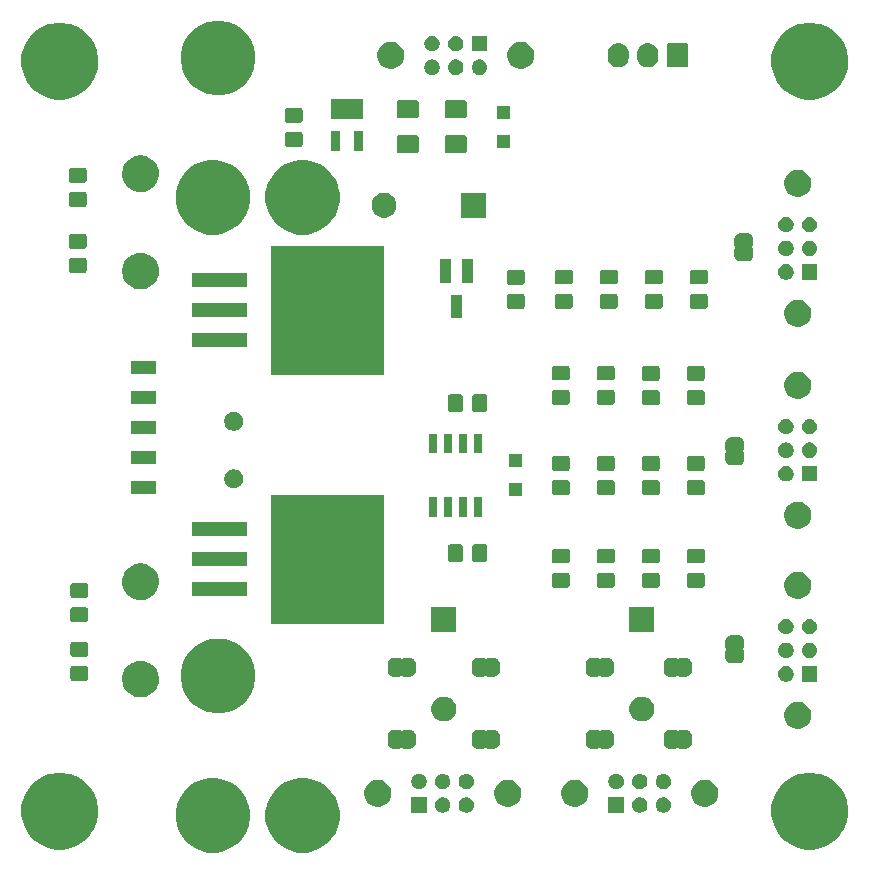
<source format=gbs>
G04 #@! TF.GenerationSoftware,KiCad,Pcbnew,(5.0.1)-3*
G04 #@! TF.CreationDate,2020-01-21T11:58:44-05:00*
G04 #@! TF.ProjectId,recovery_CAN,7265636F766572795F43414E2E6B6963,rev?*
G04 #@! TF.SameCoordinates,Original*
G04 #@! TF.FileFunction,Soldermask,Bot*
G04 #@! TF.FilePolarity,Negative*
%FSLAX46Y46*%
G04 Gerber Fmt 4.6, Leading zero omitted, Abs format (unit mm)*
G04 Created by KiCad (PCBNEW (5.0.1)-3) date 2020-01-21 11:58:44 AM*
%MOMM*%
%LPD*%
G01*
G04 APERTURE LIST*
%ADD10C,0.100000*%
G04 APERTURE END LIST*
D10*
G36*
X204157814Y-120730110D02*
X204362603Y-120770845D01*
X204935830Y-121008283D01*
X205451721Y-121352990D01*
X205890450Y-121791719D01*
X206235157Y-122307610D01*
X206462258Y-122855882D01*
X206472595Y-122880838D01*
X206593640Y-123489370D01*
X206593640Y-124109830D01*
X206512943Y-124515518D01*
X206472595Y-124718363D01*
X206235157Y-125291590D01*
X205890450Y-125807481D01*
X205451721Y-126246210D01*
X204935830Y-126590917D01*
X204362603Y-126828355D01*
X204159758Y-126868703D01*
X203754070Y-126949400D01*
X203133610Y-126949400D01*
X202727922Y-126868703D01*
X202525077Y-126828355D01*
X201951850Y-126590917D01*
X201435959Y-126246210D01*
X200997230Y-125807481D01*
X200652523Y-125291590D01*
X200415085Y-124718363D01*
X200374737Y-124515518D01*
X200294040Y-124109830D01*
X200294040Y-123489370D01*
X200415085Y-122880838D01*
X200425422Y-122855882D01*
X200652523Y-122307610D01*
X200997230Y-121791719D01*
X201435959Y-121352990D01*
X201951850Y-121008283D01*
X202525077Y-120770845D01*
X202729866Y-120730110D01*
X203133610Y-120649800D01*
X203754070Y-120649800D01*
X204157814Y-120730110D01*
X204157814Y-120730110D01*
G37*
G36*
X196558134Y-120730110D02*
X196762923Y-120770845D01*
X197336150Y-121008283D01*
X197852041Y-121352990D01*
X198290770Y-121791719D01*
X198635477Y-122307610D01*
X198862578Y-122855882D01*
X198872915Y-122880838D01*
X198993960Y-123489370D01*
X198993960Y-124109830D01*
X198913263Y-124515518D01*
X198872915Y-124718363D01*
X198635477Y-125291590D01*
X198290770Y-125807481D01*
X197852041Y-126246210D01*
X197336150Y-126590917D01*
X196762923Y-126828355D01*
X196560078Y-126868703D01*
X196154390Y-126949400D01*
X195533930Y-126949400D01*
X195128242Y-126868703D01*
X194925397Y-126828355D01*
X194352170Y-126590917D01*
X193836279Y-126246210D01*
X193397550Y-125807481D01*
X193052843Y-125291590D01*
X192815405Y-124718363D01*
X192775057Y-124515518D01*
X192694360Y-124109830D01*
X192694360Y-123489370D01*
X192815405Y-122880838D01*
X192825742Y-122855882D01*
X193052843Y-122307610D01*
X193397550Y-121791719D01*
X193836279Y-121352990D01*
X194352170Y-121008283D01*
X194925397Y-120770845D01*
X195130186Y-120730110D01*
X195533930Y-120649800D01*
X196154390Y-120649800D01*
X196558134Y-120730110D01*
X196558134Y-120730110D01*
G37*
G36*
X183514239Y-120255467D02*
X183828282Y-120317934D01*
X184419926Y-120563001D01*
X184924274Y-120899996D01*
X184952395Y-120918786D01*
X185405214Y-121371605D01*
X185405216Y-121371608D01*
X185760999Y-121904074D01*
X186006066Y-122495718D01*
X186037495Y-122653723D01*
X186128233Y-123109890D01*
X186131000Y-123123804D01*
X186131000Y-123764196D01*
X186006066Y-124392282D01*
X185760999Y-124983926D01*
X185555425Y-125291588D01*
X185405214Y-125516395D01*
X184952395Y-125969214D01*
X184952392Y-125969216D01*
X184419926Y-126324999D01*
X183828282Y-126570066D01*
X183514239Y-126632533D01*
X183200197Y-126695000D01*
X182559803Y-126695000D01*
X182245761Y-126632533D01*
X181931718Y-126570066D01*
X181340074Y-126324999D01*
X180807608Y-125969216D01*
X180807605Y-125969214D01*
X180354786Y-125516395D01*
X180204575Y-125291588D01*
X179999001Y-124983926D01*
X179753934Y-124392282D01*
X179629000Y-123764196D01*
X179629000Y-123123804D01*
X179631768Y-123109890D01*
X179722505Y-122653723D01*
X179753934Y-122495718D01*
X179999001Y-121904074D01*
X180354784Y-121371608D01*
X180354786Y-121371605D01*
X180807605Y-120918786D01*
X180835726Y-120899996D01*
X181340074Y-120563001D01*
X181931718Y-120317934D01*
X182245761Y-120255467D01*
X182559803Y-120193000D01*
X183200197Y-120193000D01*
X183514239Y-120255467D01*
X183514239Y-120255467D01*
G37*
G36*
X247014239Y-120255467D02*
X247328282Y-120317934D01*
X247919926Y-120563001D01*
X248424274Y-120899996D01*
X248452395Y-120918786D01*
X248905214Y-121371605D01*
X248905216Y-121371608D01*
X249260999Y-121904074D01*
X249506066Y-122495718D01*
X249537495Y-122653723D01*
X249628233Y-123109890D01*
X249631000Y-123123804D01*
X249631000Y-123764196D01*
X249506066Y-124392282D01*
X249260999Y-124983926D01*
X249055425Y-125291588D01*
X248905214Y-125516395D01*
X248452395Y-125969214D01*
X248452392Y-125969216D01*
X247919926Y-126324999D01*
X247328282Y-126570066D01*
X247014239Y-126632533D01*
X246700197Y-126695000D01*
X246059803Y-126695000D01*
X245745761Y-126632533D01*
X245431718Y-126570066D01*
X244840074Y-126324999D01*
X244307608Y-125969216D01*
X244307605Y-125969214D01*
X243854786Y-125516395D01*
X243704575Y-125291588D01*
X243499001Y-124983926D01*
X243253934Y-124392282D01*
X243129000Y-123764196D01*
X243129000Y-123123804D01*
X243131768Y-123109890D01*
X243222505Y-122653723D01*
X243253934Y-122495718D01*
X243499001Y-121904074D01*
X243854784Y-121371608D01*
X243854786Y-121371605D01*
X244307605Y-120918786D01*
X244335726Y-120899996D01*
X244840074Y-120563001D01*
X245431718Y-120317934D01*
X245745761Y-120255467D01*
X246059803Y-120193000D01*
X246700197Y-120193000D01*
X247014239Y-120255467D01*
X247014239Y-120255467D01*
G37*
G36*
X232179890Y-122294017D02*
X232298361Y-122343089D01*
X232404992Y-122414338D01*
X232495662Y-122505008D01*
X232566911Y-122611639D01*
X232615983Y-122730110D01*
X232641000Y-122855881D01*
X232641000Y-122984119D01*
X232615983Y-123109890D01*
X232566911Y-123228361D01*
X232495662Y-123334992D01*
X232404992Y-123425662D01*
X232298361Y-123496911D01*
X232179890Y-123545983D01*
X232054119Y-123571000D01*
X231925881Y-123571000D01*
X231800110Y-123545983D01*
X231681639Y-123496911D01*
X231575008Y-123425662D01*
X231484338Y-123334992D01*
X231413089Y-123228361D01*
X231364017Y-123109890D01*
X231339000Y-122984119D01*
X231339000Y-122855881D01*
X231364017Y-122730110D01*
X231413089Y-122611639D01*
X231484338Y-122505008D01*
X231575008Y-122414338D01*
X231681639Y-122343089D01*
X231800110Y-122294017D01*
X231925881Y-122269000D01*
X232054119Y-122269000D01*
X232179890Y-122294017D01*
X232179890Y-122294017D01*
G37*
G36*
X217493890Y-122294017D02*
X217612361Y-122343089D01*
X217718992Y-122414338D01*
X217809662Y-122505008D01*
X217880911Y-122611639D01*
X217929983Y-122730110D01*
X217955000Y-122855881D01*
X217955000Y-122984119D01*
X217929983Y-123109890D01*
X217880911Y-123228361D01*
X217809662Y-123334992D01*
X217718992Y-123425662D01*
X217612361Y-123496911D01*
X217493890Y-123545983D01*
X217368119Y-123571000D01*
X217239881Y-123571000D01*
X217114110Y-123545983D01*
X216995639Y-123496911D01*
X216889008Y-123425662D01*
X216798338Y-123334992D01*
X216727089Y-123228361D01*
X216678017Y-123109890D01*
X216653000Y-122984119D01*
X216653000Y-122855881D01*
X216678017Y-122730110D01*
X216727089Y-122611639D01*
X216798338Y-122505008D01*
X216889008Y-122414338D01*
X216995639Y-122343089D01*
X217114110Y-122294017D01*
X217239881Y-122269000D01*
X217368119Y-122269000D01*
X217493890Y-122294017D01*
X217493890Y-122294017D01*
G37*
G36*
X213955000Y-123571000D02*
X212653000Y-123571000D01*
X212653000Y-122269000D01*
X213955000Y-122269000D01*
X213955000Y-123571000D01*
X213955000Y-123571000D01*
G37*
G36*
X215493890Y-122294017D02*
X215612361Y-122343089D01*
X215718992Y-122414338D01*
X215809662Y-122505008D01*
X215880911Y-122611639D01*
X215929983Y-122730110D01*
X215955000Y-122855881D01*
X215955000Y-122984119D01*
X215929983Y-123109890D01*
X215880911Y-123228361D01*
X215809662Y-123334992D01*
X215718992Y-123425662D01*
X215612361Y-123496911D01*
X215493890Y-123545983D01*
X215368119Y-123571000D01*
X215239881Y-123571000D01*
X215114110Y-123545983D01*
X214995639Y-123496911D01*
X214889008Y-123425662D01*
X214798338Y-123334992D01*
X214727089Y-123228361D01*
X214678017Y-123109890D01*
X214653000Y-122984119D01*
X214653000Y-122855881D01*
X214678017Y-122730110D01*
X214727089Y-122611639D01*
X214798338Y-122505008D01*
X214889008Y-122414338D01*
X214995639Y-122343089D01*
X215114110Y-122294017D01*
X215239881Y-122269000D01*
X215368119Y-122269000D01*
X215493890Y-122294017D01*
X215493890Y-122294017D01*
G37*
G36*
X234179890Y-122294017D02*
X234298361Y-122343089D01*
X234404992Y-122414338D01*
X234495662Y-122505008D01*
X234566911Y-122611639D01*
X234615983Y-122730110D01*
X234641000Y-122855881D01*
X234641000Y-122984119D01*
X234615983Y-123109890D01*
X234566911Y-123228361D01*
X234495662Y-123334992D01*
X234404992Y-123425662D01*
X234298361Y-123496911D01*
X234179890Y-123545983D01*
X234054119Y-123571000D01*
X233925881Y-123571000D01*
X233800110Y-123545983D01*
X233681639Y-123496911D01*
X233575008Y-123425662D01*
X233484338Y-123334992D01*
X233413089Y-123228361D01*
X233364017Y-123109890D01*
X233339000Y-122984119D01*
X233339000Y-122855881D01*
X233364017Y-122730110D01*
X233413089Y-122611639D01*
X233484338Y-122505008D01*
X233575008Y-122414338D01*
X233681639Y-122343089D01*
X233800110Y-122294017D01*
X233925881Y-122269000D01*
X234054119Y-122269000D01*
X234179890Y-122294017D01*
X234179890Y-122294017D01*
G37*
G36*
X230641000Y-123571000D02*
X229339000Y-123571000D01*
X229339000Y-122269000D01*
X230641000Y-122269000D01*
X230641000Y-123571000D01*
X230641000Y-123571000D01*
G37*
G36*
X221139734Y-120813232D02*
X221349202Y-120899996D01*
X221537723Y-121025962D01*
X221698038Y-121186277D01*
X221824004Y-121374798D01*
X221910768Y-121584266D01*
X221955000Y-121806635D01*
X221955000Y-122033365D01*
X221910768Y-122255734D01*
X221824004Y-122465202D01*
X221698038Y-122653723D01*
X221537723Y-122814038D01*
X221349202Y-122940004D01*
X221139734Y-123026768D01*
X220917365Y-123071000D01*
X220690635Y-123071000D01*
X220468266Y-123026768D01*
X220258798Y-122940004D01*
X220070277Y-122814038D01*
X219909962Y-122653723D01*
X219783996Y-122465202D01*
X219697232Y-122255734D01*
X219653000Y-122033365D01*
X219653000Y-121806635D01*
X219697232Y-121584266D01*
X219783996Y-121374798D01*
X219909962Y-121186277D01*
X220070277Y-121025962D01*
X220258798Y-120899996D01*
X220468266Y-120813232D01*
X220690635Y-120769000D01*
X220917365Y-120769000D01*
X221139734Y-120813232D01*
X221139734Y-120813232D01*
G37*
G36*
X210139734Y-120813232D02*
X210349202Y-120899996D01*
X210537723Y-121025962D01*
X210698038Y-121186277D01*
X210824004Y-121374798D01*
X210910768Y-121584266D01*
X210955000Y-121806635D01*
X210955000Y-122033365D01*
X210910768Y-122255734D01*
X210824004Y-122465202D01*
X210698038Y-122653723D01*
X210537723Y-122814038D01*
X210349202Y-122940004D01*
X210139734Y-123026768D01*
X209917365Y-123071000D01*
X209690635Y-123071000D01*
X209468266Y-123026768D01*
X209258798Y-122940004D01*
X209070277Y-122814038D01*
X208909962Y-122653723D01*
X208783996Y-122465202D01*
X208697232Y-122255734D01*
X208653000Y-122033365D01*
X208653000Y-121806635D01*
X208697232Y-121584266D01*
X208783996Y-121374798D01*
X208909962Y-121186277D01*
X209070277Y-121025962D01*
X209258798Y-120899996D01*
X209468266Y-120813232D01*
X209690635Y-120769000D01*
X209917365Y-120769000D01*
X210139734Y-120813232D01*
X210139734Y-120813232D01*
G37*
G36*
X226825734Y-120813232D02*
X227035202Y-120899996D01*
X227223723Y-121025962D01*
X227384038Y-121186277D01*
X227510004Y-121374798D01*
X227596768Y-121584266D01*
X227641000Y-121806635D01*
X227641000Y-122033365D01*
X227596768Y-122255734D01*
X227510004Y-122465202D01*
X227384038Y-122653723D01*
X227223723Y-122814038D01*
X227035202Y-122940004D01*
X226825734Y-123026768D01*
X226603365Y-123071000D01*
X226376635Y-123071000D01*
X226154266Y-123026768D01*
X225944798Y-122940004D01*
X225756277Y-122814038D01*
X225595962Y-122653723D01*
X225469996Y-122465202D01*
X225383232Y-122255734D01*
X225339000Y-122033365D01*
X225339000Y-121806635D01*
X225383232Y-121584266D01*
X225469996Y-121374798D01*
X225595962Y-121186277D01*
X225756277Y-121025962D01*
X225944798Y-120899996D01*
X226154266Y-120813232D01*
X226376635Y-120769000D01*
X226603365Y-120769000D01*
X226825734Y-120813232D01*
X226825734Y-120813232D01*
G37*
G36*
X237825734Y-120813232D02*
X238035202Y-120899996D01*
X238223723Y-121025962D01*
X238384038Y-121186277D01*
X238510004Y-121374798D01*
X238596768Y-121584266D01*
X238641000Y-121806635D01*
X238641000Y-122033365D01*
X238596768Y-122255734D01*
X238510004Y-122465202D01*
X238384038Y-122653723D01*
X238223723Y-122814038D01*
X238035202Y-122940004D01*
X237825734Y-123026768D01*
X237603365Y-123071000D01*
X237376635Y-123071000D01*
X237154266Y-123026768D01*
X236944798Y-122940004D01*
X236756277Y-122814038D01*
X236595962Y-122653723D01*
X236469996Y-122465202D01*
X236383232Y-122255734D01*
X236339000Y-122033365D01*
X236339000Y-121806635D01*
X236383232Y-121584266D01*
X236469996Y-121374798D01*
X236595962Y-121186277D01*
X236756277Y-121025962D01*
X236944798Y-120899996D01*
X237154266Y-120813232D01*
X237376635Y-120769000D01*
X237603365Y-120769000D01*
X237825734Y-120813232D01*
X237825734Y-120813232D01*
G37*
G36*
X215493890Y-120294017D02*
X215612361Y-120343089D01*
X215718992Y-120414338D01*
X215809662Y-120505008D01*
X215880911Y-120611639D01*
X215929983Y-120730110D01*
X215955000Y-120855881D01*
X215955000Y-120984119D01*
X215929983Y-121109890D01*
X215880911Y-121228361D01*
X215809662Y-121334992D01*
X215718992Y-121425662D01*
X215612361Y-121496911D01*
X215493890Y-121545983D01*
X215368119Y-121571000D01*
X215239881Y-121571000D01*
X215114110Y-121545983D01*
X214995639Y-121496911D01*
X214889008Y-121425662D01*
X214798338Y-121334992D01*
X214727089Y-121228361D01*
X214678017Y-121109890D01*
X214653000Y-120984119D01*
X214653000Y-120855881D01*
X214678017Y-120730110D01*
X214727089Y-120611639D01*
X214798338Y-120505008D01*
X214889008Y-120414338D01*
X214995639Y-120343089D01*
X215114110Y-120294017D01*
X215239881Y-120269000D01*
X215368119Y-120269000D01*
X215493890Y-120294017D01*
X215493890Y-120294017D01*
G37*
G36*
X230179890Y-120294017D02*
X230298361Y-120343089D01*
X230404992Y-120414338D01*
X230495662Y-120505008D01*
X230566911Y-120611639D01*
X230615983Y-120730110D01*
X230641000Y-120855881D01*
X230641000Y-120984119D01*
X230615983Y-121109890D01*
X230566911Y-121228361D01*
X230495662Y-121334992D01*
X230404992Y-121425662D01*
X230298361Y-121496911D01*
X230179890Y-121545983D01*
X230054119Y-121571000D01*
X229925881Y-121571000D01*
X229800110Y-121545983D01*
X229681639Y-121496911D01*
X229575008Y-121425662D01*
X229484338Y-121334992D01*
X229413089Y-121228361D01*
X229364017Y-121109890D01*
X229339000Y-120984119D01*
X229339000Y-120855881D01*
X229364017Y-120730110D01*
X229413089Y-120611639D01*
X229484338Y-120505008D01*
X229575008Y-120414338D01*
X229681639Y-120343089D01*
X229800110Y-120294017D01*
X229925881Y-120269000D01*
X230054119Y-120269000D01*
X230179890Y-120294017D01*
X230179890Y-120294017D01*
G37*
G36*
X232179890Y-120294017D02*
X232298361Y-120343089D01*
X232404992Y-120414338D01*
X232495662Y-120505008D01*
X232566911Y-120611639D01*
X232615983Y-120730110D01*
X232641000Y-120855881D01*
X232641000Y-120984119D01*
X232615983Y-121109890D01*
X232566911Y-121228361D01*
X232495662Y-121334992D01*
X232404992Y-121425662D01*
X232298361Y-121496911D01*
X232179890Y-121545983D01*
X232054119Y-121571000D01*
X231925881Y-121571000D01*
X231800110Y-121545983D01*
X231681639Y-121496911D01*
X231575008Y-121425662D01*
X231484338Y-121334992D01*
X231413089Y-121228361D01*
X231364017Y-121109890D01*
X231339000Y-120984119D01*
X231339000Y-120855881D01*
X231364017Y-120730110D01*
X231413089Y-120611639D01*
X231484338Y-120505008D01*
X231575008Y-120414338D01*
X231681639Y-120343089D01*
X231800110Y-120294017D01*
X231925881Y-120269000D01*
X232054119Y-120269000D01*
X232179890Y-120294017D01*
X232179890Y-120294017D01*
G37*
G36*
X234179890Y-120294017D02*
X234298361Y-120343089D01*
X234404992Y-120414338D01*
X234495662Y-120505008D01*
X234566911Y-120611639D01*
X234615983Y-120730110D01*
X234641000Y-120855881D01*
X234641000Y-120984119D01*
X234615983Y-121109890D01*
X234566911Y-121228361D01*
X234495662Y-121334992D01*
X234404992Y-121425662D01*
X234298361Y-121496911D01*
X234179890Y-121545983D01*
X234054119Y-121571000D01*
X233925881Y-121571000D01*
X233800110Y-121545983D01*
X233681639Y-121496911D01*
X233575008Y-121425662D01*
X233484338Y-121334992D01*
X233413089Y-121228361D01*
X233364017Y-121109890D01*
X233339000Y-120984119D01*
X233339000Y-120855881D01*
X233364017Y-120730110D01*
X233413089Y-120611639D01*
X233484338Y-120505008D01*
X233575008Y-120414338D01*
X233681639Y-120343089D01*
X233800110Y-120294017D01*
X233925881Y-120269000D01*
X234054119Y-120269000D01*
X234179890Y-120294017D01*
X234179890Y-120294017D01*
G37*
G36*
X213493890Y-120294017D02*
X213612361Y-120343089D01*
X213718992Y-120414338D01*
X213809662Y-120505008D01*
X213880911Y-120611639D01*
X213929983Y-120730110D01*
X213955000Y-120855881D01*
X213955000Y-120984119D01*
X213929983Y-121109890D01*
X213880911Y-121228361D01*
X213809662Y-121334992D01*
X213718992Y-121425662D01*
X213612361Y-121496911D01*
X213493890Y-121545983D01*
X213368119Y-121571000D01*
X213239881Y-121571000D01*
X213114110Y-121545983D01*
X212995639Y-121496911D01*
X212889008Y-121425662D01*
X212798338Y-121334992D01*
X212727089Y-121228361D01*
X212678017Y-121109890D01*
X212653000Y-120984119D01*
X212653000Y-120855881D01*
X212678017Y-120730110D01*
X212727089Y-120611639D01*
X212798338Y-120505008D01*
X212889008Y-120414338D01*
X212995639Y-120343089D01*
X213114110Y-120294017D01*
X213239881Y-120269000D01*
X213368119Y-120269000D01*
X213493890Y-120294017D01*
X213493890Y-120294017D01*
G37*
G36*
X217493890Y-120294017D02*
X217612361Y-120343089D01*
X217718992Y-120414338D01*
X217809662Y-120505008D01*
X217880911Y-120611639D01*
X217929983Y-120730110D01*
X217955000Y-120855881D01*
X217955000Y-120984119D01*
X217929983Y-121109890D01*
X217880911Y-121228361D01*
X217809662Y-121334992D01*
X217718992Y-121425662D01*
X217612361Y-121496911D01*
X217493890Y-121545983D01*
X217368119Y-121571000D01*
X217239881Y-121571000D01*
X217114110Y-121545983D01*
X216995639Y-121496911D01*
X216889008Y-121425662D01*
X216798338Y-121334992D01*
X216727089Y-121228361D01*
X216678017Y-121109890D01*
X216653000Y-120984119D01*
X216653000Y-120855881D01*
X216678017Y-120730110D01*
X216727089Y-120611639D01*
X216798338Y-120505008D01*
X216889008Y-120414338D01*
X216995639Y-120343089D01*
X217114110Y-120294017D01*
X217239881Y-120269000D01*
X217368119Y-120269000D01*
X217493890Y-120294017D01*
X217493890Y-120294017D01*
G37*
G36*
X211695999Y-116547737D02*
X211705611Y-116550653D01*
X211714469Y-116555388D01*
X211722237Y-116561763D01*
X211732446Y-116574202D01*
X211739372Y-116584568D01*
X211756698Y-116601895D01*
X211777073Y-116615510D01*
X211799711Y-116624888D01*
X211823745Y-116629669D01*
X211848249Y-116629669D01*
X211872283Y-116624889D01*
X211894922Y-116615513D01*
X211915297Y-116601899D01*
X211932624Y-116584573D01*
X211939552Y-116574204D01*
X211949763Y-116561763D01*
X211957531Y-116555388D01*
X211966389Y-116550653D01*
X211976001Y-116547737D01*
X211992140Y-116546148D01*
X212479860Y-116546148D01*
X212498198Y-116547954D01*
X212510450Y-116548556D01*
X212528869Y-116548556D01*
X212551149Y-116550750D01*
X212635236Y-116567476D01*
X212656655Y-116573974D01*
X212735871Y-116606785D01*
X212755607Y-116617335D01*
X212826897Y-116664969D01*
X212844208Y-116679176D01*
X212904824Y-116739792D01*
X212919031Y-116757103D01*
X212966665Y-116828393D01*
X212977215Y-116848129D01*
X213010026Y-116927345D01*
X213016524Y-116948764D01*
X213033250Y-117032851D01*
X213035444Y-117055131D01*
X213035444Y-117073550D01*
X213036046Y-117085802D01*
X213037852Y-117104140D01*
X213037852Y-117591861D01*
X213036046Y-117610198D01*
X213035444Y-117622450D01*
X213035444Y-117640869D01*
X213033250Y-117663149D01*
X213016524Y-117747236D01*
X213010026Y-117768655D01*
X212977215Y-117847871D01*
X212966665Y-117867607D01*
X212919031Y-117938897D01*
X212904824Y-117956208D01*
X212844208Y-118016824D01*
X212826897Y-118031031D01*
X212755607Y-118078665D01*
X212735871Y-118089215D01*
X212656655Y-118122026D01*
X212635236Y-118128524D01*
X212551149Y-118145250D01*
X212528869Y-118147444D01*
X212510450Y-118147444D01*
X212498198Y-118148046D01*
X212479861Y-118149852D01*
X211992140Y-118149852D01*
X211976001Y-118148263D01*
X211966389Y-118145347D01*
X211957531Y-118140612D01*
X211949763Y-118134237D01*
X211939554Y-118121798D01*
X211932628Y-118111432D01*
X211915302Y-118094105D01*
X211894927Y-118080490D01*
X211872289Y-118071112D01*
X211848255Y-118066331D01*
X211823751Y-118066331D01*
X211799717Y-118071111D01*
X211777078Y-118080487D01*
X211756703Y-118094101D01*
X211739376Y-118111427D01*
X211732448Y-118121796D01*
X211722237Y-118134237D01*
X211714469Y-118140612D01*
X211705611Y-118145347D01*
X211695999Y-118148263D01*
X211679860Y-118149852D01*
X211192139Y-118149852D01*
X211173802Y-118148046D01*
X211161550Y-118147444D01*
X211143131Y-118147444D01*
X211120851Y-118145250D01*
X211036764Y-118128524D01*
X211015345Y-118122026D01*
X210936129Y-118089215D01*
X210916393Y-118078665D01*
X210845103Y-118031031D01*
X210827792Y-118016824D01*
X210767176Y-117956208D01*
X210752969Y-117938897D01*
X210705335Y-117867607D01*
X210694785Y-117847871D01*
X210661974Y-117768655D01*
X210655476Y-117747236D01*
X210638750Y-117663149D01*
X210636556Y-117640869D01*
X210636556Y-117622450D01*
X210635954Y-117610198D01*
X210634148Y-117591861D01*
X210634148Y-117104139D01*
X210635954Y-117085802D01*
X210636556Y-117073550D01*
X210636556Y-117055131D01*
X210638750Y-117032851D01*
X210655476Y-116948764D01*
X210661974Y-116927345D01*
X210694785Y-116848129D01*
X210705335Y-116828393D01*
X210752969Y-116757103D01*
X210767176Y-116739792D01*
X210827792Y-116679176D01*
X210845103Y-116664969D01*
X210916393Y-116617335D01*
X210936129Y-116606785D01*
X211015345Y-116573974D01*
X211036764Y-116567476D01*
X211120851Y-116550750D01*
X211143131Y-116548556D01*
X211161550Y-116548556D01*
X211173802Y-116547954D01*
X211192140Y-116546148D01*
X211679860Y-116546148D01*
X211695999Y-116547737D01*
X211695999Y-116547737D01*
G37*
G36*
X235063999Y-116547737D02*
X235073611Y-116550653D01*
X235082469Y-116555388D01*
X235090237Y-116561763D01*
X235100446Y-116574202D01*
X235107372Y-116584568D01*
X235124698Y-116601895D01*
X235145073Y-116615510D01*
X235167711Y-116624888D01*
X235191745Y-116629669D01*
X235216249Y-116629669D01*
X235240283Y-116624889D01*
X235262922Y-116615513D01*
X235283297Y-116601899D01*
X235300624Y-116584573D01*
X235307552Y-116574204D01*
X235317763Y-116561763D01*
X235325531Y-116555388D01*
X235334389Y-116550653D01*
X235344001Y-116547737D01*
X235360140Y-116546148D01*
X235847860Y-116546148D01*
X235866198Y-116547954D01*
X235878450Y-116548556D01*
X235896869Y-116548556D01*
X235919149Y-116550750D01*
X236003236Y-116567476D01*
X236024655Y-116573974D01*
X236103871Y-116606785D01*
X236123607Y-116617335D01*
X236194897Y-116664969D01*
X236212208Y-116679176D01*
X236272824Y-116739792D01*
X236287031Y-116757103D01*
X236334665Y-116828393D01*
X236345215Y-116848129D01*
X236378026Y-116927345D01*
X236384524Y-116948764D01*
X236401250Y-117032851D01*
X236403444Y-117055131D01*
X236403444Y-117073550D01*
X236404046Y-117085802D01*
X236405852Y-117104140D01*
X236405852Y-117591861D01*
X236404046Y-117610198D01*
X236403444Y-117622450D01*
X236403444Y-117640869D01*
X236401250Y-117663149D01*
X236384524Y-117747236D01*
X236378026Y-117768655D01*
X236345215Y-117847871D01*
X236334665Y-117867607D01*
X236287031Y-117938897D01*
X236272824Y-117956208D01*
X236212208Y-118016824D01*
X236194897Y-118031031D01*
X236123607Y-118078665D01*
X236103871Y-118089215D01*
X236024655Y-118122026D01*
X236003236Y-118128524D01*
X235919149Y-118145250D01*
X235896869Y-118147444D01*
X235878450Y-118147444D01*
X235866198Y-118148046D01*
X235847861Y-118149852D01*
X235360140Y-118149852D01*
X235344001Y-118148263D01*
X235334389Y-118145347D01*
X235325531Y-118140612D01*
X235317763Y-118134237D01*
X235307554Y-118121798D01*
X235300628Y-118111432D01*
X235283302Y-118094105D01*
X235262927Y-118080490D01*
X235240289Y-118071112D01*
X235216255Y-118066331D01*
X235191751Y-118066331D01*
X235167717Y-118071111D01*
X235145078Y-118080487D01*
X235124703Y-118094101D01*
X235107376Y-118111427D01*
X235100448Y-118121796D01*
X235090237Y-118134237D01*
X235082469Y-118140612D01*
X235073611Y-118145347D01*
X235063999Y-118148263D01*
X235047860Y-118149852D01*
X234560139Y-118149852D01*
X234541802Y-118148046D01*
X234529550Y-118147444D01*
X234511131Y-118147444D01*
X234488851Y-118145250D01*
X234404764Y-118128524D01*
X234383345Y-118122026D01*
X234304129Y-118089215D01*
X234284393Y-118078665D01*
X234213103Y-118031031D01*
X234195792Y-118016824D01*
X234135176Y-117956208D01*
X234120969Y-117938897D01*
X234073335Y-117867607D01*
X234062785Y-117847871D01*
X234029974Y-117768655D01*
X234023476Y-117747236D01*
X234006750Y-117663149D01*
X234004556Y-117640869D01*
X234004556Y-117622450D01*
X234003954Y-117610198D01*
X234002148Y-117591861D01*
X234002148Y-117104140D01*
X234003954Y-117085802D01*
X234004556Y-117073550D01*
X234004556Y-117055131D01*
X234006750Y-117032851D01*
X234023476Y-116948764D01*
X234029974Y-116927345D01*
X234062785Y-116848129D01*
X234073335Y-116828393D01*
X234120969Y-116757103D01*
X234135176Y-116739792D01*
X234195792Y-116679176D01*
X234213103Y-116664969D01*
X234284393Y-116617335D01*
X234304129Y-116606785D01*
X234383345Y-116573974D01*
X234404764Y-116567476D01*
X234488851Y-116550750D01*
X234511131Y-116548556D01*
X234529550Y-116548556D01*
X234541802Y-116547954D01*
X234560140Y-116546148D01*
X235047860Y-116546148D01*
X235063999Y-116547737D01*
X235063999Y-116547737D01*
G37*
G36*
X218807999Y-116547737D02*
X218817611Y-116550653D01*
X218826469Y-116555388D01*
X218834237Y-116561763D01*
X218844446Y-116574202D01*
X218851372Y-116584568D01*
X218868698Y-116601895D01*
X218889073Y-116615510D01*
X218911711Y-116624888D01*
X218935745Y-116629669D01*
X218960249Y-116629669D01*
X218984283Y-116624889D01*
X219006922Y-116615513D01*
X219027297Y-116601899D01*
X219044624Y-116584573D01*
X219051552Y-116574204D01*
X219061763Y-116561763D01*
X219069531Y-116555388D01*
X219078389Y-116550653D01*
X219088001Y-116547737D01*
X219104140Y-116546148D01*
X219591860Y-116546148D01*
X219610198Y-116547954D01*
X219622450Y-116548556D01*
X219640869Y-116548556D01*
X219663149Y-116550750D01*
X219747236Y-116567476D01*
X219768655Y-116573974D01*
X219847871Y-116606785D01*
X219867607Y-116617335D01*
X219938897Y-116664969D01*
X219956208Y-116679176D01*
X220016824Y-116739792D01*
X220031031Y-116757103D01*
X220078665Y-116828393D01*
X220089215Y-116848129D01*
X220122026Y-116927345D01*
X220128524Y-116948764D01*
X220145250Y-117032851D01*
X220147444Y-117055131D01*
X220147444Y-117073550D01*
X220148046Y-117085802D01*
X220149852Y-117104140D01*
X220149852Y-117591861D01*
X220148046Y-117610198D01*
X220147444Y-117622450D01*
X220147444Y-117640869D01*
X220145250Y-117663149D01*
X220128524Y-117747236D01*
X220122026Y-117768655D01*
X220089215Y-117847871D01*
X220078665Y-117867607D01*
X220031031Y-117938897D01*
X220016824Y-117956208D01*
X219956208Y-118016824D01*
X219938897Y-118031031D01*
X219867607Y-118078665D01*
X219847871Y-118089215D01*
X219768655Y-118122026D01*
X219747236Y-118128524D01*
X219663149Y-118145250D01*
X219640869Y-118147444D01*
X219622450Y-118147444D01*
X219610198Y-118148046D01*
X219591861Y-118149852D01*
X219104140Y-118149852D01*
X219088001Y-118148263D01*
X219078389Y-118145347D01*
X219069531Y-118140612D01*
X219061763Y-118134237D01*
X219051554Y-118121798D01*
X219044628Y-118111432D01*
X219027302Y-118094105D01*
X219006927Y-118080490D01*
X218984289Y-118071112D01*
X218960255Y-118066331D01*
X218935751Y-118066331D01*
X218911717Y-118071111D01*
X218889078Y-118080487D01*
X218868703Y-118094101D01*
X218851376Y-118111427D01*
X218844448Y-118121796D01*
X218834237Y-118134237D01*
X218826469Y-118140612D01*
X218817611Y-118145347D01*
X218807999Y-118148263D01*
X218791860Y-118149852D01*
X218304139Y-118149852D01*
X218285802Y-118148046D01*
X218273550Y-118147444D01*
X218255131Y-118147444D01*
X218232851Y-118145250D01*
X218148764Y-118128524D01*
X218127345Y-118122026D01*
X218048129Y-118089215D01*
X218028393Y-118078665D01*
X217957103Y-118031031D01*
X217939792Y-118016824D01*
X217879176Y-117956208D01*
X217864969Y-117938897D01*
X217817335Y-117867607D01*
X217806785Y-117847871D01*
X217773974Y-117768655D01*
X217767476Y-117747236D01*
X217750750Y-117663149D01*
X217748556Y-117640869D01*
X217748556Y-117622450D01*
X217747954Y-117610198D01*
X217746148Y-117591861D01*
X217746148Y-117104140D01*
X217747954Y-117085802D01*
X217748556Y-117073550D01*
X217748556Y-117055131D01*
X217750750Y-117032851D01*
X217767476Y-116948764D01*
X217773974Y-116927345D01*
X217806785Y-116848129D01*
X217817335Y-116828393D01*
X217864969Y-116757103D01*
X217879176Y-116739792D01*
X217939792Y-116679176D01*
X217957103Y-116664969D01*
X218028393Y-116617335D01*
X218048129Y-116606785D01*
X218127345Y-116573974D01*
X218148764Y-116567476D01*
X218232851Y-116550750D01*
X218255131Y-116548556D01*
X218273550Y-116548556D01*
X218285802Y-116547954D01*
X218304140Y-116546148D01*
X218791860Y-116546148D01*
X218807999Y-116547737D01*
X218807999Y-116547737D01*
G37*
G36*
X228459999Y-116547737D02*
X228469611Y-116550653D01*
X228478469Y-116555388D01*
X228486237Y-116561763D01*
X228496446Y-116574202D01*
X228503372Y-116584568D01*
X228520698Y-116601895D01*
X228541073Y-116615510D01*
X228563711Y-116624888D01*
X228587745Y-116629669D01*
X228612249Y-116629669D01*
X228636283Y-116624889D01*
X228658922Y-116615513D01*
X228679297Y-116601899D01*
X228696624Y-116584573D01*
X228703552Y-116574204D01*
X228713763Y-116561763D01*
X228721531Y-116555388D01*
X228730389Y-116550653D01*
X228740001Y-116547737D01*
X228756140Y-116546148D01*
X229243860Y-116546148D01*
X229262198Y-116547954D01*
X229274450Y-116548556D01*
X229292869Y-116548556D01*
X229315149Y-116550750D01*
X229399236Y-116567476D01*
X229420655Y-116573974D01*
X229499871Y-116606785D01*
X229519607Y-116617335D01*
X229590897Y-116664969D01*
X229608208Y-116679176D01*
X229668824Y-116739792D01*
X229683031Y-116757103D01*
X229730665Y-116828393D01*
X229741215Y-116848129D01*
X229774026Y-116927345D01*
X229780524Y-116948764D01*
X229797250Y-117032851D01*
X229799444Y-117055131D01*
X229799444Y-117073550D01*
X229800046Y-117085802D01*
X229801852Y-117104140D01*
X229801852Y-117591861D01*
X229800046Y-117610198D01*
X229799444Y-117622450D01*
X229799444Y-117640869D01*
X229797250Y-117663149D01*
X229780524Y-117747236D01*
X229774026Y-117768655D01*
X229741215Y-117847871D01*
X229730665Y-117867607D01*
X229683031Y-117938897D01*
X229668824Y-117956208D01*
X229608208Y-118016824D01*
X229590897Y-118031031D01*
X229519607Y-118078665D01*
X229499871Y-118089215D01*
X229420655Y-118122026D01*
X229399236Y-118128524D01*
X229315149Y-118145250D01*
X229292869Y-118147444D01*
X229274450Y-118147444D01*
X229262198Y-118148046D01*
X229243861Y-118149852D01*
X228756140Y-118149852D01*
X228740001Y-118148263D01*
X228730389Y-118145347D01*
X228721531Y-118140612D01*
X228713763Y-118134237D01*
X228703554Y-118121798D01*
X228696628Y-118111432D01*
X228679302Y-118094105D01*
X228658927Y-118080490D01*
X228636289Y-118071112D01*
X228612255Y-118066331D01*
X228587751Y-118066331D01*
X228563717Y-118071111D01*
X228541078Y-118080487D01*
X228520703Y-118094101D01*
X228503376Y-118111427D01*
X228496448Y-118121796D01*
X228486237Y-118134237D01*
X228478469Y-118140612D01*
X228469611Y-118145347D01*
X228459999Y-118148263D01*
X228443860Y-118149852D01*
X227956139Y-118149852D01*
X227937802Y-118148046D01*
X227925550Y-118147444D01*
X227907131Y-118147444D01*
X227884851Y-118145250D01*
X227800764Y-118128524D01*
X227779345Y-118122026D01*
X227700129Y-118089215D01*
X227680393Y-118078665D01*
X227609103Y-118031031D01*
X227591792Y-118016824D01*
X227531176Y-117956208D01*
X227516969Y-117938897D01*
X227469335Y-117867607D01*
X227458785Y-117847871D01*
X227425974Y-117768655D01*
X227419476Y-117747236D01*
X227402750Y-117663149D01*
X227400556Y-117640869D01*
X227400556Y-117622450D01*
X227399954Y-117610198D01*
X227398148Y-117591861D01*
X227398148Y-117104140D01*
X227399954Y-117085802D01*
X227400556Y-117073550D01*
X227400556Y-117055131D01*
X227402750Y-117032851D01*
X227419476Y-116948764D01*
X227425974Y-116927345D01*
X227458785Y-116848129D01*
X227469335Y-116828393D01*
X227516969Y-116757103D01*
X227531176Y-116739792D01*
X227591792Y-116679176D01*
X227609103Y-116664969D01*
X227680393Y-116617335D01*
X227700129Y-116606785D01*
X227779345Y-116573974D01*
X227800764Y-116567476D01*
X227884851Y-116550750D01*
X227907131Y-116548556D01*
X227925550Y-116548556D01*
X227937802Y-116547954D01*
X227956140Y-116546148D01*
X228443860Y-116546148D01*
X228459999Y-116547737D01*
X228459999Y-116547737D01*
G37*
G36*
X245699734Y-114209232D02*
X245909202Y-114295996D01*
X246097723Y-114421962D01*
X246258038Y-114582277D01*
X246384004Y-114770798D01*
X246470768Y-114980266D01*
X246515000Y-115202635D01*
X246515000Y-115429365D01*
X246470768Y-115651734D01*
X246384004Y-115861202D01*
X246258038Y-116049723D01*
X246097723Y-116210038D01*
X245909202Y-116336004D01*
X245699734Y-116422768D01*
X245477365Y-116467000D01*
X245250635Y-116467000D01*
X245028266Y-116422768D01*
X244818798Y-116336004D01*
X244630277Y-116210038D01*
X244469962Y-116049723D01*
X244343996Y-115861202D01*
X244257232Y-115651734D01*
X244213000Y-115429365D01*
X244213000Y-115202635D01*
X244257232Y-114980266D01*
X244343996Y-114770798D01*
X244469962Y-114582277D01*
X244630277Y-114421962D01*
X244818798Y-114295996D01*
X245028266Y-114209232D01*
X245250635Y-114165000D01*
X245477365Y-114165000D01*
X245699734Y-114209232D01*
X245699734Y-114209232D01*
G37*
G36*
X215698565Y-113777389D02*
X215889834Y-113856615D01*
X216061976Y-113971637D01*
X216208363Y-114118024D01*
X216323385Y-114290166D01*
X216402611Y-114481435D01*
X216443000Y-114684484D01*
X216443000Y-114891516D01*
X216402611Y-115094565D01*
X216323385Y-115285834D01*
X216208363Y-115457976D01*
X216061976Y-115604363D01*
X215889834Y-115719385D01*
X215698565Y-115798611D01*
X215495516Y-115839000D01*
X215288484Y-115839000D01*
X215085435Y-115798611D01*
X214894166Y-115719385D01*
X214722024Y-115604363D01*
X214575637Y-115457976D01*
X214460615Y-115285834D01*
X214381389Y-115094565D01*
X214341000Y-114891516D01*
X214341000Y-114684484D01*
X214381389Y-114481435D01*
X214460615Y-114290166D01*
X214575637Y-114118024D01*
X214722024Y-113971637D01*
X214894166Y-113856615D01*
X215085435Y-113777389D01*
X215288484Y-113737000D01*
X215495516Y-113737000D01*
X215698565Y-113777389D01*
X215698565Y-113777389D01*
G37*
G36*
X232462565Y-113777389D02*
X232653834Y-113856615D01*
X232825976Y-113971637D01*
X232972363Y-114118024D01*
X233087385Y-114290166D01*
X233166611Y-114481435D01*
X233207000Y-114684484D01*
X233207000Y-114891516D01*
X233166611Y-115094565D01*
X233087385Y-115285834D01*
X232972363Y-115457976D01*
X232825976Y-115604363D01*
X232653834Y-115719385D01*
X232462565Y-115798611D01*
X232259516Y-115839000D01*
X232052484Y-115839000D01*
X231849435Y-115798611D01*
X231658166Y-115719385D01*
X231486024Y-115604363D01*
X231339637Y-115457976D01*
X231224615Y-115285834D01*
X231145389Y-115094565D01*
X231105000Y-114891516D01*
X231105000Y-114684484D01*
X231145389Y-114481435D01*
X231224615Y-114290166D01*
X231339637Y-114118024D01*
X231486024Y-113971637D01*
X231658166Y-113856615D01*
X231849435Y-113777389D01*
X232052484Y-113737000D01*
X232259516Y-113737000D01*
X232462565Y-113777389D01*
X232462565Y-113777389D01*
G37*
G36*
X196897490Y-108907345D02*
X197212503Y-108970005D01*
X197785730Y-109207443D01*
X198301621Y-109552150D01*
X198740350Y-109990879D01*
X199085057Y-110506770D01*
X199322495Y-111079997D01*
X199340938Y-111172718D01*
X199443540Y-111688530D01*
X199443540Y-112308990D01*
X199362843Y-112714678D01*
X199322495Y-112917523D01*
X199085057Y-113490750D01*
X198740350Y-114006641D01*
X198301621Y-114445370D01*
X197785730Y-114790077D01*
X197212503Y-115027515D01*
X197009658Y-115067863D01*
X196603970Y-115148560D01*
X195983510Y-115148560D01*
X195577822Y-115067863D01*
X195374977Y-115027515D01*
X194801750Y-114790077D01*
X194285859Y-114445370D01*
X193847130Y-114006641D01*
X193502423Y-113490750D01*
X193264985Y-112917523D01*
X193224637Y-112714678D01*
X193143940Y-112308990D01*
X193143940Y-111688530D01*
X193246542Y-111172718D01*
X193264985Y-111079997D01*
X193502423Y-110506770D01*
X193847130Y-109990879D01*
X194285859Y-109552150D01*
X194801750Y-109207443D01*
X195374977Y-108970005D01*
X195689990Y-108907345D01*
X195983510Y-108848960D01*
X196603970Y-108848960D01*
X196897490Y-108907345D01*
X196897490Y-108907345D01*
G37*
G36*
X190040027Y-110746691D02*
X190190410Y-110776604D01*
X190472674Y-110893521D01*
X190726705Y-111063259D01*
X190942741Y-111279295D01*
X191112479Y-111533326D01*
X191229396Y-111815590D01*
X191229396Y-111815591D01*
X191289000Y-112115238D01*
X191289000Y-112420762D01*
X191249264Y-112620527D01*
X191229396Y-112720410D01*
X191112479Y-113002674D01*
X190942741Y-113256705D01*
X190726705Y-113472741D01*
X190472674Y-113642479D01*
X190190410Y-113759396D01*
X190099953Y-113777389D01*
X189890762Y-113819000D01*
X189585238Y-113819000D01*
X189376047Y-113777389D01*
X189285590Y-113759396D01*
X189003326Y-113642479D01*
X188749295Y-113472741D01*
X188533259Y-113256705D01*
X188363521Y-113002674D01*
X188246604Y-112720410D01*
X188226736Y-112620527D01*
X188187000Y-112420762D01*
X188187000Y-112115238D01*
X188246604Y-111815591D01*
X188246604Y-111815590D01*
X188363521Y-111533326D01*
X188533259Y-111279295D01*
X188749295Y-111063259D01*
X189003326Y-110893521D01*
X189285590Y-110776604D01*
X189435973Y-110746691D01*
X189585238Y-110717000D01*
X189890762Y-110717000D01*
X190040027Y-110746691D01*
X190040027Y-110746691D01*
G37*
G36*
X244553890Y-111190017D02*
X244672361Y-111239089D01*
X244778992Y-111310338D01*
X244869662Y-111401008D01*
X244869664Y-111401011D01*
X244869665Y-111401012D01*
X244933041Y-111495861D01*
X244940911Y-111507639D01*
X244989983Y-111626110D01*
X245015000Y-111751881D01*
X245015000Y-111880119D01*
X244989983Y-112005890D01*
X244940911Y-112124361D01*
X244869662Y-112230992D01*
X244778992Y-112321662D01*
X244672361Y-112392911D01*
X244553890Y-112441983D01*
X244428119Y-112467000D01*
X244299881Y-112467000D01*
X244174110Y-112441983D01*
X244055639Y-112392911D01*
X243949008Y-112321662D01*
X243858338Y-112230992D01*
X243787089Y-112124361D01*
X243738017Y-112005890D01*
X243713000Y-111880119D01*
X243713000Y-111751881D01*
X243738017Y-111626110D01*
X243787089Y-111507639D01*
X243794959Y-111495861D01*
X243858335Y-111401012D01*
X243858336Y-111401011D01*
X243858338Y-111401008D01*
X243949008Y-111310338D01*
X244055639Y-111239089D01*
X244174110Y-111190017D01*
X244299881Y-111165000D01*
X244428119Y-111165000D01*
X244553890Y-111190017D01*
X244553890Y-111190017D01*
G37*
G36*
X247015000Y-112467000D02*
X245713000Y-112467000D01*
X245713000Y-111165000D01*
X247015000Y-111165000D01*
X247015000Y-112467000D01*
X247015000Y-112467000D01*
G37*
G36*
X185119677Y-111156465D02*
X185157364Y-111167898D01*
X185192103Y-111186466D01*
X185222548Y-111211452D01*
X185247534Y-111241897D01*
X185266102Y-111276636D01*
X185277535Y-111314323D01*
X185282000Y-111359661D01*
X185282000Y-112196339D01*
X185277535Y-112241677D01*
X185266102Y-112279364D01*
X185247534Y-112314103D01*
X185222548Y-112344548D01*
X185192103Y-112369534D01*
X185157364Y-112388102D01*
X185119677Y-112399535D01*
X185074339Y-112404000D01*
X183987661Y-112404000D01*
X183942323Y-112399535D01*
X183904636Y-112388102D01*
X183869897Y-112369534D01*
X183839452Y-112344548D01*
X183814466Y-112314103D01*
X183795898Y-112279364D01*
X183784465Y-112241677D01*
X183780000Y-112196339D01*
X183780000Y-111359661D01*
X183784465Y-111314323D01*
X183795898Y-111276636D01*
X183814466Y-111241897D01*
X183839452Y-111211452D01*
X183869897Y-111186466D01*
X183904636Y-111167898D01*
X183942323Y-111156465D01*
X183987661Y-111152000D01*
X185074339Y-111152000D01*
X185119677Y-111156465D01*
X185119677Y-111156465D01*
G37*
G36*
X235063999Y-110451737D02*
X235073611Y-110454653D01*
X235082469Y-110459388D01*
X235090237Y-110465763D01*
X235100446Y-110478202D01*
X235107372Y-110488568D01*
X235124698Y-110505895D01*
X235145073Y-110519510D01*
X235167711Y-110528888D01*
X235191745Y-110533669D01*
X235216249Y-110533669D01*
X235240283Y-110528889D01*
X235262922Y-110519513D01*
X235283297Y-110505899D01*
X235300624Y-110488573D01*
X235307552Y-110478204D01*
X235317763Y-110465763D01*
X235325531Y-110459388D01*
X235334389Y-110454653D01*
X235344001Y-110451737D01*
X235360140Y-110450148D01*
X235847860Y-110450148D01*
X235866198Y-110451954D01*
X235878450Y-110452556D01*
X235896869Y-110452556D01*
X235919149Y-110454750D01*
X236003236Y-110471476D01*
X236024655Y-110477974D01*
X236103871Y-110510785D01*
X236123607Y-110521335D01*
X236194897Y-110568969D01*
X236212208Y-110583176D01*
X236272824Y-110643792D01*
X236287031Y-110661103D01*
X236334665Y-110732393D01*
X236345215Y-110752129D01*
X236378026Y-110831345D01*
X236384524Y-110852764D01*
X236401250Y-110936851D01*
X236403444Y-110959131D01*
X236403444Y-110977550D01*
X236404046Y-110989802D01*
X236405852Y-111008140D01*
X236405852Y-111495861D01*
X236404046Y-111514198D01*
X236403444Y-111526450D01*
X236403444Y-111544869D01*
X236401250Y-111567149D01*
X236384524Y-111651236D01*
X236378026Y-111672655D01*
X236345215Y-111751871D01*
X236334665Y-111771607D01*
X236287031Y-111842897D01*
X236272824Y-111860208D01*
X236212208Y-111920824D01*
X236194897Y-111935031D01*
X236123607Y-111982665D01*
X236103871Y-111993215D01*
X236024655Y-112026026D01*
X236003236Y-112032524D01*
X235919149Y-112049250D01*
X235896869Y-112051444D01*
X235878450Y-112051444D01*
X235866198Y-112052046D01*
X235847861Y-112053852D01*
X235360140Y-112053852D01*
X235344001Y-112052263D01*
X235334389Y-112049347D01*
X235325531Y-112044612D01*
X235317763Y-112038237D01*
X235307554Y-112025798D01*
X235300628Y-112015432D01*
X235283302Y-111998105D01*
X235262927Y-111984490D01*
X235240289Y-111975112D01*
X235216255Y-111970331D01*
X235191751Y-111970331D01*
X235167717Y-111975111D01*
X235145078Y-111984487D01*
X235124703Y-111998101D01*
X235107376Y-112015427D01*
X235100448Y-112025796D01*
X235090237Y-112038237D01*
X235082469Y-112044612D01*
X235073611Y-112049347D01*
X235063999Y-112052263D01*
X235047860Y-112053852D01*
X234560139Y-112053852D01*
X234541802Y-112052046D01*
X234529550Y-112051444D01*
X234511131Y-112051444D01*
X234488851Y-112049250D01*
X234404764Y-112032524D01*
X234383345Y-112026026D01*
X234304129Y-111993215D01*
X234284393Y-111982665D01*
X234213103Y-111935031D01*
X234195792Y-111920824D01*
X234135176Y-111860208D01*
X234120969Y-111842897D01*
X234073335Y-111771607D01*
X234062785Y-111751871D01*
X234029974Y-111672655D01*
X234023476Y-111651236D01*
X234006750Y-111567149D01*
X234004556Y-111544869D01*
X234004556Y-111526450D01*
X234003954Y-111514198D01*
X234002148Y-111495861D01*
X234002148Y-111008140D01*
X234003954Y-110989802D01*
X234004556Y-110977550D01*
X234004556Y-110959131D01*
X234006750Y-110936851D01*
X234023476Y-110852764D01*
X234029974Y-110831345D01*
X234062785Y-110752129D01*
X234073335Y-110732393D01*
X234120969Y-110661103D01*
X234135176Y-110643792D01*
X234195792Y-110583176D01*
X234213103Y-110568969D01*
X234284393Y-110521335D01*
X234304129Y-110510785D01*
X234383345Y-110477974D01*
X234404764Y-110471476D01*
X234488851Y-110454750D01*
X234511131Y-110452556D01*
X234529550Y-110452556D01*
X234541802Y-110451954D01*
X234560140Y-110450148D01*
X235047860Y-110450148D01*
X235063999Y-110451737D01*
X235063999Y-110451737D01*
G37*
G36*
X228459999Y-110451737D02*
X228469611Y-110454653D01*
X228478469Y-110459388D01*
X228486237Y-110465763D01*
X228496446Y-110478202D01*
X228503372Y-110488568D01*
X228520698Y-110505895D01*
X228541073Y-110519510D01*
X228563711Y-110528888D01*
X228587745Y-110533669D01*
X228612249Y-110533669D01*
X228636283Y-110528889D01*
X228658922Y-110519513D01*
X228679297Y-110505899D01*
X228696624Y-110488573D01*
X228703552Y-110478204D01*
X228713763Y-110465763D01*
X228721531Y-110459388D01*
X228730389Y-110454653D01*
X228740001Y-110451737D01*
X228756140Y-110450148D01*
X229243860Y-110450148D01*
X229262198Y-110451954D01*
X229274450Y-110452556D01*
X229292869Y-110452556D01*
X229315149Y-110454750D01*
X229399236Y-110471476D01*
X229420655Y-110477974D01*
X229499871Y-110510785D01*
X229519607Y-110521335D01*
X229590897Y-110568969D01*
X229608208Y-110583176D01*
X229668824Y-110643792D01*
X229683031Y-110661103D01*
X229730665Y-110732393D01*
X229741215Y-110752129D01*
X229774026Y-110831345D01*
X229780524Y-110852764D01*
X229797250Y-110936851D01*
X229799444Y-110959131D01*
X229799444Y-110977550D01*
X229800046Y-110989802D01*
X229801852Y-111008140D01*
X229801852Y-111495861D01*
X229800046Y-111514198D01*
X229799444Y-111526450D01*
X229799444Y-111544869D01*
X229797250Y-111567149D01*
X229780524Y-111651236D01*
X229774026Y-111672655D01*
X229741215Y-111751871D01*
X229730665Y-111771607D01*
X229683031Y-111842897D01*
X229668824Y-111860208D01*
X229608208Y-111920824D01*
X229590897Y-111935031D01*
X229519607Y-111982665D01*
X229499871Y-111993215D01*
X229420655Y-112026026D01*
X229399236Y-112032524D01*
X229315149Y-112049250D01*
X229292869Y-112051444D01*
X229274450Y-112051444D01*
X229262198Y-112052046D01*
X229243861Y-112053852D01*
X228756140Y-112053852D01*
X228740001Y-112052263D01*
X228730389Y-112049347D01*
X228721531Y-112044612D01*
X228713763Y-112038237D01*
X228703554Y-112025798D01*
X228696628Y-112015432D01*
X228679302Y-111998105D01*
X228658927Y-111984490D01*
X228636289Y-111975112D01*
X228612255Y-111970331D01*
X228587751Y-111970331D01*
X228563717Y-111975111D01*
X228541078Y-111984487D01*
X228520703Y-111998101D01*
X228503376Y-112015427D01*
X228496448Y-112025796D01*
X228486237Y-112038237D01*
X228478469Y-112044612D01*
X228469611Y-112049347D01*
X228459999Y-112052263D01*
X228443860Y-112053852D01*
X227956139Y-112053852D01*
X227937802Y-112052046D01*
X227925550Y-112051444D01*
X227907131Y-112051444D01*
X227884851Y-112049250D01*
X227800764Y-112032524D01*
X227779345Y-112026026D01*
X227700129Y-111993215D01*
X227680393Y-111982665D01*
X227609103Y-111935031D01*
X227591792Y-111920824D01*
X227531176Y-111860208D01*
X227516969Y-111842897D01*
X227469335Y-111771607D01*
X227458785Y-111751871D01*
X227425974Y-111672655D01*
X227419476Y-111651236D01*
X227402750Y-111567149D01*
X227400556Y-111544869D01*
X227400556Y-111526450D01*
X227399954Y-111514198D01*
X227398148Y-111495861D01*
X227398148Y-111008140D01*
X227399954Y-110989802D01*
X227400556Y-110977550D01*
X227400556Y-110959131D01*
X227402750Y-110936851D01*
X227419476Y-110852764D01*
X227425974Y-110831345D01*
X227458785Y-110752129D01*
X227469335Y-110732393D01*
X227516969Y-110661103D01*
X227531176Y-110643792D01*
X227591792Y-110583176D01*
X227609103Y-110568969D01*
X227680393Y-110521335D01*
X227700129Y-110510785D01*
X227779345Y-110477974D01*
X227800764Y-110471476D01*
X227884851Y-110454750D01*
X227907131Y-110452556D01*
X227925550Y-110452556D01*
X227937802Y-110451954D01*
X227956140Y-110450148D01*
X228443860Y-110450148D01*
X228459999Y-110451737D01*
X228459999Y-110451737D01*
G37*
G36*
X218807999Y-110451737D02*
X218817611Y-110454653D01*
X218826469Y-110459388D01*
X218834237Y-110465763D01*
X218844446Y-110478202D01*
X218851372Y-110488568D01*
X218868698Y-110505895D01*
X218889073Y-110519510D01*
X218911711Y-110528888D01*
X218935745Y-110533669D01*
X218960249Y-110533669D01*
X218984283Y-110528889D01*
X219006922Y-110519513D01*
X219027297Y-110505899D01*
X219044624Y-110488573D01*
X219051552Y-110478204D01*
X219061763Y-110465763D01*
X219069531Y-110459388D01*
X219078389Y-110454653D01*
X219088001Y-110451737D01*
X219104140Y-110450148D01*
X219591860Y-110450148D01*
X219610198Y-110451954D01*
X219622450Y-110452556D01*
X219640869Y-110452556D01*
X219663149Y-110454750D01*
X219747236Y-110471476D01*
X219768655Y-110477974D01*
X219847871Y-110510785D01*
X219867607Y-110521335D01*
X219938897Y-110568969D01*
X219956208Y-110583176D01*
X220016824Y-110643792D01*
X220031031Y-110661103D01*
X220078665Y-110732393D01*
X220089215Y-110752129D01*
X220122026Y-110831345D01*
X220128524Y-110852764D01*
X220145250Y-110936851D01*
X220147444Y-110959131D01*
X220147444Y-110977550D01*
X220148046Y-110989802D01*
X220149852Y-111008140D01*
X220149852Y-111495861D01*
X220148046Y-111514198D01*
X220147444Y-111526450D01*
X220147444Y-111544869D01*
X220145250Y-111567149D01*
X220128524Y-111651236D01*
X220122026Y-111672655D01*
X220089215Y-111751871D01*
X220078665Y-111771607D01*
X220031031Y-111842897D01*
X220016824Y-111860208D01*
X219956208Y-111920824D01*
X219938897Y-111935031D01*
X219867607Y-111982665D01*
X219847871Y-111993215D01*
X219768655Y-112026026D01*
X219747236Y-112032524D01*
X219663149Y-112049250D01*
X219640869Y-112051444D01*
X219622450Y-112051444D01*
X219610198Y-112052046D01*
X219591861Y-112053852D01*
X219104140Y-112053852D01*
X219088001Y-112052263D01*
X219078389Y-112049347D01*
X219069531Y-112044612D01*
X219061763Y-112038237D01*
X219051554Y-112025798D01*
X219044628Y-112015432D01*
X219027302Y-111998105D01*
X219006927Y-111984490D01*
X218984289Y-111975112D01*
X218960255Y-111970331D01*
X218935751Y-111970331D01*
X218911717Y-111975111D01*
X218889078Y-111984487D01*
X218868703Y-111998101D01*
X218851376Y-112015427D01*
X218844448Y-112025796D01*
X218834237Y-112038237D01*
X218826469Y-112044612D01*
X218817611Y-112049347D01*
X218807999Y-112052263D01*
X218791860Y-112053852D01*
X218304139Y-112053852D01*
X218285802Y-112052046D01*
X218273550Y-112051444D01*
X218255131Y-112051444D01*
X218232851Y-112049250D01*
X218148764Y-112032524D01*
X218127345Y-112026026D01*
X218048129Y-111993215D01*
X218028393Y-111982665D01*
X217957103Y-111935031D01*
X217939792Y-111920824D01*
X217879176Y-111860208D01*
X217864969Y-111842897D01*
X217817335Y-111771607D01*
X217806785Y-111751871D01*
X217773974Y-111672655D01*
X217767476Y-111651236D01*
X217750750Y-111567149D01*
X217748556Y-111544869D01*
X217748556Y-111526450D01*
X217747954Y-111514198D01*
X217746148Y-111495861D01*
X217746148Y-111008140D01*
X217747954Y-110989802D01*
X217748556Y-110977550D01*
X217748556Y-110959131D01*
X217750750Y-110936851D01*
X217767476Y-110852764D01*
X217773974Y-110831345D01*
X217806785Y-110752129D01*
X217817335Y-110732393D01*
X217864969Y-110661103D01*
X217879176Y-110643792D01*
X217939792Y-110583176D01*
X217957103Y-110568969D01*
X218028393Y-110521335D01*
X218048129Y-110510785D01*
X218127345Y-110477974D01*
X218148764Y-110471476D01*
X218232851Y-110454750D01*
X218255131Y-110452556D01*
X218273550Y-110452556D01*
X218285802Y-110451954D01*
X218304140Y-110450148D01*
X218791860Y-110450148D01*
X218807999Y-110451737D01*
X218807999Y-110451737D01*
G37*
G36*
X211695999Y-110451737D02*
X211705611Y-110454653D01*
X211714469Y-110459388D01*
X211722237Y-110465763D01*
X211732446Y-110478202D01*
X211739372Y-110488568D01*
X211756698Y-110505895D01*
X211777073Y-110519510D01*
X211799711Y-110528888D01*
X211823745Y-110533669D01*
X211848249Y-110533669D01*
X211872283Y-110528889D01*
X211894922Y-110519513D01*
X211915297Y-110505899D01*
X211932624Y-110488573D01*
X211939552Y-110478204D01*
X211949763Y-110465763D01*
X211957531Y-110459388D01*
X211966389Y-110454653D01*
X211976001Y-110451737D01*
X211992140Y-110450148D01*
X212479860Y-110450148D01*
X212498198Y-110451954D01*
X212510450Y-110452556D01*
X212528869Y-110452556D01*
X212551149Y-110454750D01*
X212635236Y-110471476D01*
X212656655Y-110477974D01*
X212735871Y-110510785D01*
X212755607Y-110521335D01*
X212826897Y-110568969D01*
X212844208Y-110583176D01*
X212904824Y-110643792D01*
X212919031Y-110661103D01*
X212966665Y-110732393D01*
X212977215Y-110752129D01*
X213010026Y-110831345D01*
X213016524Y-110852764D01*
X213033250Y-110936851D01*
X213035444Y-110959131D01*
X213035444Y-110977550D01*
X213036046Y-110989802D01*
X213037852Y-111008140D01*
X213037852Y-111495861D01*
X213036046Y-111514198D01*
X213035444Y-111526450D01*
X213035444Y-111544869D01*
X213033250Y-111567149D01*
X213016524Y-111651236D01*
X213010026Y-111672655D01*
X212977215Y-111751871D01*
X212966665Y-111771607D01*
X212919031Y-111842897D01*
X212904824Y-111860208D01*
X212844208Y-111920824D01*
X212826897Y-111935031D01*
X212755607Y-111982665D01*
X212735871Y-111993215D01*
X212656655Y-112026026D01*
X212635236Y-112032524D01*
X212551149Y-112049250D01*
X212528869Y-112051444D01*
X212510450Y-112051444D01*
X212498198Y-112052046D01*
X212479861Y-112053852D01*
X211992140Y-112053852D01*
X211976001Y-112052263D01*
X211966389Y-112049347D01*
X211957531Y-112044612D01*
X211949763Y-112038237D01*
X211939554Y-112025798D01*
X211932628Y-112015432D01*
X211915302Y-111998105D01*
X211894927Y-111984490D01*
X211872289Y-111975112D01*
X211848255Y-111970331D01*
X211823751Y-111970331D01*
X211799717Y-111975111D01*
X211777078Y-111984487D01*
X211756703Y-111998101D01*
X211739376Y-112015427D01*
X211732448Y-112025796D01*
X211722237Y-112038237D01*
X211714469Y-112044612D01*
X211705611Y-112049347D01*
X211695999Y-112052263D01*
X211679860Y-112053852D01*
X211192139Y-112053852D01*
X211173802Y-112052046D01*
X211161550Y-112051444D01*
X211143131Y-112051444D01*
X211120851Y-112049250D01*
X211036764Y-112032524D01*
X211015345Y-112026026D01*
X210936129Y-111993215D01*
X210916393Y-111982665D01*
X210845103Y-111935031D01*
X210827792Y-111920824D01*
X210767176Y-111860208D01*
X210752969Y-111842897D01*
X210705335Y-111771607D01*
X210694785Y-111751871D01*
X210661974Y-111672655D01*
X210655476Y-111651236D01*
X210638750Y-111567149D01*
X210636556Y-111544869D01*
X210636556Y-111526450D01*
X210635954Y-111514198D01*
X210634148Y-111495861D01*
X210634148Y-111008139D01*
X210635954Y-110989802D01*
X210636556Y-110977550D01*
X210636556Y-110959131D01*
X210638750Y-110936851D01*
X210655476Y-110852764D01*
X210661974Y-110831345D01*
X210694785Y-110752129D01*
X210705335Y-110732393D01*
X210752969Y-110661103D01*
X210767176Y-110643792D01*
X210827792Y-110583176D01*
X210845103Y-110568969D01*
X210916393Y-110521335D01*
X210936129Y-110510785D01*
X211015345Y-110477974D01*
X211036764Y-110471476D01*
X211120851Y-110454750D01*
X211143131Y-110452556D01*
X211161550Y-110452556D01*
X211173802Y-110451954D01*
X211192140Y-110450148D01*
X211679860Y-110450148D01*
X211695999Y-110451737D01*
X211695999Y-110451737D01*
G37*
G36*
X240292198Y-108527954D02*
X240304450Y-108528556D01*
X240322869Y-108528556D01*
X240345149Y-108530750D01*
X240429236Y-108547476D01*
X240450655Y-108553974D01*
X240529871Y-108586785D01*
X240549607Y-108597335D01*
X240620897Y-108644969D01*
X240638208Y-108659176D01*
X240698824Y-108719792D01*
X240713031Y-108737103D01*
X240760665Y-108808393D01*
X240771215Y-108828129D01*
X240804026Y-108907345D01*
X240810524Y-108928764D01*
X240827250Y-109012851D01*
X240829444Y-109035131D01*
X240829444Y-109053550D01*
X240830046Y-109065802D01*
X240831852Y-109084140D01*
X240831852Y-109571860D01*
X240830263Y-109587999D01*
X240827347Y-109597611D01*
X240822612Y-109606469D01*
X240816237Y-109614237D01*
X240803798Y-109624446D01*
X240793432Y-109631372D01*
X240776105Y-109648698D01*
X240762490Y-109669073D01*
X240753112Y-109691711D01*
X240748331Y-109715745D01*
X240748331Y-109740249D01*
X240753111Y-109764283D01*
X240762487Y-109786922D01*
X240776101Y-109807297D01*
X240793427Y-109824624D01*
X240803796Y-109831552D01*
X240816237Y-109841763D01*
X240822612Y-109849531D01*
X240827347Y-109858389D01*
X240830263Y-109868001D01*
X240831852Y-109884140D01*
X240831852Y-110371861D01*
X240830046Y-110390198D01*
X240829444Y-110402450D01*
X240829444Y-110420869D01*
X240827250Y-110443149D01*
X240810524Y-110527236D01*
X240804026Y-110548655D01*
X240771215Y-110627871D01*
X240760665Y-110647607D01*
X240713031Y-110718897D01*
X240698824Y-110736208D01*
X240638208Y-110796824D01*
X240620897Y-110811031D01*
X240549607Y-110858665D01*
X240529871Y-110869215D01*
X240450655Y-110902026D01*
X240429236Y-110908524D01*
X240345149Y-110925250D01*
X240322869Y-110927444D01*
X240304450Y-110927444D01*
X240292198Y-110928046D01*
X240273861Y-110929852D01*
X239786139Y-110929852D01*
X239767802Y-110928046D01*
X239755550Y-110927444D01*
X239737131Y-110927444D01*
X239714851Y-110925250D01*
X239630764Y-110908524D01*
X239609345Y-110902026D01*
X239530129Y-110869215D01*
X239510393Y-110858665D01*
X239439103Y-110811031D01*
X239421792Y-110796824D01*
X239361176Y-110736208D01*
X239346969Y-110718897D01*
X239299335Y-110647607D01*
X239288785Y-110627871D01*
X239255974Y-110548655D01*
X239249476Y-110527236D01*
X239232750Y-110443149D01*
X239230556Y-110420869D01*
X239230556Y-110402450D01*
X239229954Y-110390198D01*
X239228148Y-110371861D01*
X239228148Y-109884140D01*
X239229737Y-109868001D01*
X239232653Y-109858389D01*
X239237388Y-109849531D01*
X239243763Y-109841763D01*
X239256202Y-109831554D01*
X239266568Y-109824628D01*
X239283895Y-109807302D01*
X239297510Y-109786927D01*
X239306888Y-109764289D01*
X239311669Y-109740255D01*
X239311669Y-109715751D01*
X239306889Y-109691717D01*
X239297513Y-109669078D01*
X239283899Y-109648703D01*
X239266573Y-109631376D01*
X239256204Y-109624448D01*
X239243763Y-109614237D01*
X239237388Y-109606469D01*
X239232653Y-109597611D01*
X239229737Y-109587999D01*
X239228148Y-109571860D01*
X239228148Y-109084140D01*
X239229954Y-109065802D01*
X239230556Y-109053550D01*
X239230556Y-109035131D01*
X239232750Y-109012851D01*
X239249476Y-108928764D01*
X239255974Y-108907345D01*
X239288785Y-108828129D01*
X239299335Y-108808393D01*
X239346969Y-108737103D01*
X239361176Y-108719792D01*
X239421792Y-108659176D01*
X239439103Y-108644969D01*
X239510393Y-108597335D01*
X239530129Y-108586785D01*
X239609345Y-108553974D01*
X239630764Y-108547476D01*
X239714851Y-108530750D01*
X239737131Y-108528556D01*
X239755550Y-108528556D01*
X239767802Y-108527954D01*
X239786140Y-108526148D01*
X240273860Y-108526148D01*
X240292198Y-108527954D01*
X240292198Y-108527954D01*
G37*
G36*
X244553890Y-109190017D02*
X244672361Y-109239089D01*
X244778992Y-109310338D01*
X244869662Y-109401008D01*
X244940911Y-109507639D01*
X244989983Y-109626110D01*
X245015000Y-109751881D01*
X245015000Y-109880119D01*
X244989983Y-110005890D01*
X244940911Y-110124361D01*
X244869662Y-110230992D01*
X244778992Y-110321662D01*
X244778989Y-110321664D01*
X244778988Y-110321665D01*
X244694677Y-110378000D01*
X244672361Y-110392911D01*
X244553890Y-110441983D01*
X244428119Y-110467000D01*
X244299881Y-110467000D01*
X244174110Y-110441983D01*
X244055639Y-110392911D01*
X244033323Y-110378000D01*
X243949012Y-110321665D01*
X243949011Y-110321664D01*
X243949008Y-110321662D01*
X243858338Y-110230992D01*
X243787089Y-110124361D01*
X243738017Y-110005890D01*
X243713000Y-109880119D01*
X243713000Y-109751881D01*
X243738017Y-109626110D01*
X243787089Y-109507639D01*
X243858338Y-109401008D01*
X243949008Y-109310338D01*
X244055639Y-109239089D01*
X244174110Y-109190017D01*
X244299881Y-109165000D01*
X244428119Y-109165000D01*
X244553890Y-109190017D01*
X244553890Y-109190017D01*
G37*
G36*
X246553890Y-109190017D02*
X246672361Y-109239089D01*
X246778992Y-109310338D01*
X246869662Y-109401008D01*
X246940911Y-109507639D01*
X246989983Y-109626110D01*
X247015000Y-109751881D01*
X247015000Y-109880119D01*
X246989983Y-110005890D01*
X246940911Y-110124361D01*
X246869662Y-110230992D01*
X246778992Y-110321662D01*
X246778989Y-110321664D01*
X246778988Y-110321665D01*
X246694677Y-110378000D01*
X246672361Y-110392911D01*
X246553890Y-110441983D01*
X246428119Y-110467000D01*
X246299881Y-110467000D01*
X246174110Y-110441983D01*
X246055639Y-110392911D01*
X246033323Y-110378000D01*
X245949012Y-110321665D01*
X245949011Y-110321664D01*
X245949008Y-110321662D01*
X245858338Y-110230992D01*
X245787089Y-110124361D01*
X245738017Y-110005890D01*
X245713000Y-109880119D01*
X245713000Y-109751881D01*
X245738017Y-109626110D01*
X245787089Y-109507639D01*
X245858338Y-109401008D01*
X245949008Y-109310338D01*
X246055639Y-109239089D01*
X246174110Y-109190017D01*
X246299881Y-109165000D01*
X246428119Y-109165000D01*
X246553890Y-109190017D01*
X246553890Y-109190017D01*
G37*
G36*
X185119677Y-109106465D02*
X185157364Y-109117898D01*
X185192103Y-109136466D01*
X185222548Y-109161452D01*
X185247534Y-109191897D01*
X185266102Y-109226636D01*
X185277535Y-109264323D01*
X185282000Y-109309661D01*
X185282000Y-110146339D01*
X185277535Y-110191677D01*
X185266102Y-110229364D01*
X185247534Y-110264103D01*
X185222548Y-110294548D01*
X185192103Y-110319534D01*
X185157364Y-110338102D01*
X185119677Y-110349535D01*
X185074339Y-110354000D01*
X183987661Y-110354000D01*
X183942323Y-110349535D01*
X183904636Y-110338102D01*
X183869897Y-110319534D01*
X183839452Y-110294548D01*
X183814466Y-110264103D01*
X183795898Y-110229364D01*
X183784465Y-110191677D01*
X183780000Y-110146339D01*
X183780000Y-109309661D01*
X183784465Y-109264323D01*
X183795898Y-109226636D01*
X183814466Y-109191897D01*
X183839452Y-109161452D01*
X183869897Y-109136466D01*
X183904636Y-109117898D01*
X183942323Y-109106465D01*
X183987661Y-109102000D01*
X185074339Y-109102000D01*
X185119677Y-109106465D01*
X185119677Y-109106465D01*
G37*
G36*
X246553890Y-107190017D02*
X246672361Y-107239089D01*
X246778992Y-107310338D01*
X246869662Y-107401008D01*
X246869664Y-107401011D01*
X246869665Y-107401012D01*
X246893558Y-107436770D01*
X246940911Y-107507639D01*
X246989983Y-107626110D01*
X247015000Y-107751881D01*
X247015000Y-107880119D01*
X246989983Y-108005890D01*
X246940911Y-108124361D01*
X246869662Y-108230992D01*
X246778992Y-108321662D01*
X246672361Y-108392911D01*
X246553890Y-108441983D01*
X246428119Y-108467000D01*
X246299881Y-108467000D01*
X246174110Y-108441983D01*
X246055639Y-108392911D01*
X245949008Y-108321662D01*
X245858338Y-108230992D01*
X245787089Y-108124361D01*
X245738017Y-108005890D01*
X245713000Y-107880119D01*
X245713000Y-107751881D01*
X245738017Y-107626110D01*
X245787089Y-107507639D01*
X245834442Y-107436770D01*
X245858335Y-107401012D01*
X245858336Y-107401011D01*
X245858338Y-107401008D01*
X245949008Y-107310338D01*
X246055639Y-107239089D01*
X246174110Y-107190017D01*
X246299881Y-107165000D01*
X246428119Y-107165000D01*
X246553890Y-107190017D01*
X246553890Y-107190017D01*
G37*
G36*
X244553890Y-107190017D02*
X244672361Y-107239089D01*
X244778992Y-107310338D01*
X244869662Y-107401008D01*
X244869664Y-107401011D01*
X244869665Y-107401012D01*
X244893558Y-107436770D01*
X244940911Y-107507639D01*
X244989983Y-107626110D01*
X245015000Y-107751881D01*
X245015000Y-107880119D01*
X244989983Y-108005890D01*
X244940911Y-108124361D01*
X244869662Y-108230992D01*
X244778992Y-108321662D01*
X244672361Y-108392911D01*
X244553890Y-108441983D01*
X244428119Y-108467000D01*
X244299881Y-108467000D01*
X244174110Y-108441983D01*
X244055639Y-108392911D01*
X243949008Y-108321662D01*
X243858338Y-108230992D01*
X243787089Y-108124361D01*
X243738017Y-108005890D01*
X243713000Y-107880119D01*
X243713000Y-107751881D01*
X243738017Y-107626110D01*
X243787089Y-107507639D01*
X243834442Y-107436770D01*
X243858335Y-107401012D01*
X243858336Y-107401011D01*
X243858338Y-107401008D01*
X243949008Y-107310338D01*
X244055639Y-107239089D01*
X244174110Y-107190017D01*
X244299881Y-107165000D01*
X244428119Y-107165000D01*
X244553890Y-107190017D01*
X244553890Y-107190017D01*
G37*
G36*
X233207000Y-108239000D02*
X231105000Y-108239000D01*
X231105000Y-106137000D01*
X233207000Y-106137000D01*
X233207000Y-108239000D01*
X233207000Y-108239000D01*
G37*
G36*
X216443000Y-108239000D02*
X214341000Y-108239000D01*
X214341000Y-106137000D01*
X216443000Y-106137000D01*
X216443000Y-108239000D01*
X216443000Y-108239000D01*
G37*
G36*
X210310000Y-107559000D02*
X200808000Y-107559000D01*
X200808000Y-96657000D01*
X210310000Y-96657000D01*
X210310000Y-107559000D01*
X210310000Y-107559000D01*
G37*
G36*
X185119677Y-106194465D02*
X185157364Y-106205898D01*
X185192103Y-106224466D01*
X185222548Y-106249452D01*
X185247534Y-106279897D01*
X185266102Y-106314636D01*
X185277535Y-106352323D01*
X185282000Y-106397661D01*
X185282000Y-107234339D01*
X185277535Y-107279677D01*
X185266102Y-107317364D01*
X185247534Y-107352103D01*
X185222548Y-107382548D01*
X185192103Y-107407534D01*
X185157364Y-107426102D01*
X185119677Y-107437535D01*
X185074339Y-107442000D01*
X183987661Y-107442000D01*
X183942323Y-107437535D01*
X183904636Y-107426102D01*
X183869897Y-107407534D01*
X183839452Y-107382548D01*
X183814466Y-107352103D01*
X183795898Y-107317364D01*
X183784465Y-107279677D01*
X183780000Y-107234339D01*
X183780000Y-106397661D01*
X183784465Y-106352323D01*
X183795898Y-106314636D01*
X183814466Y-106279897D01*
X183839452Y-106249452D01*
X183869897Y-106224466D01*
X183904636Y-106205898D01*
X183942323Y-106194465D01*
X183987661Y-106190000D01*
X185074339Y-106190000D01*
X185119677Y-106194465D01*
X185119677Y-106194465D01*
G37*
G36*
X190090527Y-102506736D02*
X190190410Y-102526604D01*
X190472674Y-102643521D01*
X190726705Y-102813259D01*
X190942741Y-103029295D01*
X191112479Y-103283326D01*
X191193560Y-103479075D01*
X191229396Y-103565591D01*
X191289000Y-103865238D01*
X191289000Y-104170762D01*
X191279262Y-104219718D01*
X191229396Y-104470410D01*
X191112479Y-104752674D01*
X190942741Y-105006705D01*
X190726705Y-105222741D01*
X190472674Y-105392479D01*
X190190410Y-105509396D01*
X190090527Y-105529264D01*
X189890762Y-105569000D01*
X189585238Y-105569000D01*
X189385473Y-105529264D01*
X189285590Y-105509396D01*
X189003326Y-105392479D01*
X188749295Y-105222741D01*
X188533259Y-105006705D01*
X188363521Y-104752674D01*
X188246604Y-104470410D01*
X188196738Y-104219718D01*
X188187000Y-104170762D01*
X188187000Y-103865238D01*
X188246604Y-103565591D01*
X188282440Y-103479075D01*
X188363521Y-103283326D01*
X188533259Y-103029295D01*
X188749295Y-102813259D01*
X189003326Y-102643521D01*
X189285590Y-102526604D01*
X189385473Y-102506736D01*
X189585238Y-102467000D01*
X189890762Y-102467000D01*
X190090527Y-102506736D01*
X190090527Y-102506736D01*
G37*
G36*
X245699734Y-103209232D02*
X245909202Y-103295996D01*
X246097723Y-103421962D01*
X246258038Y-103582277D01*
X246384004Y-103770798D01*
X246470768Y-103980266D01*
X246515000Y-104202635D01*
X246515000Y-104429365D01*
X246470768Y-104651734D01*
X246384004Y-104861202D01*
X246258038Y-105049723D01*
X246097723Y-105210038D01*
X245909202Y-105336004D01*
X245699734Y-105422768D01*
X245477365Y-105467000D01*
X245250635Y-105467000D01*
X245028266Y-105422768D01*
X244818798Y-105336004D01*
X244630277Y-105210038D01*
X244469962Y-105049723D01*
X244343996Y-104861202D01*
X244257232Y-104651734D01*
X244213000Y-104429365D01*
X244213000Y-104202635D01*
X244257232Y-103980266D01*
X244343996Y-103770798D01*
X244469962Y-103582277D01*
X244630277Y-103421962D01*
X244818798Y-103295996D01*
X245028266Y-103209232D01*
X245250635Y-103165000D01*
X245477365Y-103165000D01*
X245699734Y-103209232D01*
X245699734Y-103209232D01*
G37*
G36*
X185119677Y-104144465D02*
X185157364Y-104155898D01*
X185192103Y-104174466D01*
X185222548Y-104199452D01*
X185247534Y-104229897D01*
X185266102Y-104264636D01*
X185277535Y-104302323D01*
X185282000Y-104347661D01*
X185282000Y-105184339D01*
X185277535Y-105229677D01*
X185266102Y-105267364D01*
X185247534Y-105302103D01*
X185222548Y-105332548D01*
X185192103Y-105357534D01*
X185157364Y-105376102D01*
X185119677Y-105387535D01*
X185074339Y-105392000D01*
X183987661Y-105392000D01*
X183942323Y-105387535D01*
X183904636Y-105376102D01*
X183869897Y-105357534D01*
X183839452Y-105332548D01*
X183814466Y-105302103D01*
X183795898Y-105267364D01*
X183784465Y-105229677D01*
X183780000Y-105184339D01*
X183780000Y-104347661D01*
X183784465Y-104302323D01*
X183795898Y-104264636D01*
X183814466Y-104229897D01*
X183839452Y-104199452D01*
X183869897Y-104174466D01*
X183904636Y-104155898D01*
X183942323Y-104144465D01*
X183987661Y-104140000D01*
X185074339Y-104140000D01*
X185119677Y-104144465D01*
X185119677Y-104144465D01*
G37*
G36*
X198760000Y-105249000D02*
X194058000Y-105249000D01*
X194058000Y-104047000D01*
X198760000Y-104047000D01*
X198760000Y-105249000D01*
X198760000Y-105249000D01*
G37*
G36*
X225886677Y-103264465D02*
X225924364Y-103275898D01*
X225959103Y-103294466D01*
X225989548Y-103319452D01*
X226014534Y-103349897D01*
X226033102Y-103384636D01*
X226044535Y-103422323D01*
X226049000Y-103467661D01*
X226049000Y-104304339D01*
X226044535Y-104349677D01*
X226033102Y-104387364D01*
X226014534Y-104422103D01*
X225989548Y-104452548D01*
X225959103Y-104477534D01*
X225924364Y-104496102D01*
X225886677Y-104507535D01*
X225841339Y-104512000D01*
X224754661Y-104512000D01*
X224709323Y-104507535D01*
X224671636Y-104496102D01*
X224636897Y-104477534D01*
X224606452Y-104452548D01*
X224581466Y-104422103D01*
X224562898Y-104387364D01*
X224551465Y-104349677D01*
X224547000Y-104304339D01*
X224547000Y-103467661D01*
X224551465Y-103422323D01*
X224562898Y-103384636D01*
X224581466Y-103349897D01*
X224606452Y-103319452D01*
X224636897Y-103294466D01*
X224671636Y-103275898D01*
X224709323Y-103264465D01*
X224754661Y-103260000D01*
X225841339Y-103260000D01*
X225886677Y-103264465D01*
X225886677Y-103264465D01*
G37*
G36*
X233506677Y-103264465D02*
X233544364Y-103275898D01*
X233579103Y-103294466D01*
X233609548Y-103319452D01*
X233634534Y-103349897D01*
X233653102Y-103384636D01*
X233664535Y-103422323D01*
X233669000Y-103467661D01*
X233669000Y-104304339D01*
X233664535Y-104349677D01*
X233653102Y-104387364D01*
X233634534Y-104422103D01*
X233609548Y-104452548D01*
X233579103Y-104477534D01*
X233544364Y-104496102D01*
X233506677Y-104507535D01*
X233461339Y-104512000D01*
X232374661Y-104512000D01*
X232329323Y-104507535D01*
X232291636Y-104496102D01*
X232256897Y-104477534D01*
X232226452Y-104452548D01*
X232201466Y-104422103D01*
X232182898Y-104387364D01*
X232171465Y-104349677D01*
X232167000Y-104304339D01*
X232167000Y-103467661D01*
X232171465Y-103422323D01*
X232182898Y-103384636D01*
X232201466Y-103349897D01*
X232226452Y-103319452D01*
X232256897Y-103294466D01*
X232291636Y-103275898D01*
X232329323Y-103264465D01*
X232374661Y-103260000D01*
X233461339Y-103260000D01*
X233506677Y-103264465D01*
X233506677Y-103264465D01*
G37*
G36*
X237316677Y-103264465D02*
X237354364Y-103275898D01*
X237389103Y-103294466D01*
X237419548Y-103319452D01*
X237444534Y-103349897D01*
X237463102Y-103384636D01*
X237474535Y-103422323D01*
X237479000Y-103467661D01*
X237479000Y-104304339D01*
X237474535Y-104349677D01*
X237463102Y-104387364D01*
X237444534Y-104422103D01*
X237419548Y-104452548D01*
X237389103Y-104477534D01*
X237354364Y-104496102D01*
X237316677Y-104507535D01*
X237271339Y-104512000D01*
X236184661Y-104512000D01*
X236139323Y-104507535D01*
X236101636Y-104496102D01*
X236066897Y-104477534D01*
X236036452Y-104452548D01*
X236011466Y-104422103D01*
X235992898Y-104387364D01*
X235981465Y-104349677D01*
X235977000Y-104304339D01*
X235977000Y-103467661D01*
X235981465Y-103422323D01*
X235992898Y-103384636D01*
X236011466Y-103349897D01*
X236036452Y-103319452D01*
X236066897Y-103294466D01*
X236101636Y-103275898D01*
X236139323Y-103264465D01*
X236184661Y-103260000D01*
X237271339Y-103260000D01*
X237316677Y-103264465D01*
X237316677Y-103264465D01*
G37*
G36*
X229696677Y-103264465D02*
X229734364Y-103275898D01*
X229769103Y-103294466D01*
X229799548Y-103319452D01*
X229824534Y-103349897D01*
X229843102Y-103384636D01*
X229854535Y-103422323D01*
X229859000Y-103467661D01*
X229859000Y-104304339D01*
X229854535Y-104349677D01*
X229843102Y-104387364D01*
X229824534Y-104422103D01*
X229799548Y-104452548D01*
X229769103Y-104477534D01*
X229734364Y-104496102D01*
X229696677Y-104507535D01*
X229651339Y-104512000D01*
X228564661Y-104512000D01*
X228519323Y-104507535D01*
X228481636Y-104496102D01*
X228446897Y-104477534D01*
X228416452Y-104452548D01*
X228391466Y-104422103D01*
X228372898Y-104387364D01*
X228361465Y-104349677D01*
X228357000Y-104304339D01*
X228357000Y-103467661D01*
X228361465Y-103422323D01*
X228372898Y-103384636D01*
X228391466Y-103349897D01*
X228416452Y-103319452D01*
X228446897Y-103294466D01*
X228481636Y-103275898D01*
X228519323Y-103264465D01*
X228564661Y-103260000D01*
X229651339Y-103260000D01*
X229696677Y-103264465D01*
X229696677Y-103264465D01*
G37*
G36*
X198760000Y-102709000D02*
X194058000Y-102709000D01*
X194058000Y-101507000D01*
X198760000Y-101507000D01*
X198760000Y-102709000D01*
X198760000Y-102709000D01*
G37*
G36*
X233506677Y-101214465D02*
X233544364Y-101225898D01*
X233579103Y-101244466D01*
X233609548Y-101269452D01*
X233634534Y-101299897D01*
X233653102Y-101334636D01*
X233664535Y-101372323D01*
X233669000Y-101417661D01*
X233669000Y-102254339D01*
X233664535Y-102299677D01*
X233653102Y-102337364D01*
X233634534Y-102372103D01*
X233609548Y-102402548D01*
X233579103Y-102427534D01*
X233544364Y-102446102D01*
X233506677Y-102457535D01*
X233461339Y-102462000D01*
X232374661Y-102462000D01*
X232329323Y-102457535D01*
X232291636Y-102446102D01*
X232256897Y-102427534D01*
X232226452Y-102402548D01*
X232201466Y-102372103D01*
X232182898Y-102337364D01*
X232171465Y-102299677D01*
X232167000Y-102254339D01*
X232167000Y-101417661D01*
X232171465Y-101372323D01*
X232182898Y-101334636D01*
X232201466Y-101299897D01*
X232226452Y-101269452D01*
X232256897Y-101244466D01*
X232291636Y-101225898D01*
X232329323Y-101214465D01*
X232374661Y-101210000D01*
X233461339Y-101210000D01*
X233506677Y-101214465D01*
X233506677Y-101214465D01*
G37*
G36*
X229696677Y-101214465D02*
X229734364Y-101225898D01*
X229769103Y-101244466D01*
X229799548Y-101269452D01*
X229824534Y-101299897D01*
X229843102Y-101334636D01*
X229854535Y-101372323D01*
X229859000Y-101417661D01*
X229859000Y-102254339D01*
X229854535Y-102299677D01*
X229843102Y-102337364D01*
X229824534Y-102372103D01*
X229799548Y-102402548D01*
X229769103Y-102427534D01*
X229734364Y-102446102D01*
X229696677Y-102457535D01*
X229651339Y-102462000D01*
X228564661Y-102462000D01*
X228519323Y-102457535D01*
X228481636Y-102446102D01*
X228446897Y-102427534D01*
X228416452Y-102402548D01*
X228391466Y-102372103D01*
X228372898Y-102337364D01*
X228361465Y-102299677D01*
X228357000Y-102254339D01*
X228357000Y-101417661D01*
X228361465Y-101372323D01*
X228372898Y-101334636D01*
X228391466Y-101299897D01*
X228416452Y-101269452D01*
X228446897Y-101244466D01*
X228481636Y-101225898D01*
X228519323Y-101214465D01*
X228564661Y-101210000D01*
X229651339Y-101210000D01*
X229696677Y-101214465D01*
X229696677Y-101214465D01*
G37*
G36*
X225886677Y-101214465D02*
X225924364Y-101225898D01*
X225959103Y-101244466D01*
X225989548Y-101269452D01*
X226014534Y-101299897D01*
X226033102Y-101334636D01*
X226044535Y-101372323D01*
X226049000Y-101417661D01*
X226049000Y-102254339D01*
X226044535Y-102299677D01*
X226033102Y-102337364D01*
X226014534Y-102372103D01*
X225989548Y-102402548D01*
X225959103Y-102427534D01*
X225924364Y-102446102D01*
X225886677Y-102457535D01*
X225841339Y-102462000D01*
X224754661Y-102462000D01*
X224709323Y-102457535D01*
X224671636Y-102446102D01*
X224636897Y-102427534D01*
X224606452Y-102402548D01*
X224581466Y-102372103D01*
X224562898Y-102337364D01*
X224551465Y-102299677D01*
X224547000Y-102254339D01*
X224547000Y-101417661D01*
X224551465Y-101372323D01*
X224562898Y-101334636D01*
X224581466Y-101299897D01*
X224606452Y-101269452D01*
X224636897Y-101244466D01*
X224671636Y-101225898D01*
X224709323Y-101214465D01*
X224754661Y-101210000D01*
X225841339Y-101210000D01*
X225886677Y-101214465D01*
X225886677Y-101214465D01*
G37*
G36*
X237316677Y-101214465D02*
X237354364Y-101225898D01*
X237389103Y-101244466D01*
X237419548Y-101269452D01*
X237444534Y-101299897D01*
X237463102Y-101334636D01*
X237474535Y-101372323D01*
X237479000Y-101417661D01*
X237479000Y-102254339D01*
X237474535Y-102299677D01*
X237463102Y-102337364D01*
X237444534Y-102372103D01*
X237419548Y-102402548D01*
X237389103Y-102427534D01*
X237354364Y-102446102D01*
X237316677Y-102457535D01*
X237271339Y-102462000D01*
X236184661Y-102462000D01*
X236139323Y-102457535D01*
X236101636Y-102446102D01*
X236066897Y-102427534D01*
X236036452Y-102402548D01*
X236011466Y-102372103D01*
X235992898Y-102337364D01*
X235981465Y-102299677D01*
X235977000Y-102254339D01*
X235977000Y-101417661D01*
X235981465Y-101372323D01*
X235992898Y-101334636D01*
X236011466Y-101299897D01*
X236036452Y-101269452D01*
X236066897Y-101244466D01*
X236101636Y-101225898D01*
X236139323Y-101214465D01*
X236184661Y-101210000D01*
X237271339Y-101210000D01*
X237316677Y-101214465D01*
X237316677Y-101214465D01*
G37*
G36*
X218903677Y-100853465D02*
X218941364Y-100864898D01*
X218976103Y-100883466D01*
X219006548Y-100908452D01*
X219031534Y-100938897D01*
X219050102Y-100973636D01*
X219061535Y-101011323D01*
X219066000Y-101056661D01*
X219066000Y-102143339D01*
X219061535Y-102188677D01*
X219050102Y-102226364D01*
X219031534Y-102261103D01*
X219006548Y-102291548D01*
X218976103Y-102316534D01*
X218941364Y-102335102D01*
X218903677Y-102346535D01*
X218858339Y-102351000D01*
X218021661Y-102351000D01*
X217976323Y-102346535D01*
X217938636Y-102335102D01*
X217903897Y-102316534D01*
X217873452Y-102291548D01*
X217848466Y-102261103D01*
X217829898Y-102226364D01*
X217818465Y-102188677D01*
X217814000Y-102143339D01*
X217814000Y-101056661D01*
X217818465Y-101011323D01*
X217829898Y-100973636D01*
X217848466Y-100938897D01*
X217873452Y-100908452D01*
X217903897Y-100883466D01*
X217938636Y-100864898D01*
X217976323Y-100853465D01*
X218021661Y-100849000D01*
X218858339Y-100849000D01*
X218903677Y-100853465D01*
X218903677Y-100853465D01*
G37*
G36*
X216853677Y-100853465D02*
X216891364Y-100864898D01*
X216926103Y-100883466D01*
X216956548Y-100908452D01*
X216981534Y-100938897D01*
X217000102Y-100973636D01*
X217011535Y-101011323D01*
X217016000Y-101056661D01*
X217016000Y-102143339D01*
X217011535Y-102188677D01*
X217000102Y-102226364D01*
X216981534Y-102261103D01*
X216956548Y-102291548D01*
X216926103Y-102316534D01*
X216891364Y-102335102D01*
X216853677Y-102346535D01*
X216808339Y-102351000D01*
X215971661Y-102351000D01*
X215926323Y-102346535D01*
X215888636Y-102335102D01*
X215853897Y-102316534D01*
X215823452Y-102291548D01*
X215798466Y-102261103D01*
X215779898Y-102226364D01*
X215768465Y-102188677D01*
X215764000Y-102143339D01*
X215764000Y-101056661D01*
X215768465Y-101011323D01*
X215779898Y-100973636D01*
X215798466Y-100938897D01*
X215823452Y-100908452D01*
X215853897Y-100883466D01*
X215888636Y-100864898D01*
X215926323Y-100853465D01*
X215971661Y-100849000D01*
X216808339Y-100849000D01*
X216853677Y-100853465D01*
X216853677Y-100853465D01*
G37*
G36*
X198760000Y-100169000D02*
X194058000Y-100169000D01*
X194058000Y-98967000D01*
X198760000Y-98967000D01*
X198760000Y-100169000D01*
X198760000Y-100169000D01*
G37*
G36*
X245699734Y-97269232D02*
X245909202Y-97355996D01*
X246097723Y-97481962D01*
X246258038Y-97642277D01*
X246384004Y-97830798D01*
X246470768Y-98040266D01*
X246515000Y-98262635D01*
X246515000Y-98489365D01*
X246470768Y-98711734D01*
X246384004Y-98921202D01*
X246258038Y-99109723D01*
X246097723Y-99270038D01*
X245909202Y-99396004D01*
X245699734Y-99482768D01*
X245477365Y-99527000D01*
X245250635Y-99527000D01*
X245028266Y-99482768D01*
X244818798Y-99396004D01*
X244630277Y-99270038D01*
X244469962Y-99109723D01*
X244343996Y-98921202D01*
X244257232Y-98711734D01*
X244213000Y-98489365D01*
X244213000Y-98262635D01*
X244257232Y-98040266D01*
X244343996Y-97830798D01*
X244469962Y-97642277D01*
X244630277Y-97481962D01*
X244818798Y-97355996D01*
X245028266Y-97269232D01*
X245250635Y-97225000D01*
X245477365Y-97225000D01*
X245699734Y-97269232D01*
X245699734Y-97269232D01*
G37*
G36*
X217394000Y-98522000D02*
X216692000Y-98522000D01*
X216692000Y-96870000D01*
X217394000Y-96870000D01*
X217394000Y-98522000D01*
X217394000Y-98522000D01*
G37*
G36*
X216124000Y-98522000D02*
X215422000Y-98522000D01*
X215422000Y-96870000D01*
X216124000Y-96870000D01*
X216124000Y-98522000D01*
X216124000Y-98522000D01*
G37*
G36*
X218664000Y-98522000D02*
X217962000Y-98522000D01*
X217962000Y-96870000D01*
X218664000Y-96870000D01*
X218664000Y-98522000D01*
X218664000Y-98522000D01*
G37*
G36*
X214854000Y-98522000D02*
X214152000Y-98522000D01*
X214152000Y-96870000D01*
X214854000Y-96870000D01*
X214854000Y-98522000D01*
X214854000Y-98522000D01*
G37*
G36*
X222039000Y-96797000D02*
X220937000Y-96797000D01*
X220937000Y-95695000D01*
X222039000Y-95695000D01*
X222039000Y-96797000D01*
X222039000Y-96797000D01*
G37*
G36*
X233506677Y-95426465D02*
X233544364Y-95437898D01*
X233579103Y-95456466D01*
X233609548Y-95481452D01*
X233634534Y-95511897D01*
X233653102Y-95546636D01*
X233664535Y-95584323D01*
X233669000Y-95629661D01*
X233669000Y-96466339D01*
X233664535Y-96511677D01*
X233653102Y-96549364D01*
X233634534Y-96584103D01*
X233609548Y-96614548D01*
X233579103Y-96639534D01*
X233544364Y-96658102D01*
X233506677Y-96669535D01*
X233461339Y-96674000D01*
X232374661Y-96674000D01*
X232329323Y-96669535D01*
X232291636Y-96658102D01*
X232256897Y-96639534D01*
X232226452Y-96614548D01*
X232201466Y-96584103D01*
X232182898Y-96549364D01*
X232171465Y-96511677D01*
X232167000Y-96466339D01*
X232167000Y-95629661D01*
X232171465Y-95584323D01*
X232182898Y-95546636D01*
X232201466Y-95511897D01*
X232226452Y-95481452D01*
X232256897Y-95456466D01*
X232291636Y-95437898D01*
X232329323Y-95426465D01*
X232374661Y-95422000D01*
X233461339Y-95422000D01*
X233506677Y-95426465D01*
X233506677Y-95426465D01*
G37*
G36*
X229696677Y-95426465D02*
X229734364Y-95437898D01*
X229769103Y-95456466D01*
X229799548Y-95481452D01*
X229824534Y-95511897D01*
X229843102Y-95546636D01*
X229854535Y-95584323D01*
X229859000Y-95629661D01*
X229859000Y-96466339D01*
X229854535Y-96511677D01*
X229843102Y-96549364D01*
X229824534Y-96584103D01*
X229799548Y-96614548D01*
X229769103Y-96639534D01*
X229734364Y-96658102D01*
X229696677Y-96669535D01*
X229651339Y-96674000D01*
X228564661Y-96674000D01*
X228519323Y-96669535D01*
X228481636Y-96658102D01*
X228446897Y-96639534D01*
X228416452Y-96614548D01*
X228391466Y-96584103D01*
X228372898Y-96549364D01*
X228361465Y-96511677D01*
X228357000Y-96466339D01*
X228357000Y-95629661D01*
X228361465Y-95584323D01*
X228372898Y-95546636D01*
X228391466Y-95511897D01*
X228416452Y-95481452D01*
X228446897Y-95456466D01*
X228481636Y-95437898D01*
X228519323Y-95426465D01*
X228564661Y-95422000D01*
X229651339Y-95422000D01*
X229696677Y-95426465D01*
X229696677Y-95426465D01*
G37*
G36*
X225886677Y-95426465D02*
X225924364Y-95437898D01*
X225959103Y-95456466D01*
X225989548Y-95481452D01*
X226014534Y-95511897D01*
X226033102Y-95546636D01*
X226044535Y-95584323D01*
X226049000Y-95629661D01*
X226049000Y-96466339D01*
X226044535Y-96511677D01*
X226033102Y-96549364D01*
X226014534Y-96584103D01*
X225989548Y-96614548D01*
X225959103Y-96639534D01*
X225924364Y-96658102D01*
X225886677Y-96669535D01*
X225841339Y-96674000D01*
X224754661Y-96674000D01*
X224709323Y-96669535D01*
X224671636Y-96658102D01*
X224636897Y-96639534D01*
X224606452Y-96614548D01*
X224581466Y-96584103D01*
X224562898Y-96549364D01*
X224551465Y-96511677D01*
X224547000Y-96466339D01*
X224547000Y-95629661D01*
X224551465Y-95584323D01*
X224562898Y-95546636D01*
X224581466Y-95511897D01*
X224606452Y-95481452D01*
X224636897Y-95456466D01*
X224671636Y-95437898D01*
X224709323Y-95426465D01*
X224754661Y-95422000D01*
X225841339Y-95422000D01*
X225886677Y-95426465D01*
X225886677Y-95426465D01*
G37*
G36*
X237316677Y-95426465D02*
X237354364Y-95437898D01*
X237389103Y-95456466D01*
X237419548Y-95481452D01*
X237444534Y-95511897D01*
X237463102Y-95546636D01*
X237474535Y-95584323D01*
X237479000Y-95629661D01*
X237479000Y-96466339D01*
X237474535Y-96511677D01*
X237463102Y-96549364D01*
X237444534Y-96584103D01*
X237419548Y-96614548D01*
X237389103Y-96639534D01*
X237354364Y-96658102D01*
X237316677Y-96669535D01*
X237271339Y-96674000D01*
X236184661Y-96674000D01*
X236139323Y-96669535D01*
X236101636Y-96658102D01*
X236066897Y-96639534D01*
X236036452Y-96614548D01*
X236011466Y-96584103D01*
X235992898Y-96549364D01*
X235981465Y-96511677D01*
X235977000Y-96466339D01*
X235977000Y-95629661D01*
X235981465Y-95584323D01*
X235992898Y-95546636D01*
X236011466Y-95511897D01*
X236036452Y-95481452D01*
X236066897Y-95456466D01*
X236101636Y-95437898D01*
X236139323Y-95426465D01*
X236184661Y-95422000D01*
X237271339Y-95422000D01*
X237316677Y-95426465D01*
X237316677Y-95426465D01*
G37*
G36*
X191043000Y-96563000D02*
X188941000Y-96563000D01*
X188941000Y-95461000D01*
X191043000Y-95461000D01*
X191043000Y-96563000D01*
X191043000Y-96563000D01*
G37*
G36*
X197845643Y-94533781D02*
X197991415Y-94594162D01*
X198122611Y-94681824D01*
X198234176Y-94793389D01*
X198321838Y-94924585D01*
X198382219Y-95070357D01*
X198413000Y-95225107D01*
X198413000Y-95382893D01*
X198382219Y-95537643D01*
X198321838Y-95683415D01*
X198234176Y-95814611D01*
X198122611Y-95926176D01*
X197991415Y-96013838D01*
X197845643Y-96074219D01*
X197690893Y-96105000D01*
X197533107Y-96105000D01*
X197378357Y-96074219D01*
X197232585Y-96013838D01*
X197101389Y-95926176D01*
X196989824Y-95814611D01*
X196902162Y-95683415D01*
X196841781Y-95537643D01*
X196811000Y-95382893D01*
X196811000Y-95225107D01*
X196841781Y-95070357D01*
X196902162Y-94924585D01*
X196989824Y-94793389D01*
X197101389Y-94681824D01*
X197232585Y-94594162D01*
X197378357Y-94533781D01*
X197533107Y-94503000D01*
X197690893Y-94503000D01*
X197845643Y-94533781D01*
X197845643Y-94533781D01*
G37*
G36*
X244553890Y-94250017D02*
X244672361Y-94299089D01*
X244778992Y-94370338D01*
X244869662Y-94461008D01*
X244869664Y-94461011D01*
X244869665Y-94461012D01*
X244897746Y-94503038D01*
X244940911Y-94567639D01*
X244989983Y-94686110D01*
X245015000Y-94811881D01*
X245015000Y-94940119D01*
X244989983Y-95065890D01*
X244940911Y-95184361D01*
X244869662Y-95290992D01*
X244778992Y-95381662D01*
X244778989Y-95381664D01*
X244778988Y-95381665D01*
X244687616Y-95442718D01*
X244672361Y-95452911D01*
X244553890Y-95501983D01*
X244428119Y-95527000D01*
X244299881Y-95527000D01*
X244174110Y-95501983D01*
X244055639Y-95452911D01*
X244040384Y-95442718D01*
X243949012Y-95381665D01*
X243949011Y-95381664D01*
X243949008Y-95381662D01*
X243858338Y-95290992D01*
X243787089Y-95184361D01*
X243738017Y-95065890D01*
X243713000Y-94940119D01*
X243713000Y-94811881D01*
X243738017Y-94686110D01*
X243787089Y-94567639D01*
X243830254Y-94503038D01*
X243858335Y-94461012D01*
X243858336Y-94461011D01*
X243858338Y-94461008D01*
X243949008Y-94370338D01*
X244055639Y-94299089D01*
X244174110Y-94250017D01*
X244299881Y-94225000D01*
X244428119Y-94225000D01*
X244553890Y-94250017D01*
X244553890Y-94250017D01*
G37*
G36*
X247015000Y-95527000D02*
X245713000Y-95527000D01*
X245713000Y-94225000D01*
X247015000Y-94225000D01*
X247015000Y-95527000D01*
X247015000Y-95527000D01*
G37*
G36*
X225886677Y-93376465D02*
X225924364Y-93387898D01*
X225959103Y-93406466D01*
X225989548Y-93431452D01*
X226014534Y-93461897D01*
X226033102Y-93496636D01*
X226044535Y-93534323D01*
X226049000Y-93579661D01*
X226049000Y-94416339D01*
X226044535Y-94461677D01*
X226033102Y-94499364D01*
X226014534Y-94534103D01*
X225989548Y-94564548D01*
X225959103Y-94589534D01*
X225924364Y-94608102D01*
X225886677Y-94619535D01*
X225841339Y-94624000D01*
X224754661Y-94624000D01*
X224709323Y-94619535D01*
X224671636Y-94608102D01*
X224636897Y-94589534D01*
X224606452Y-94564548D01*
X224581466Y-94534103D01*
X224562898Y-94499364D01*
X224551465Y-94461677D01*
X224547000Y-94416339D01*
X224547000Y-93579661D01*
X224551465Y-93534323D01*
X224562898Y-93496636D01*
X224581466Y-93461897D01*
X224606452Y-93431452D01*
X224636897Y-93406466D01*
X224671636Y-93387898D01*
X224709323Y-93376465D01*
X224754661Y-93372000D01*
X225841339Y-93372000D01*
X225886677Y-93376465D01*
X225886677Y-93376465D01*
G37*
G36*
X229696677Y-93376465D02*
X229734364Y-93387898D01*
X229769103Y-93406466D01*
X229799548Y-93431452D01*
X229824534Y-93461897D01*
X229843102Y-93496636D01*
X229854535Y-93534323D01*
X229859000Y-93579661D01*
X229859000Y-94416339D01*
X229854535Y-94461677D01*
X229843102Y-94499364D01*
X229824534Y-94534103D01*
X229799548Y-94564548D01*
X229769103Y-94589534D01*
X229734364Y-94608102D01*
X229696677Y-94619535D01*
X229651339Y-94624000D01*
X228564661Y-94624000D01*
X228519323Y-94619535D01*
X228481636Y-94608102D01*
X228446897Y-94589534D01*
X228416452Y-94564548D01*
X228391466Y-94534103D01*
X228372898Y-94499364D01*
X228361465Y-94461677D01*
X228357000Y-94416339D01*
X228357000Y-93579661D01*
X228361465Y-93534323D01*
X228372898Y-93496636D01*
X228391466Y-93461897D01*
X228416452Y-93431452D01*
X228446897Y-93406466D01*
X228481636Y-93387898D01*
X228519323Y-93376465D01*
X228564661Y-93372000D01*
X229651339Y-93372000D01*
X229696677Y-93376465D01*
X229696677Y-93376465D01*
G37*
G36*
X237316677Y-93376465D02*
X237354364Y-93387898D01*
X237389103Y-93406466D01*
X237419548Y-93431452D01*
X237444534Y-93461897D01*
X237463102Y-93496636D01*
X237474535Y-93534323D01*
X237479000Y-93579661D01*
X237479000Y-94416339D01*
X237474535Y-94461677D01*
X237463102Y-94499364D01*
X237444534Y-94534103D01*
X237419548Y-94564548D01*
X237389103Y-94589534D01*
X237354364Y-94608102D01*
X237316677Y-94619535D01*
X237271339Y-94624000D01*
X236184661Y-94624000D01*
X236139323Y-94619535D01*
X236101636Y-94608102D01*
X236066897Y-94589534D01*
X236036452Y-94564548D01*
X236011466Y-94534103D01*
X235992898Y-94499364D01*
X235981465Y-94461677D01*
X235977000Y-94416339D01*
X235977000Y-93579661D01*
X235981465Y-93534323D01*
X235992898Y-93496636D01*
X236011466Y-93461897D01*
X236036452Y-93431452D01*
X236066897Y-93406466D01*
X236101636Y-93387898D01*
X236139323Y-93376465D01*
X236184661Y-93372000D01*
X237271339Y-93372000D01*
X237316677Y-93376465D01*
X237316677Y-93376465D01*
G37*
G36*
X233506677Y-93376465D02*
X233544364Y-93387898D01*
X233579103Y-93406466D01*
X233609548Y-93431452D01*
X233634534Y-93461897D01*
X233653102Y-93496636D01*
X233664535Y-93534323D01*
X233669000Y-93579661D01*
X233669000Y-94416339D01*
X233664535Y-94461677D01*
X233653102Y-94499364D01*
X233634534Y-94534103D01*
X233609548Y-94564548D01*
X233579103Y-94589534D01*
X233544364Y-94608102D01*
X233506677Y-94619535D01*
X233461339Y-94624000D01*
X232374661Y-94624000D01*
X232329323Y-94619535D01*
X232291636Y-94608102D01*
X232256897Y-94589534D01*
X232226452Y-94564548D01*
X232201466Y-94534103D01*
X232182898Y-94499364D01*
X232171465Y-94461677D01*
X232167000Y-94416339D01*
X232167000Y-93579661D01*
X232171465Y-93534323D01*
X232182898Y-93496636D01*
X232201466Y-93461897D01*
X232226452Y-93431452D01*
X232256897Y-93406466D01*
X232291636Y-93387898D01*
X232329323Y-93376465D01*
X232374661Y-93372000D01*
X233461339Y-93372000D01*
X233506677Y-93376465D01*
X233506677Y-93376465D01*
G37*
G36*
X222039000Y-94297000D02*
X220937000Y-94297000D01*
X220937000Y-93195000D01*
X222039000Y-93195000D01*
X222039000Y-94297000D01*
X222039000Y-94297000D01*
G37*
G36*
X240292198Y-91763954D02*
X240304450Y-91764556D01*
X240322869Y-91764556D01*
X240345149Y-91766750D01*
X240429236Y-91783476D01*
X240450655Y-91789974D01*
X240529871Y-91822785D01*
X240549607Y-91833335D01*
X240620897Y-91880969D01*
X240638208Y-91895176D01*
X240698824Y-91955792D01*
X240713031Y-91973103D01*
X240760665Y-92044393D01*
X240771215Y-92064129D01*
X240804026Y-92143345D01*
X240810524Y-92164764D01*
X240827250Y-92248851D01*
X240829444Y-92271131D01*
X240829444Y-92289550D01*
X240830046Y-92301802D01*
X240831852Y-92320140D01*
X240831852Y-92807860D01*
X240830263Y-92823999D01*
X240827347Y-92833611D01*
X240822612Y-92842469D01*
X240816237Y-92850237D01*
X240803798Y-92860446D01*
X240793432Y-92867372D01*
X240776105Y-92884698D01*
X240762490Y-92905073D01*
X240753112Y-92927711D01*
X240748331Y-92951745D01*
X240748331Y-92976249D01*
X240753111Y-93000283D01*
X240762487Y-93022922D01*
X240776101Y-93043297D01*
X240793427Y-93060624D01*
X240803796Y-93067552D01*
X240816237Y-93077763D01*
X240822612Y-93085531D01*
X240827347Y-93094389D01*
X240830263Y-93104001D01*
X240831852Y-93120140D01*
X240831852Y-93607861D01*
X240830046Y-93626198D01*
X240829444Y-93638450D01*
X240829444Y-93656869D01*
X240827250Y-93679149D01*
X240810524Y-93763236D01*
X240804026Y-93784655D01*
X240771215Y-93863871D01*
X240760665Y-93883607D01*
X240713031Y-93954897D01*
X240698824Y-93972208D01*
X240638208Y-94032824D01*
X240620897Y-94047031D01*
X240549607Y-94094665D01*
X240529871Y-94105215D01*
X240450655Y-94138026D01*
X240429236Y-94144524D01*
X240345149Y-94161250D01*
X240322869Y-94163444D01*
X240304450Y-94163444D01*
X240292198Y-94164046D01*
X240273861Y-94165852D01*
X239786139Y-94165852D01*
X239767802Y-94164046D01*
X239755550Y-94163444D01*
X239737131Y-94163444D01*
X239714851Y-94161250D01*
X239630764Y-94144524D01*
X239609345Y-94138026D01*
X239530129Y-94105215D01*
X239510393Y-94094665D01*
X239439103Y-94047031D01*
X239421792Y-94032824D01*
X239361176Y-93972208D01*
X239346969Y-93954897D01*
X239299335Y-93883607D01*
X239288785Y-93863871D01*
X239255974Y-93784655D01*
X239249476Y-93763236D01*
X239232750Y-93679149D01*
X239230556Y-93656869D01*
X239230556Y-93638450D01*
X239229954Y-93626198D01*
X239228148Y-93607861D01*
X239228148Y-93120140D01*
X239229737Y-93104001D01*
X239232653Y-93094389D01*
X239237388Y-93085531D01*
X239243763Y-93077763D01*
X239256202Y-93067554D01*
X239266568Y-93060628D01*
X239283895Y-93043302D01*
X239297510Y-93022927D01*
X239306888Y-93000289D01*
X239311669Y-92976255D01*
X239311669Y-92951751D01*
X239306889Y-92927717D01*
X239297513Y-92905078D01*
X239283899Y-92884703D01*
X239266573Y-92867376D01*
X239256204Y-92860448D01*
X239243763Y-92850237D01*
X239237388Y-92842469D01*
X239232653Y-92833611D01*
X239229737Y-92823999D01*
X239228148Y-92807860D01*
X239228148Y-92320140D01*
X239229954Y-92301802D01*
X239230556Y-92289550D01*
X239230556Y-92271131D01*
X239232750Y-92248851D01*
X239249476Y-92164764D01*
X239255974Y-92143345D01*
X239288785Y-92064129D01*
X239299335Y-92044393D01*
X239346969Y-91973103D01*
X239361176Y-91955792D01*
X239421792Y-91895176D01*
X239439103Y-91880969D01*
X239510393Y-91833335D01*
X239530129Y-91822785D01*
X239609345Y-91789974D01*
X239630764Y-91783476D01*
X239714851Y-91766750D01*
X239737131Y-91764556D01*
X239755550Y-91764556D01*
X239767802Y-91763954D01*
X239786140Y-91762148D01*
X240273860Y-91762148D01*
X240292198Y-91763954D01*
X240292198Y-91763954D01*
G37*
G36*
X191043000Y-94023000D02*
X188941000Y-94023000D01*
X188941000Y-92921000D01*
X191043000Y-92921000D01*
X191043000Y-94023000D01*
X191043000Y-94023000D01*
G37*
G36*
X246553890Y-92250017D02*
X246672361Y-92299089D01*
X246778992Y-92370338D01*
X246869662Y-92461008D01*
X246940911Y-92567639D01*
X246989983Y-92686110D01*
X247015000Y-92811881D01*
X247015000Y-92940119D01*
X246989983Y-93065890D01*
X246940911Y-93184361D01*
X246869662Y-93290992D01*
X246778992Y-93381662D01*
X246778989Y-93381664D01*
X246778988Y-93381665D01*
X246674146Y-93451718D01*
X246672361Y-93452911D01*
X246553890Y-93501983D01*
X246428119Y-93527000D01*
X246299881Y-93527000D01*
X246174110Y-93501983D01*
X246055639Y-93452911D01*
X246053854Y-93451718D01*
X245949012Y-93381665D01*
X245949011Y-93381664D01*
X245949008Y-93381662D01*
X245858338Y-93290992D01*
X245787089Y-93184361D01*
X245738017Y-93065890D01*
X245713000Y-92940119D01*
X245713000Y-92811881D01*
X245738017Y-92686110D01*
X245787089Y-92567639D01*
X245858338Y-92461008D01*
X245949008Y-92370338D01*
X246055639Y-92299089D01*
X246174110Y-92250017D01*
X246299881Y-92225000D01*
X246428119Y-92225000D01*
X246553890Y-92250017D01*
X246553890Y-92250017D01*
G37*
G36*
X244553890Y-92250017D02*
X244672361Y-92299089D01*
X244778992Y-92370338D01*
X244869662Y-92461008D01*
X244940911Y-92567639D01*
X244989983Y-92686110D01*
X245015000Y-92811881D01*
X245015000Y-92940119D01*
X244989983Y-93065890D01*
X244940911Y-93184361D01*
X244869662Y-93290992D01*
X244778992Y-93381662D01*
X244778989Y-93381664D01*
X244778988Y-93381665D01*
X244674146Y-93451718D01*
X244672361Y-93452911D01*
X244553890Y-93501983D01*
X244428119Y-93527000D01*
X244299881Y-93527000D01*
X244174110Y-93501983D01*
X244055639Y-93452911D01*
X244053854Y-93451718D01*
X243949012Y-93381665D01*
X243949011Y-93381664D01*
X243949008Y-93381662D01*
X243858338Y-93290992D01*
X243787089Y-93184361D01*
X243738017Y-93065890D01*
X243713000Y-92940119D01*
X243713000Y-92811881D01*
X243738017Y-92686110D01*
X243787089Y-92567639D01*
X243858338Y-92461008D01*
X243949008Y-92370338D01*
X244055639Y-92299089D01*
X244174110Y-92250017D01*
X244299881Y-92225000D01*
X244428119Y-92225000D01*
X244553890Y-92250017D01*
X244553890Y-92250017D01*
G37*
G36*
X214854000Y-93122000D02*
X214152000Y-93122000D01*
X214152000Y-91470000D01*
X214854000Y-91470000D01*
X214854000Y-93122000D01*
X214854000Y-93122000D01*
G37*
G36*
X216124000Y-93122000D02*
X215422000Y-93122000D01*
X215422000Y-91470000D01*
X216124000Y-91470000D01*
X216124000Y-93122000D01*
X216124000Y-93122000D01*
G37*
G36*
X217394000Y-93122000D02*
X216692000Y-93122000D01*
X216692000Y-91470000D01*
X217394000Y-91470000D01*
X217394000Y-93122000D01*
X217394000Y-93122000D01*
G37*
G36*
X218664000Y-93122000D02*
X217962000Y-93122000D01*
X217962000Y-91470000D01*
X218664000Y-91470000D01*
X218664000Y-93122000D01*
X218664000Y-93122000D01*
G37*
G36*
X244553890Y-90250017D02*
X244672361Y-90299089D01*
X244672364Y-90299091D01*
X244741232Y-90345107D01*
X244778992Y-90370338D01*
X244869662Y-90461008D01*
X244940911Y-90567639D01*
X244989983Y-90686110D01*
X245015000Y-90811881D01*
X245015000Y-90940119D01*
X244989983Y-91065890D01*
X244940911Y-91184361D01*
X244869662Y-91290992D01*
X244778992Y-91381662D01*
X244672361Y-91452911D01*
X244553890Y-91501983D01*
X244428119Y-91527000D01*
X244299881Y-91527000D01*
X244174110Y-91501983D01*
X244055639Y-91452911D01*
X243949008Y-91381662D01*
X243858338Y-91290992D01*
X243787089Y-91184361D01*
X243738017Y-91065890D01*
X243713000Y-90940119D01*
X243713000Y-90811881D01*
X243738017Y-90686110D01*
X243787089Y-90567639D01*
X243858338Y-90461008D01*
X243949008Y-90370338D01*
X243986769Y-90345107D01*
X244055636Y-90299091D01*
X244055639Y-90299089D01*
X244174110Y-90250017D01*
X244299881Y-90225000D01*
X244428119Y-90225000D01*
X244553890Y-90250017D01*
X244553890Y-90250017D01*
G37*
G36*
X246553890Y-90250017D02*
X246672361Y-90299089D01*
X246672364Y-90299091D01*
X246741232Y-90345107D01*
X246778992Y-90370338D01*
X246869662Y-90461008D01*
X246940911Y-90567639D01*
X246989983Y-90686110D01*
X247015000Y-90811881D01*
X247015000Y-90940119D01*
X246989983Y-91065890D01*
X246940911Y-91184361D01*
X246869662Y-91290992D01*
X246778992Y-91381662D01*
X246672361Y-91452911D01*
X246553890Y-91501983D01*
X246428119Y-91527000D01*
X246299881Y-91527000D01*
X246174110Y-91501983D01*
X246055639Y-91452911D01*
X245949008Y-91381662D01*
X245858338Y-91290992D01*
X245787089Y-91184361D01*
X245738017Y-91065890D01*
X245713000Y-90940119D01*
X245713000Y-90811881D01*
X245738017Y-90686110D01*
X245787089Y-90567639D01*
X245858338Y-90461008D01*
X245949008Y-90370338D01*
X245986769Y-90345107D01*
X246055636Y-90299091D01*
X246055639Y-90299089D01*
X246174110Y-90250017D01*
X246299881Y-90225000D01*
X246428119Y-90225000D01*
X246553890Y-90250017D01*
X246553890Y-90250017D01*
G37*
G36*
X191043000Y-91483000D02*
X188941000Y-91483000D01*
X188941000Y-90381000D01*
X191043000Y-90381000D01*
X191043000Y-91483000D01*
X191043000Y-91483000D01*
G37*
G36*
X197845643Y-89653781D02*
X197991415Y-89714162D01*
X198122611Y-89801824D01*
X198234176Y-89913389D01*
X198321838Y-90044585D01*
X198382219Y-90190357D01*
X198413000Y-90345107D01*
X198413000Y-90502893D01*
X198382219Y-90657643D01*
X198321838Y-90803415D01*
X198234176Y-90934611D01*
X198122611Y-91046176D01*
X197991415Y-91133838D01*
X197845643Y-91194219D01*
X197690893Y-91225000D01*
X197533107Y-91225000D01*
X197378357Y-91194219D01*
X197232585Y-91133838D01*
X197101389Y-91046176D01*
X196989824Y-90934611D01*
X196902162Y-90803415D01*
X196841781Y-90657643D01*
X196811000Y-90502893D01*
X196811000Y-90345107D01*
X196841781Y-90190357D01*
X196902162Y-90044585D01*
X196989824Y-89913389D01*
X197101389Y-89801824D01*
X197232585Y-89714162D01*
X197378357Y-89653781D01*
X197533107Y-89623000D01*
X197690893Y-89623000D01*
X197845643Y-89653781D01*
X197845643Y-89653781D01*
G37*
G36*
X216853677Y-88153465D02*
X216891364Y-88164898D01*
X216926103Y-88183466D01*
X216956548Y-88208452D01*
X216981534Y-88238897D01*
X217000102Y-88273636D01*
X217011535Y-88311323D01*
X217016000Y-88356661D01*
X217016000Y-89443339D01*
X217011535Y-89488677D01*
X217000102Y-89526364D01*
X216981534Y-89561103D01*
X216956548Y-89591548D01*
X216926103Y-89616534D01*
X216891364Y-89635102D01*
X216853677Y-89646535D01*
X216808339Y-89651000D01*
X215971661Y-89651000D01*
X215926323Y-89646535D01*
X215888636Y-89635102D01*
X215853897Y-89616534D01*
X215823452Y-89591548D01*
X215798466Y-89561103D01*
X215779898Y-89526364D01*
X215768465Y-89488677D01*
X215764000Y-89443339D01*
X215764000Y-88356661D01*
X215768465Y-88311323D01*
X215779898Y-88273636D01*
X215798466Y-88238897D01*
X215823452Y-88208452D01*
X215853897Y-88183466D01*
X215888636Y-88164898D01*
X215926323Y-88153465D01*
X215971661Y-88149000D01*
X216808339Y-88149000D01*
X216853677Y-88153465D01*
X216853677Y-88153465D01*
G37*
G36*
X218903677Y-88153465D02*
X218941364Y-88164898D01*
X218976103Y-88183466D01*
X219006548Y-88208452D01*
X219031534Y-88238897D01*
X219050102Y-88273636D01*
X219061535Y-88311323D01*
X219066000Y-88356661D01*
X219066000Y-89443339D01*
X219061535Y-89488677D01*
X219050102Y-89526364D01*
X219031534Y-89561103D01*
X219006548Y-89591548D01*
X218976103Y-89616534D01*
X218941364Y-89635102D01*
X218903677Y-89646535D01*
X218858339Y-89651000D01*
X218021661Y-89651000D01*
X217976323Y-89646535D01*
X217938636Y-89635102D01*
X217903897Y-89616534D01*
X217873452Y-89591548D01*
X217848466Y-89561103D01*
X217829898Y-89526364D01*
X217818465Y-89488677D01*
X217814000Y-89443339D01*
X217814000Y-88356661D01*
X217818465Y-88311323D01*
X217829898Y-88273636D01*
X217848466Y-88238897D01*
X217873452Y-88208452D01*
X217903897Y-88183466D01*
X217938636Y-88164898D01*
X217976323Y-88153465D01*
X218021661Y-88149000D01*
X218858339Y-88149000D01*
X218903677Y-88153465D01*
X218903677Y-88153465D01*
G37*
G36*
X233506677Y-87806465D02*
X233544364Y-87817898D01*
X233579103Y-87836466D01*
X233609548Y-87861452D01*
X233634534Y-87891897D01*
X233653102Y-87926636D01*
X233664535Y-87964323D01*
X233669000Y-88009661D01*
X233669000Y-88846339D01*
X233664535Y-88891677D01*
X233653102Y-88929364D01*
X233634534Y-88964103D01*
X233609548Y-88994548D01*
X233579103Y-89019534D01*
X233544364Y-89038102D01*
X233506677Y-89049535D01*
X233461339Y-89054000D01*
X232374661Y-89054000D01*
X232329323Y-89049535D01*
X232291636Y-89038102D01*
X232256897Y-89019534D01*
X232226452Y-88994548D01*
X232201466Y-88964103D01*
X232182898Y-88929364D01*
X232171465Y-88891677D01*
X232167000Y-88846339D01*
X232167000Y-88009661D01*
X232171465Y-87964323D01*
X232182898Y-87926636D01*
X232201466Y-87891897D01*
X232226452Y-87861452D01*
X232256897Y-87836466D01*
X232291636Y-87817898D01*
X232329323Y-87806465D01*
X232374661Y-87802000D01*
X233461339Y-87802000D01*
X233506677Y-87806465D01*
X233506677Y-87806465D01*
G37*
G36*
X237316677Y-87806465D02*
X237354364Y-87817898D01*
X237389103Y-87836466D01*
X237419548Y-87861452D01*
X237444534Y-87891897D01*
X237463102Y-87926636D01*
X237474535Y-87964323D01*
X237479000Y-88009661D01*
X237479000Y-88846339D01*
X237474535Y-88891677D01*
X237463102Y-88929364D01*
X237444534Y-88964103D01*
X237419548Y-88994548D01*
X237389103Y-89019534D01*
X237354364Y-89038102D01*
X237316677Y-89049535D01*
X237271339Y-89054000D01*
X236184661Y-89054000D01*
X236139323Y-89049535D01*
X236101636Y-89038102D01*
X236066897Y-89019534D01*
X236036452Y-88994548D01*
X236011466Y-88964103D01*
X235992898Y-88929364D01*
X235981465Y-88891677D01*
X235977000Y-88846339D01*
X235977000Y-88009661D01*
X235981465Y-87964323D01*
X235992898Y-87926636D01*
X236011466Y-87891897D01*
X236036452Y-87861452D01*
X236066897Y-87836466D01*
X236101636Y-87817898D01*
X236139323Y-87806465D01*
X236184661Y-87802000D01*
X237271339Y-87802000D01*
X237316677Y-87806465D01*
X237316677Y-87806465D01*
G37*
G36*
X229696677Y-87779465D02*
X229734364Y-87790898D01*
X229769103Y-87809466D01*
X229799548Y-87834452D01*
X229824534Y-87864897D01*
X229843102Y-87899636D01*
X229854535Y-87937323D01*
X229859000Y-87982661D01*
X229859000Y-88819339D01*
X229854535Y-88864677D01*
X229843102Y-88902364D01*
X229824534Y-88937103D01*
X229799548Y-88967548D01*
X229769103Y-88992534D01*
X229734364Y-89011102D01*
X229696677Y-89022535D01*
X229651339Y-89027000D01*
X228564661Y-89027000D01*
X228519323Y-89022535D01*
X228481636Y-89011102D01*
X228446897Y-88992534D01*
X228416452Y-88967548D01*
X228391466Y-88937103D01*
X228372898Y-88902364D01*
X228361465Y-88864677D01*
X228357000Y-88819339D01*
X228357000Y-87982661D01*
X228361465Y-87937323D01*
X228372898Y-87899636D01*
X228391466Y-87864897D01*
X228416452Y-87834452D01*
X228446897Y-87809466D01*
X228481636Y-87790898D01*
X228519323Y-87779465D01*
X228564661Y-87775000D01*
X229651339Y-87775000D01*
X229696677Y-87779465D01*
X229696677Y-87779465D01*
G37*
G36*
X225886677Y-87779465D02*
X225924364Y-87790898D01*
X225959103Y-87809466D01*
X225989548Y-87834452D01*
X226014534Y-87864897D01*
X226033102Y-87899636D01*
X226044535Y-87937323D01*
X226049000Y-87982661D01*
X226049000Y-88819339D01*
X226044535Y-88864677D01*
X226033102Y-88902364D01*
X226014534Y-88937103D01*
X225989548Y-88967548D01*
X225959103Y-88992534D01*
X225924364Y-89011102D01*
X225886677Y-89022535D01*
X225841339Y-89027000D01*
X224754661Y-89027000D01*
X224709323Y-89022535D01*
X224671636Y-89011102D01*
X224636897Y-88992534D01*
X224606452Y-88967548D01*
X224581466Y-88937103D01*
X224562898Y-88902364D01*
X224551465Y-88864677D01*
X224547000Y-88819339D01*
X224547000Y-87982661D01*
X224551465Y-87937323D01*
X224562898Y-87899636D01*
X224581466Y-87864897D01*
X224606452Y-87834452D01*
X224636897Y-87809466D01*
X224671636Y-87790898D01*
X224709323Y-87779465D01*
X224754661Y-87775000D01*
X225841339Y-87775000D01*
X225886677Y-87779465D01*
X225886677Y-87779465D01*
G37*
G36*
X191043000Y-88943000D02*
X188941000Y-88943000D01*
X188941000Y-87841000D01*
X191043000Y-87841000D01*
X191043000Y-88943000D01*
X191043000Y-88943000D01*
G37*
G36*
X245699734Y-86269232D02*
X245909202Y-86355996D01*
X246097723Y-86481962D01*
X246258038Y-86642277D01*
X246384004Y-86830798D01*
X246470768Y-87040266D01*
X246515000Y-87262635D01*
X246515000Y-87489365D01*
X246470768Y-87711734D01*
X246384004Y-87921202D01*
X246258038Y-88109723D01*
X246097723Y-88270038D01*
X245909202Y-88396004D01*
X245699734Y-88482768D01*
X245477365Y-88527000D01*
X245250635Y-88527000D01*
X245028266Y-88482768D01*
X244818798Y-88396004D01*
X244630277Y-88270038D01*
X244469962Y-88109723D01*
X244343996Y-87921202D01*
X244257232Y-87711734D01*
X244213000Y-87489365D01*
X244213000Y-87262635D01*
X244257232Y-87040266D01*
X244343996Y-86830798D01*
X244469962Y-86642277D01*
X244630277Y-86481962D01*
X244818798Y-86355996D01*
X245028266Y-86269232D01*
X245250635Y-86225000D01*
X245477365Y-86225000D01*
X245699734Y-86269232D01*
X245699734Y-86269232D01*
G37*
G36*
X237316677Y-85756465D02*
X237354364Y-85767898D01*
X237389103Y-85786466D01*
X237419548Y-85811452D01*
X237444534Y-85841897D01*
X237463102Y-85876636D01*
X237474535Y-85914323D01*
X237479000Y-85959661D01*
X237479000Y-86796339D01*
X237474535Y-86841677D01*
X237463102Y-86879364D01*
X237444534Y-86914103D01*
X237419548Y-86944548D01*
X237389103Y-86969534D01*
X237354364Y-86988102D01*
X237316677Y-86999535D01*
X237271339Y-87004000D01*
X236184661Y-87004000D01*
X236139323Y-86999535D01*
X236101636Y-86988102D01*
X236066897Y-86969534D01*
X236036452Y-86944548D01*
X236011466Y-86914103D01*
X235992898Y-86879364D01*
X235981465Y-86841677D01*
X235977000Y-86796339D01*
X235977000Y-85959661D01*
X235981465Y-85914323D01*
X235992898Y-85876636D01*
X236011466Y-85841897D01*
X236036452Y-85811452D01*
X236066897Y-85786466D01*
X236101636Y-85767898D01*
X236139323Y-85756465D01*
X236184661Y-85752000D01*
X237271339Y-85752000D01*
X237316677Y-85756465D01*
X237316677Y-85756465D01*
G37*
G36*
X233506677Y-85756465D02*
X233544364Y-85767898D01*
X233579103Y-85786466D01*
X233609548Y-85811452D01*
X233634534Y-85841897D01*
X233653102Y-85876636D01*
X233664535Y-85914323D01*
X233669000Y-85959661D01*
X233669000Y-86796339D01*
X233664535Y-86841677D01*
X233653102Y-86879364D01*
X233634534Y-86914103D01*
X233609548Y-86944548D01*
X233579103Y-86969534D01*
X233544364Y-86988102D01*
X233506677Y-86999535D01*
X233461339Y-87004000D01*
X232374661Y-87004000D01*
X232329323Y-86999535D01*
X232291636Y-86988102D01*
X232256897Y-86969534D01*
X232226452Y-86944548D01*
X232201466Y-86914103D01*
X232182898Y-86879364D01*
X232171465Y-86841677D01*
X232167000Y-86796339D01*
X232167000Y-85959661D01*
X232171465Y-85914323D01*
X232182898Y-85876636D01*
X232201466Y-85841897D01*
X232226452Y-85811452D01*
X232256897Y-85786466D01*
X232291636Y-85767898D01*
X232329323Y-85756465D01*
X232374661Y-85752000D01*
X233461339Y-85752000D01*
X233506677Y-85756465D01*
X233506677Y-85756465D01*
G37*
G36*
X229696677Y-85729465D02*
X229734364Y-85740898D01*
X229769103Y-85759466D01*
X229799548Y-85784452D01*
X229824534Y-85814897D01*
X229843102Y-85849636D01*
X229854535Y-85887323D01*
X229859000Y-85932661D01*
X229859000Y-86769339D01*
X229854535Y-86814677D01*
X229843102Y-86852364D01*
X229824534Y-86887103D01*
X229799548Y-86917548D01*
X229769103Y-86942534D01*
X229734364Y-86961102D01*
X229696677Y-86972535D01*
X229651339Y-86977000D01*
X228564661Y-86977000D01*
X228519323Y-86972535D01*
X228481636Y-86961102D01*
X228446897Y-86942534D01*
X228416452Y-86917548D01*
X228391466Y-86887103D01*
X228372898Y-86852364D01*
X228361465Y-86814677D01*
X228357000Y-86769339D01*
X228357000Y-85932661D01*
X228361465Y-85887323D01*
X228372898Y-85849636D01*
X228391466Y-85814897D01*
X228416452Y-85784452D01*
X228446897Y-85759466D01*
X228481636Y-85740898D01*
X228519323Y-85729465D01*
X228564661Y-85725000D01*
X229651339Y-85725000D01*
X229696677Y-85729465D01*
X229696677Y-85729465D01*
G37*
G36*
X225886677Y-85729465D02*
X225924364Y-85740898D01*
X225959103Y-85759466D01*
X225989548Y-85784452D01*
X226014534Y-85814897D01*
X226033102Y-85849636D01*
X226044535Y-85887323D01*
X226049000Y-85932661D01*
X226049000Y-86769339D01*
X226044535Y-86814677D01*
X226033102Y-86852364D01*
X226014534Y-86887103D01*
X225989548Y-86917548D01*
X225959103Y-86942534D01*
X225924364Y-86961102D01*
X225886677Y-86972535D01*
X225841339Y-86977000D01*
X224754661Y-86977000D01*
X224709323Y-86972535D01*
X224671636Y-86961102D01*
X224636897Y-86942534D01*
X224606452Y-86917548D01*
X224581466Y-86887103D01*
X224562898Y-86852364D01*
X224551465Y-86814677D01*
X224547000Y-86769339D01*
X224547000Y-85932661D01*
X224551465Y-85887323D01*
X224562898Y-85849636D01*
X224581466Y-85814897D01*
X224606452Y-85784452D01*
X224636897Y-85759466D01*
X224671636Y-85740898D01*
X224709323Y-85729465D01*
X224754661Y-85725000D01*
X225841339Y-85725000D01*
X225886677Y-85729465D01*
X225886677Y-85729465D01*
G37*
G36*
X210310000Y-86477000D02*
X200808000Y-86477000D01*
X200808000Y-75575000D01*
X210310000Y-75575000D01*
X210310000Y-86477000D01*
X210310000Y-86477000D01*
G37*
G36*
X191043000Y-86403000D02*
X188941000Y-86403000D01*
X188941000Y-85301000D01*
X191043000Y-85301000D01*
X191043000Y-86403000D01*
X191043000Y-86403000D01*
G37*
G36*
X198760000Y-84167000D02*
X194058000Y-84167000D01*
X194058000Y-82965000D01*
X198760000Y-82965000D01*
X198760000Y-84167000D01*
X198760000Y-84167000D01*
G37*
G36*
X245699734Y-80173232D02*
X245909202Y-80259996D01*
X246097723Y-80385962D01*
X246258038Y-80546277D01*
X246384004Y-80734798D01*
X246470768Y-80944266D01*
X246515000Y-81166635D01*
X246515000Y-81393365D01*
X246470768Y-81615734D01*
X246384004Y-81825202D01*
X246258038Y-82013723D01*
X246097723Y-82174038D01*
X245909202Y-82300004D01*
X245699734Y-82386768D01*
X245477365Y-82431000D01*
X245250635Y-82431000D01*
X245028266Y-82386768D01*
X244818798Y-82300004D01*
X244630277Y-82174038D01*
X244469962Y-82013723D01*
X244343996Y-81825202D01*
X244257232Y-81615734D01*
X244213000Y-81393365D01*
X244213000Y-81166635D01*
X244257232Y-80944266D01*
X244343996Y-80734798D01*
X244469962Y-80546277D01*
X244630277Y-80385962D01*
X244818798Y-80259996D01*
X245028266Y-80173232D01*
X245250635Y-80129000D01*
X245477365Y-80129000D01*
X245699734Y-80173232D01*
X245699734Y-80173232D01*
G37*
G36*
X216925000Y-81725000D02*
X216023000Y-81725000D01*
X216023000Y-79723000D01*
X216925000Y-79723000D01*
X216925000Y-81725000D01*
X216925000Y-81725000D01*
G37*
G36*
X198760000Y-81627000D02*
X194058000Y-81627000D01*
X194058000Y-80425000D01*
X198760000Y-80425000D01*
X198760000Y-81627000D01*
X198760000Y-81627000D01*
G37*
G36*
X222076677Y-79660465D02*
X222114364Y-79671898D01*
X222149103Y-79690466D01*
X222179548Y-79715452D01*
X222204534Y-79745897D01*
X222223102Y-79780636D01*
X222234535Y-79818323D01*
X222239000Y-79863661D01*
X222239000Y-80700339D01*
X222234535Y-80745677D01*
X222223102Y-80783364D01*
X222204534Y-80818103D01*
X222179548Y-80848548D01*
X222149103Y-80873534D01*
X222114364Y-80892102D01*
X222076677Y-80903535D01*
X222031339Y-80908000D01*
X220944661Y-80908000D01*
X220899323Y-80903535D01*
X220861636Y-80892102D01*
X220826897Y-80873534D01*
X220796452Y-80848548D01*
X220771466Y-80818103D01*
X220752898Y-80783364D01*
X220741465Y-80745677D01*
X220737000Y-80700339D01*
X220737000Y-79863661D01*
X220741465Y-79818323D01*
X220752898Y-79780636D01*
X220771466Y-79745897D01*
X220796452Y-79715452D01*
X220826897Y-79690466D01*
X220861636Y-79671898D01*
X220899323Y-79660465D01*
X220944661Y-79656000D01*
X222031339Y-79656000D01*
X222076677Y-79660465D01*
X222076677Y-79660465D01*
G37*
G36*
X229950677Y-79642465D02*
X229988364Y-79653898D01*
X230023103Y-79672466D01*
X230053548Y-79697452D01*
X230078534Y-79727897D01*
X230097102Y-79762636D01*
X230108535Y-79800323D01*
X230113000Y-79845661D01*
X230113000Y-80682339D01*
X230108535Y-80727677D01*
X230097102Y-80765364D01*
X230078534Y-80800103D01*
X230053548Y-80830548D01*
X230023103Y-80855534D01*
X229988364Y-80874102D01*
X229950677Y-80885535D01*
X229905339Y-80890000D01*
X228818661Y-80890000D01*
X228773323Y-80885535D01*
X228735636Y-80874102D01*
X228700897Y-80855534D01*
X228670452Y-80830548D01*
X228645466Y-80800103D01*
X228626898Y-80765364D01*
X228615465Y-80727677D01*
X228611000Y-80682339D01*
X228611000Y-79845661D01*
X228615465Y-79800323D01*
X228626898Y-79762636D01*
X228645466Y-79727897D01*
X228670452Y-79697452D01*
X228700897Y-79672466D01*
X228735636Y-79653898D01*
X228773323Y-79642465D01*
X228818661Y-79638000D01*
X229905339Y-79638000D01*
X229950677Y-79642465D01*
X229950677Y-79642465D01*
G37*
G36*
X237570677Y-79642465D02*
X237608364Y-79653898D01*
X237643103Y-79672466D01*
X237673548Y-79697452D01*
X237698534Y-79727897D01*
X237717102Y-79762636D01*
X237728535Y-79800323D01*
X237733000Y-79845661D01*
X237733000Y-80682339D01*
X237728535Y-80727677D01*
X237717102Y-80765364D01*
X237698534Y-80800103D01*
X237673548Y-80830548D01*
X237643103Y-80855534D01*
X237608364Y-80874102D01*
X237570677Y-80885535D01*
X237525339Y-80890000D01*
X236438661Y-80890000D01*
X236393323Y-80885535D01*
X236355636Y-80874102D01*
X236320897Y-80855534D01*
X236290452Y-80830548D01*
X236265466Y-80800103D01*
X236246898Y-80765364D01*
X236235465Y-80727677D01*
X236231000Y-80682339D01*
X236231000Y-79845661D01*
X236235465Y-79800323D01*
X236246898Y-79762636D01*
X236265466Y-79727897D01*
X236290452Y-79697452D01*
X236320897Y-79672466D01*
X236355636Y-79653898D01*
X236393323Y-79642465D01*
X236438661Y-79638000D01*
X237525339Y-79638000D01*
X237570677Y-79642465D01*
X237570677Y-79642465D01*
G37*
G36*
X233760677Y-79642465D02*
X233798364Y-79653898D01*
X233833103Y-79672466D01*
X233863548Y-79697452D01*
X233888534Y-79727897D01*
X233907102Y-79762636D01*
X233918535Y-79800323D01*
X233923000Y-79845661D01*
X233923000Y-80682339D01*
X233918535Y-80727677D01*
X233907102Y-80765364D01*
X233888534Y-80800103D01*
X233863548Y-80830548D01*
X233833103Y-80855534D01*
X233798364Y-80874102D01*
X233760677Y-80885535D01*
X233715339Y-80890000D01*
X232628661Y-80890000D01*
X232583323Y-80885535D01*
X232545636Y-80874102D01*
X232510897Y-80855534D01*
X232480452Y-80830548D01*
X232455466Y-80800103D01*
X232436898Y-80765364D01*
X232425465Y-80727677D01*
X232421000Y-80682339D01*
X232421000Y-79845661D01*
X232425465Y-79800323D01*
X232436898Y-79762636D01*
X232455466Y-79727897D01*
X232480452Y-79697452D01*
X232510897Y-79672466D01*
X232545636Y-79653898D01*
X232583323Y-79642465D01*
X232628661Y-79638000D01*
X233715339Y-79638000D01*
X233760677Y-79642465D01*
X233760677Y-79642465D01*
G37*
G36*
X226140677Y-79642465D02*
X226178364Y-79653898D01*
X226213103Y-79672466D01*
X226243548Y-79697452D01*
X226268534Y-79727897D01*
X226287102Y-79762636D01*
X226298535Y-79800323D01*
X226303000Y-79845661D01*
X226303000Y-80682339D01*
X226298535Y-80727677D01*
X226287102Y-80765364D01*
X226268534Y-80800103D01*
X226243548Y-80830548D01*
X226213103Y-80855534D01*
X226178364Y-80874102D01*
X226140677Y-80885535D01*
X226095339Y-80890000D01*
X225008661Y-80890000D01*
X224963323Y-80885535D01*
X224925636Y-80874102D01*
X224890897Y-80855534D01*
X224860452Y-80830548D01*
X224835466Y-80800103D01*
X224816898Y-80765364D01*
X224805465Y-80727677D01*
X224801000Y-80682339D01*
X224801000Y-79845661D01*
X224805465Y-79800323D01*
X224816898Y-79762636D01*
X224835466Y-79727897D01*
X224860452Y-79697452D01*
X224890897Y-79672466D01*
X224925636Y-79653898D01*
X224963323Y-79642465D01*
X225008661Y-79638000D01*
X226095339Y-79638000D01*
X226140677Y-79642465D01*
X226140677Y-79642465D01*
G37*
G36*
X190090527Y-76212736D02*
X190190410Y-76232604D01*
X190472674Y-76349521D01*
X190726705Y-76519259D01*
X190942741Y-76735295D01*
X191112479Y-76989326D01*
X191229396Y-77271590D01*
X191247978Y-77365008D01*
X191289000Y-77571238D01*
X191289000Y-77876762D01*
X191249264Y-78076527D01*
X191229396Y-78176410D01*
X191112479Y-78458674D01*
X190942741Y-78712705D01*
X190726705Y-78928741D01*
X190472674Y-79098479D01*
X190190410Y-79215396D01*
X190090527Y-79235264D01*
X189890762Y-79275000D01*
X189585238Y-79275000D01*
X189385473Y-79235264D01*
X189285590Y-79215396D01*
X189003326Y-79098479D01*
X188749295Y-78928741D01*
X188533259Y-78712705D01*
X188363521Y-78458674D01*
X188246604Y-78176410D01*
X188226736Y-78076527D01*
X188187000Y-77876762D01*
X188187000Y-77571238D01*
X188228022Y-77365008D01*
X188246604Y-77271590D01*
X188363521Y-76989326D01*
X188533259Y-76735295D01*
X188749295Y-76519259D01*
X189003326Y-76349521D01*
X189285590Y-76232604D01*
X189385473Y-76212736D01*
X189585238Y-76173000D01*
X189890762Y-76173000D01*
X190090527Y-76212736D01*
X190090527Y-76212736D01*
G37*
G36*
X198760000Y-79087000D02*
X194058000Y-79087000D01*
X194058000Y-77885000D01*
X198760000Y-77885000D01*
X198760000Y-79087000D01*
X198760000Y-79087000D01*
G37*
G36*
X222076677Y-77610465D02*
X222114364Y-77621898D01*
X222149103Y-77640466D01*
X222179548Y-77665452D01*
X222204534Y-77695897D01*
X222223102Y-77730636D01*
X222234535Y-77768323D01*
X222239000Y-77813661D01*
X222239000Y-78650339D01*
X222234535Y-78695677D01*
X222223102Y-78733364D01*
X222204534Y-78768103D01*
X222179548Y-78798548D01*
X222149103Y-78823534D01*
X222114364Y-78842102D01*
X222076677Y-78853535D01*
X222031339Y-78858000D01*
X220944661Y-78858000D01*
X220899323Y-78853535D01*
X220861636Y-78842102D01*
X220826897Y-78823534D01*
X220796452Y-78798548D01*
X220771466Y-78768103D01*
X220752898Y-78733364D01*
X220741465Y-78695677D01*
X220737000Y-78650339D01*
X220737000Y-77813661D01*
X220741465Y-77768323D01*
X220752898Y-77730636D01*
X220771466Y-77695897D01*
X220796452Y-77665452D01*
X220826897Y-77640466D01*
X220861636Y-77621898D01*
X220899323Y-77610465D01*
X220944661Y-77606000D01*
X222031339Y-77606000D01*
X222076677Y-77610465D01*
X222076677Y-77610465D01*
G37*
G36*
X226140677Y-77592465D02*
X226178364Y-77603898D01*
X226213103Y-77622466D01*
X226243548Y-77647452D01*
X226268534Y-77677897D01*
X226287102Y-77712636D01*
X226298535Y-77750323D01*
X226303000Y-77795661D01*
X226303000Y-78632339D01*
X226298535Y-78677677D01*
X226287102Y-78715364D01*
X226268534Y-78750103D01*
X226243548Y-78780548D01*
X226213103Y-78805534D01*
X226178364Y-78824102D01*
X226140677Y-78835535D01*
X226095339Y-78840000D01*
X225008661Y-78840000D01*
X224963323Y-78835535D01*
X224925636Y-78824102D01*
X224890897Y-78805534D01*
X224860452Y-78780548D01*
X224835466Y-78750103D01*
X224816898Y-78715364D01*
X224805465Y-78677677D01*
X224801000Y-78632339D01*
X224801000Y-77795661D01*
X224805465Y-77750323D01*
X224816898Y-77712636D01*
X224835466Y-77677897D01*
X224860452Y-77647452D01*
X224890897Y-77622466D01*
X224925636Y-77603898D01*
X224963323Y-77592465D01*
X225008661Y-77588000D01*
X226095339Y-77588000D01*
X226140677Y-77592465D01*
X226140677Y-77592465D01*
G37*
G36*
X233760677Y-77592465D02*
X233798364Y-77603898D01*
X233833103Y-77622466D01*
X233863548Y-77647452D01*
X233888534Y-77677897D01*
X233907102Y-77712636D01*
X233918535Y-77750323D01*
X233923000Y-77795661D01*
X233923000Y-78632339D01*
X233918535Y-78677677D01*
X233907102Y-78715364D01*
X233888534Y-78750103D01*
X233863548Y-78780548D01*
X233833103Y-78805534D01*
X233798364Y-78824102D01*
X233760677Y-78835535D01*
X233715339Y-78840000D01*
X232628661Y-78840000D01*
X232583323Y-78835535D01*
X232545636Y-78824102D01*
X232510897Y-78805534D01*
X232480452Y-78780548D01*
X232455466Y-78750103D01*
X232436898Y-78715364D01*
X232425465Y-78677677D01*
X232421000Y-78632339D01*
X232421000Y-77795661D01*
X232425465Y-77750323D01*
X232436898Y-77712636D01*
X232455466Y-77677897D01*
X232480452Y-77647452D01*
X232510897Y-77622466D01*
X232545636Y-77603898D01*
X232583323Y-77592465D01*
X232628661Y-77588000D01*
X233715339Y-77588000D01*
X233760677Y-77592465D01*
X233760677Y-77592465D01*
G37*
G36*
X237570677Y-77592465D02*
X237608364Y-77603898D01*
X237643103Y-77622466D01*
X237673548Y-77647452D01*
X237698534Y-77677897D01*
X237717102Y-77712636D01*
X237728535Y-77750323D01*
X237733000Y-77795661D01*
X237733000Y-78632339D01*
X237728535Y-78677677D01*
X237717102Y-78715364D01*
X237698534Y-78750103D01*
X237673548Y-78780548D01*
X237643103Y-78805534D01*
X237608364Y-78824102D01*
X237570677Y-78835535D01*
X237525339Y-78840000D01*
X236438661Y-78840000D01*
X236393323Y-78835535D01*
X236355636Y-78824102D01*
X236320897Y-78805534D01*
X236290452Y-78780548D01*
X236265466Y-78750103D01*
X236246898Y-78715364D01*
X236235465Y-78677677D01*
X236231000Y-78632339D01*
X236231000Y-77795661D01*
X236235465Y-77750323D01*
X236246898Y-77712636D01*
X236265466Y-77677897D01*
X236290452Y-77647452D01*
X236320897Y-77622466D01*
X236355636Y-77603898D01*
X236393323Y-77592465D01*
X236438661Y-77588000D01*
X237525339Y-77588000D01*
X237570677Y-77592465D01*
X237570677Y-77592465D01*
G37*
G36*
X229950677Y-77592465D02*
X229988364Y-77603898D01*
X230023103Y-77622466D01*
X230053548Y-77647452D01*
X230078534Y-77677897D01*
X230097102Y-77712636D01*
X230108535Y-77750323D01*
X230113000Y-77795661D01*
X230113000Y-78632339D01*
X230108535Y-78677677D01*
X230097102Y-78715364D01*
X230078534Y-78750103D01*
X230053548Y-78780548D01*
X230023103Y-78805534D01*
X229988364Y-78824102D01*
X229950677Y-78835535D01*
X229905339Y-78840000D01*
X228818661Y-78840000D01*
X228773323Y-78835535D01*
X228735636Y-78824102D01*
X228700897Y-78805534D01*
X228670452Y-78780548D01*
X228645466Y-78750103D01*
X228626898Y-78715364D01*
X228615465Y-78677677D01*
X228611000Y-78632339D01*
X228611000Y-77795661D01*
X228615465Y-77750323D01*
X228626898Y-77712636D01*
X228645466Y-77677897D01*
X228670452Y-77647452D01*
X228700897Y-77622466D01*
X228735636Y-77603898D01*
X228773323Y-77592465D01*
X228818661Y-77588000D01*
X229905339Y-77588000D01*
X229950677Y-77592465D01*
X229950677Y-77592465D01*
G37*
G36*
X215975000Y-78725000D02*
X215073000Y-78725000D01*
X215073000Y-76723000D01*
X215975000Y-76723000D01*
X215975000Y-78725000D01*
X215975000Y-78725000D01*
G37*
G36*
X217875000Y-78725000D02*
X216973000Y-78725000D01*
X216973000Y-76723000D01*
X217875000Y-76723000D01*
X217875000Y-78725000D01*
X217875000Y-78725000D01*
G37*
G36*
X244553890Y-77154017D02*
X244672361Y-77203089D01*
X244672364Y-77203091D01*
X244774880Y-77271590D01*
X244778992Y-77274338D01*
X244869662Y-77365008D01*
X244940911Y-77471639D01*
X244989983Y-77590110D01*
X245015000Y-77715881D01*
X245015000Y-77844119D01*
X244989983Y-77969890D01*
X244940911Y-78088361D01*
X244869662Y-78194992D01*
X244778992Y-78285662D01*
X244672361Y-78356911D01*
X244553890Y-78405983D01*
X244428119Y-78431000D01*
X244299881Y-78431000D01*
X244174110Y-78405983D01*
X244055639Y-78356911D01*
X243949008Y-78285662D01*
X243858338Y-78194992D01*
X243787089Y-78088361D01*
X243738017Y-77969890D01*
X243713000Y-77844119D01*
X243713000Y-77715881D01*
X243738017Y-77590110D01*
X243787089Y-77471639D01*
X243858338Y-77365008D01*
X243949008Y-77274338D01*
X243953121Y-77271590D01*
X244055636Y-77203091D01*
X244055639Y-77203089D01*
X244174110Y-77154017D01*
X244299881Y-77129000D01*
X244428119Y-77129000D01*
X244553890Y-77154017D01*
X244553890Y-77154017D01*
G37*
G36*
X247015000Y-78431000D02*
X245713000Y-78431000D01*
X245713000Y-77129000D01*
X247015000Y-77129000D01*
X247015000Y-78431000D01*
X247015000Y-78431000D01*
G37*
G36*
X184992677Y-76612465D02*
X185030364Y-76623898D01*
X185065103Y-76642466D01*
X185095548Y-76667452D01*
X185120534Y-76697897D01*
X185139102Y-76732636D01*
X185150535Y-76770323D01*
X185155000Y-76815661D01*
X185155000Y-77652339D01*
X185150535Y-77697677D01*
X185139102Y-77735364D01*
X185120534Y-77770103D01*
X185095548Y-77800548D01*
X185065103Y-77825534D01*
X185030364Y-77844102D01*
X184992677Y-77855535D01*
X184947339Y-77860000D01*
X183860661Y-77860000D01*
X183815323Y-77855535D01*
X183777636Y-77844102D01*
X183742897Y-77825534D01*
X183712452Y-77800548D01*
X183687466Y-77770103D01*
X183668898Y-77735364D01*
X183657465Y-77697677D01*
X183653000Y-77652339D01*
X183653000Y-76815661D01*
X183657465Y-76770323D01*
X183668898Y-76732636D01*
X183687466Y-76697897D01*
X183712452Y-76667452D01*
X183742897Y-76642466D01*
X183777636Y-76623898D01*
X183815323Y-76612465D01*
X183860661Y-76608000D01*
X184947339Y-76608000D01*
X184992677Y-76612465D01*
X184992677Y-76612465D01*
G37*
G36*
X241054198Y-74491954D02*
X241066450Y-74492556D01*
X241084869Y-74492556D01*
X241107149Y-74494750D01*
X241191236Y-74511476D01*
X241212655Y-74517974D01*
X241291871Y-74550785D01*
X241311607Y-74561335D01*
X241382897Y-74608969D01*
X241400208Y-74623176D01*
X241460824Y-74683792D01*
X241475031Y-74701103D01*
X241522665Y-74772393D01*
X241533215Y-74792129D01*
X241566026Y-74871345D01*
X241572524Y-74892764D01*
X241589250Y-74976851D01*
X241591444Y-74999131D01*
X241591444Y-75017550D01*
X241592046Y-75029802D01*
X241593852Y-75048140D01*
X241593852Y-75535860D01*
X241592263Y-75551999D01*
X241589347Y-75561611D01*
X241584612Y-75570469D01*
X241578237Y-75578237D01*
X241565798Y-75588446D01*
X241555432Y-75595372D01*
X241538105Y-75612698D01*
X241524490Y-75633073D01*
X241515112Y-75655711D01*
X241510331Y-75679745D01*
X241510331Y-75704249D01*
X241515111Y-75728283D01*
X241524487Y-75750922D01*
X241538101Y-75771297D01*
X241555427Y-75788624D01*
X241565796Y-75795552D01*
X241578237Y-75805763D01*
X241584612Y-75813531D01*
X241589347Y-75822389D01*
X241592263Y-75832001D01*
X241593852Y-75848140D01*
X241593852Y-76335861D01*
X241592046Y-76354198D01*
X241591444Y-76366450D01*
X241591444Y-76384869D01*
X241589250Y-76407149D01*
X241572524Y-76491236D01*
X241566026Y-76512655D01*
X241533215Y-76591871D01*
X241522665Y-76611607D01*
X241475031Y-76682897D01*
X241460824Y-76700208D01*
X241400208Y-76760824D01*
X241382897Y-76775031D01*
X241311607Y-76822665D01*
X241291871Y-76833215D01*
X241212655Y-76866026D01*
X241191236Y-76872524D01*
X241107149Y-76889250D01*
X241084869Y-76891444D01*
X241066450Y-76891444D01*
X241054198Y-76892046D01*
X241035861Y-76893852D01*
X240548139Y-76893852D01*
X240529802Y-76892046D01*
X240517550Y-76891444D01*
X240499131Y-76891444D01*
X240476851Y-76889250D01*
X240392764Y-76872524D01*
X240371345Y-76866026D01*
X240292129Y-76833215D01*
X240272393Y-76822665D01*
X240201103Y-76775031D01*
X240183792Y-76760824D01*
X240123176Y-76700208D01*
X240108969Y-76682897D01*
X240061335Y-76611607D01*
X240050785Y-76591871D01*
X240017974Y-76512655D01*
X240011476Y-76491236D01*
X239994750Y-76407149D01*
X239992556Y-76384869D01*
X239992556Y-76366450D01*
X239991954Y-76354198D01*
X239990148Y-76335861D01*
X239990148Y-75848140D01*
X239991737Y-75832001D01*
X239994653Y-75822389D01*
X239999388Y-75813531D01*
X240005763Y-75805763D01*
X240018202Y-75795554D01*
X240028568Y-75788628D01*
X240045895Y-75771302D01*
X240059510Y-75750927D01*
X240068888Y-75728289D01*
X240073669Y-75704255D01*
X240073669Y-75679751D01*
X240068889Y-75655717D01*
X240059513Y-75633078D01*
X240045899Y-75612703D01*
X240028573Y-75595376D01*
X240018204Y-75588448D01*
X240005763Y-75578237D01*
X239999388Y-75570469D01*
X239994653Y-75561611D01*
X239991737Y-75551999D01*
X239990148Y-75535860D01*
X239990148Y-75048140D01*
X239991954Y-75029802D01*
X239992556Y-75017550D01*
X239992556Y-74999131D01*
X239994750Y-74976851D01*
X240011476Y-74892764D01*
X240017974Y-74871345D01*
X240050785Y-74792129D01*
X240061335Y-74772393D01*
X240108969Y-74701103D01*
X240123176Y-74683792D01*
X240183792Y-74623176D01*
X240201103Y-74608969D01*
X240272393Y-74561335D01*
X240292129Y-74550785D01*
X240371345Y-74517974D01*
X240392764Y-74511476D01*
X240476851Y-74494750D01*
X240499131Y-74492556D01*
X240517550Y-74492556D01*
X240529802Y-74491954D01*
X240548140Y-74490148D01*
X241035860Y-74490148D01*
X241054198Y-74491954D01*
X241054198Y-74491954D01*
G37*
G36*
X244553890Y-75154017D02*
X244672361Y-75203089D01*
X244778992Y-75274338D01*
X244869662Y-75365008D01*
X244940911Y-75471639D01*
X244989983Y-75590110D01*
X245015000Y-75715881D01*
X245015000Y-75844119D01*
X244989983Y-75969890D01*
X244940911Y-76088361D01*
X244869662Y-76194992D01*
X244778992Y-76285662D01*
X244778989Y-76285664D01*
X244778988Y-76285665D01*
X244694677Y-76342000D01*
X244672361Y-76356911D01*
X244553890Y-76405983D01*
X244428119Y-76431000D01*
X244299881Y-76431000D01*
X244174110Y-76405983D01*
X244055639Y-76356911D01*
X244033323Y-76342000D01*
X243949012Y-76285665D01*
X243949011Y-76285664D01*
X243949008Y-76285662D01*
X243858338Y-76194992D01*
X243787089Y-76088361D01*
X243738017Y-75969890D01*
X243713000Y-75844119D01*
X243713000Y-75715881D01*
X243738017Y-75590110D01*
X243787089Y-75471639D01*
X243858338Y-75365008D01*
X243949008Y-75274338D01*
X244055639Y-75203089D01*
X244174110Y-75154017D01*
X244299881Y-75129000D01*
X244428119Y-75129000D01*
X244553890Y-75154017D01*
X244553890Y-75154017D01*
G37*
G36*
X246553890Y-75154017D02*
X246672361Y-75203089D01*
X246778992Y-75274338D01*
X246869662Y-75365008D01*
X246940911Y-75471639D01*
X246989983Y-75590110D01*
X247015000Y-75715881D01*
X247015000Y-75844119D01*
X246989983Y-75969890D01*
X246940911Y-76088361D01*
X246869662Y-76194992D01*
X246778992Y-76285662D01*
X246778989Y-76285664D01*
X246778988Y-76285665D01*
X246694677Y-76342000D01*
X246672361Y-76356911D01*
X246553890Y-76405983D01*
X246428119Y-76431000D01*
X246299881Y-76431000D01*
X246174110Y-76405983D01*
X246055639Y-76356911D01*
X246033323Y-76342000D01*
X245949012Y-76285665D01*
X245949011Y-76285664D01*
X245949008Y-76285662D01*
X245858338Y-76194992D01*
X245787089Y-76088361D01*
X245738017Y-75969890D01*
X245713000Y-75844119D01*
X245713000Y-75715881D01*
X245738017Y-75590110D01*
X245787089Y-75471639D01*
X245858338Y-75365008D01*
X245949008Y-75274338D01*
X246055639Y-75203089D01*
X246174110Y-75154017D01*
X246299881Y-75129000D01*
X246428119Y-75129000D01*
X246553890Y-75154017D01*
X246553890Y-75154017D01*
G37*
G36*
X184992677Y-74562465D02*
X185030364Y-74573898D01*
X185065103Y-74592466D01*
X185095548Y-74617452D01*
X185120534Y-74647897D01*
X185139102Y-74682636D01*
X185150535Y-74720323D01*
X185155000Y-74765661D01*
X185155000Y-75602339D01*
X185150535Y-75647677D01*
X185139102Y-75685364D01*
X185120534Y-75720103D01*
X185095548Y-75750548D01*
X185065103Y-75775534D01*
X185030364Y-75794102D01*
X184992677Y-75805535D01*
X184947339Y-75810000D01*
X183860661Y-75810000D01*
X183815323Y-75805535D01*
X183777636Y-75794102D01*
X183742897Y-75775534D01*
X183712452Y-75750548D01*
X183687466Y-75720103D01*
X183668898Y-75685364D01*
X183657465Y-75647677D01*
X183653000Y-75602339D01*
X183653000Y-74765661D01*
X183657465Y-74720323D01*
X183668898Y-74682636D01*
X183687466Y-74647897D01*
X183712452Y-74617452D01*
X183742897Y-74592466D01*
X183777636Y-74573898D01*
X183815323Y-74562465D01*
X183860661Y-74558000D01*
X184947339Y-74558000D01*
X184992677Y-74562465D01*
X184992677Y-74562465D01*
G37*
G36*
X196560078Y-68406497D02*
X196762923Y-68446845D01*
X197336150Y-68684283D01*
X197852041Y-69028990D01*
X198290770Y-69467719D01*
X198635477Y-69983610D01*
X198833924Y-70462705D01*
X198872915Y-70556838D01*
X198989836Y-71144636D01*
X198993960Y-71165372D01*
X198993960Y-71785828D01*
X198872915Y-72394363D01*
X198635477Y-72967590D01*
X198290770Y-73483481D01*
X197852041Y-73922210D01*
X197336150Y-74266917D01*
X196762923Y-74504355D01*
X196560078Y-74544703D01*
X196154390Y-74625400D01*
X195533930Y-74625400D01*
X195128242Y-74544703D01*
X194925397Y-74504355D01*
X194352170Y-74266917D01*
X193836279Y-73922210D01*
X193397550Y-73483481D01*
X193052843Y-72967590D01*
X192815405Y-72394363D01*
X192694360Y-71785828D01*
X192694360Y-71165372D01*
X192698485Y-71144636D01*
X192815405Y-70556838D01*
X192854396Y-70462705D01*
X193052843Y-69983610D01*
X193397550Y-69467719D01*
X193836279Y-69028990D01*
X194352170Y-68684283D01*
X194925397Y-68446845D01*
X195128242Y-68406497D01*
X195533930Y-68325800D01*
X196154390Y-68325800D01*
X196560078Y-68406497D01*
X196560078Y-68406497D01*
G37*
G36*
X204159758Y-68406497D02*
X204362603Y-68446845D01*
X204935830Y-68684283D01*
X205451721Y-69028990D01*
X205890450Y-69467719D01*
X206235157Y-69983610D01*
X206433604Y-70462705D01*
X206472595Y-70556838D01*
X206589516Y-71144636D01*
X206593640Y-71165372D01*
X206593640Y-71785828D01*
X206472595Y-72394363D01*
X206235157Y-72967590D01*
X205890450Y-73483481D01*
X205451721Y-73922210D01*
X204935830Y-74266917D01*
X204362603Y-74504355D01*
X204159758Y-74544703D01*
X203754070Y-74625400D01*
X203133610Y-74625400D01*
X202727922Y-74544703D01*
X202525077Y-74504355D01*
X201951850Y-74266917D01*
X201435959Y-73922210D01*
X200997230Y-73483481D01*
X200652523Y-72967590D01*
X200415085Y-72394363D01*
X200294040Y-71785828D01*
X200294040Y-71165372D01*
X200298165Y-71144636D01*
X200415085Y-70556838D01*
X200454076Y-70462705D01*
X200652523Y-69983610D01*
X200997230Y-69467719D01*
X201435959Y-69028990D01*
X201951850Y-68684283D01*
X202525077Y-68446845D01*
X202727922Y-68406497D01*
X203133610Y-68325800D01*
X203754070Y-68325800D01*
X204159758Y-68406497D01*
X204159758Y-68406497D01*
G37*
G36*
X246553890Y-73154017D02*
X246672361Y-73203089D01*
X246778992Y-73274338D01*
X246869662Y-73365008D01*
X246940911Y-73471639D01*
X246989983Y-73590110D01*
X247015000Y-73715881D01*
X247015000Y-73844119D01*
X246989983Y-73969890D01*
X246940911Y-74088361D01*
X246869662Y-74194992D01*
X246778992Y-74285662D01*
X246672361Y-74356911D01*
X246553890Y-74405983D01*
X246428119Y-74431000D01*
X246299881Y-74431000D01*
X246174110Y-74405983D01*
X246055639Y-74356911D01*
X245949008Y-74285662D01*
X245858338Y-74194992D01*
X245787089Y-74088361D01*
X245738017Y-73969890D01*
X245713000Y-73844119D01*
X245713000Y-73715881D01*
X245738017Y-73590110D01*
X245787089Y-73471639D01*
X245858338Y-73365008D01*
X245949008Y-73274338D01*
X246055639Y-73203089D01*
X246174110Y-73154017D01*
X246299881Y-73129000D01*
X246428119Y-73129000D01*
X246553890Y-73154017D01*
X246553890Y-73154017D01*
G37*
G36*
X244553890Y-73154017D02*
X244672361Y-73203089D01*
X244778992Y-73274338D01*
X244869662Y-73365008D01*
X244940911Y-73471639D01*
X244989983Y-73590110D01*
X245015000Y-73715881D01*
X245015000Y-73844119D01*
X244989983Y-73969890D01*
X244940911Y-74088361D01*
X244869662Y-74194992D01*
X244778992Y-74285662D01*
X244672361Y-74356911D01*
X244553890Y-74405983D01*
X244428119Y-74431000D01*
X244299881Y-74431000D01*
X244174110Y-74405983D01*
X244055639Y-74356911D01*
X243949008Y-74285662D01*
X243858338Y-74194992D01*
X243787089Y-74088361D01*
X243738017Y-73969890D01*
X243713000Y-73844119D01*
X243713000Y-73715881D01*
X243738017Y-73590110D01*
X243787089Y-73471639D01*
X243858338Y-73365008D01*
X243949008Y-73274338D01*
X244055639Y-73203089D01*
X244174110Y-73154017D01*
X244299881Y-73129000D01*
X244428119Y-73129000D01*
X244553890Y-73154017D01*
X244553890Y-73154017D01*
G37*
G36*
X210638565Y-71125389D02*
X210829834Y-71204615D01*
X211001976Y-71319637D01*
X211148363Y-71466024D01*
X211263385Y-71638166D01*
X211342611Y-71829435D01*
X211383000Y-72032484D01*
X211383000Y-72239516D01*
X211342611Y-72442565D01*
X211263385Y-72633834D01*
X211148363Y-72805976D01*
X211001976Y-72952363D01*
X210829834Y-73067385D01*
X210638565Y-73146611D01*
X210435516Y-73187000D01*
X210228484Y-73187000D01*
X210025435Y-73146611D01*
X209834166Y-73067385D01*
X209662024Y-72952363D01*
X209515637Y-72805976D01*
X209400615Y-72633834D01*
X209321389Y-72442565D01*
X209281000Y-72239516D01*
X209281000Y-72032484D01*
X209321389Y-71829435D01*
X209400615Y-71638166D01*
X209515637Y-71466024D01*
X209662024Y-71319637D01*
X209834166Y-71204615D01*
X210025435Y-71125389D01*
X210228484Y-71085000D01*
X210435516Y-71085000D01*
X210638565Y-71125389D01*
X210638565Y-71125389D01*
G37*
G36*
X218983000Y-73187000D02*
X216881000Y-73187000D01*
X216881000Y-71085000D01*
X218983000Y-71085000D01*
X218983000Y-73187000D01*
X218983000Y-73187000D01*
G37*
G36*
X184992677Y-71024465D02*
X185030364Y-71035898D01*
X185065103Y-71054466D01*
X185095548Y-71079452D01*
X185120534Y-71109897D01*
X185139102Y-71144636D01*
X185150535Y-71182323D01*
X185155000Y-71227661D01*
X185155000Y-72064339D01*
X185150535Y-72109677D01*
X185139102Y-72147364D01*
X185120534Y-72182103D01*
X185095548Y-72212548D01*
X185065103Y-72237534D01*
X185030364Y-72256102D01*
X184992677Y-72267535D01*
X184947339Y-72272000D01*
X183860661Y-72272000D01*
X183815323Y-72267535D01*
X183777636Y-72256102D01*
X183742897Y-72237534D01*
X183712452Y-72212548D01*
X183687466Y-72182103D01*
X183668898Y-72147364D01*
X183657465Y-72109677D01*
X183653000Y-72064339D01*
X183653000Y-71227661D01*
X183657465Y-71182323D01*
X183668898Y-71144636D01*
X183687466Y-71109897D01*
X183712452Y-71079452D01*
X183742897Y-71054466D01*
X183777636Y-71035898D01*
X183815323Y-71024465D01*
X183860661Y-71020000D01*
X184947339Y-71020000D01*
X184992677Y-71024465D01*
X184992677Y-71024465D01*
G37*
G36*
X245699734Y-69173232D02*
X245909202Y-69259996D01*
X246097723Y-69385962D01*
X246258038Y-69546277D01*
X246384004Y-69734798D01*
X246470768Y-69944266D01*
X246515000Y-70166635D01*
X246515000Y-70393365D01*
X246470768Y-70615734D01*
X246384004Y-70825202D01*
X246258038Y-71013723D01*
X246097723Y-71174038D01*
X245909202Y-71300004D01*
X245699734Y-71386768D01*
X245477365Y-71431000D01*
X245250635Y-71431000D01*
X245028266Y-71386768D01*
X244818798Y-71300004D01*
X244630277Y-71174038D01*
X244469962Y-71013723D01*
X244343996Y-70825202D01*
X244257232Y-70615734D01*
X244213000Y-70393365D01*
X244213000Y-70166635D01*
X244257232Y-69944266D01*
X244343996Y-69734798D01*
X244469962Y-69546277D01*
X244630277Y-69385962D01*
X244818798Y-69259996D01*
X245028266Y-69173232D01*
X245250635Y-69129000D01*
X245477365Y-69129000D01*
X245699734Y-69173232D01*
X245699734Y-69173232D01*
G37*
G36*
X190090527Y-67962736D02*
X190190410Y-67982604D01*
X190472674Y-68099521D01*
X190726705Y-68269259D01*
X190942741Y-68485295D01*
X191112479Y-68739326D01*
X191229396Y-69021590D01*
X191230960Y-69029452D01*
X191260441Y-69177661D01*
X191289000Y-69321240D01*
X191289000Y-69626760D01*
X191229396Y-69926410D01*
X191112479Y-70208674D01*
X190942741Y-70462705D01*
X190726705Y-70678741D01*
X190472674Y-70848479D01*
X190190410Y-70965396D01*
X190090527Y-70985264D01*
X189890762Y-71025000D01*
X189585238Y-71025000D01*
X189385473Y-70985264D01*
X189285590Y-70965396D01*
X189003326Y-70848479D01*
X188749295Y-70678741D01*
X188533259Y-70462705D01*
X188363521Y-70208674D01*
X188246604Y-69926410D01*
X188187000Y-69626760D01*
X188187000Y-69321240D01*
X188215560Y-69177661D01*
X188245040Y-69029452D01*
X188246604Y-69021590D01*
X188363521Y-68739326D01*
X188533259Y-68485295D01*
X188749295Y-68269259D01*
X189003326Y-68099521D01*
X189285590Y-67982604D01*
X189385473Y-67962736D01*
X189585238Y-67923000D01*
X189890762Y-67923000D01*
X190090527Y-67962736D01*
X190090527Y-67962736D01*
G37*
G36*
X184992677Y-68974465D02*
X185030364Y-68985898D01*
X185065103Y-69004466D01*
X185095548Y-69029452D01*
X185120534Y-69059897D01*
X185139102Y-69094636D01*
X185150535Y-69132323D01*
X185155000Y-69177661D01*
X185155000Y-70014339D01*
X185150535Y-70059677D01*
X185139102Y-70097364D01*
X185120534Y-70132103D01*
X185095548Y-70162548D01*
X185065103Y-70187534D01*
X185030364Y-70206102D01*
X184992677Y-70217535D01*
X184947339Y-70222000D01*
X183860661Y-70222000D01*
X183815323Y-70217535D01*
X183777636Y-70206102D01*
X183742897Y-70187534D01*
X183712452Y-70162548D01*
X183687466Y-70132103D01*
X183668898Y-70097364D01*
X183657465Y-70059677D01*
X183653000Y-70014339D01*
X183653000Y-69177661D01*
X183657465Y-69132323D01*
X183668898Y-69094636D01*
X183687466Y-69059897D01*
X183712452Y-69029452D01*
X183742897Y-69004466D01*
X183777636Y-68985898D01*
X183815323Y-68974465D01*
X183860661Y-68970000D01*
X184947339Y-68970000D01*
X184992677Y-68974465D01*
X184992677Y-68974465D01*
G37*
G36*
X217183562Y-66223681D02*
X217218477Y-66234273D01*
X217250665Y-66251478D01*
X217278873Y-66274627D01*
X217302022Y-66302835D01*
X217319227Y-66335023D01*
X217329819Y-66369938D01*
X217334000Y-66412395D01*
X217334000Y-67553605D01*
X217329819Y-67596062D01*
X217319227Y-67630977D01*
X217302022Y-67663165D01*
X217278873Y-67691373D01*
X217250665Y-67714522D01*
X217218477Y-67731727D01*
X217183562Y-67742319D01*
X217141105Y-67746500D01*
X215674895Y-67746500D01*
X215632438Y-67742319D01*
X215597523Y-67731727D01*
X215565335Y-67714522D01*
X215537127Y-67691373D01*
X215513978Y-67663165D01*
X215496773Y-67630977D01*
X215486181Y-67596062D01*
X215482000Y-67553605D01*
X215482000Y-66412395D01*
X215486181Y-66369938D01*
X215496773Y-66335023D01*
X215513978Y-66302835D01*
X215537127Y-66274627D01*
X215565335Y-66251478D01*
X215597523Y-66234273D01*
X215632438Y-66223681D01*
X215674895Y-66219500D01*
X217141105Y-66219500D01*
X217183562Y-66223681D01*
X217183562Y-66223681D01*
G37*
G36*
X213119562Y-66223681D02*
X213154477Y-66234273D01*
X213186665Y-66251478D01*
X213214873Y-66274627D01*
X213238022Y-66302835D01*
X213255227Y-66335023D01*
X213265819Y-66369938D01*
X213270000Y-66412395D01*
X213270000Y-67553605D01*
X213265819Y-67596062D01*
X213255227Y-67630977D01*
X213238022Y-67663165D01*
X213214873Y-67691373D01*
X213186665Y-67714522D01*
X213154477Y-67731727D01*
X213119562Y-67742319D01*
X213077105Y-67746500D01*
X211610895Y-67746500D01*
X211568438Y-67742319D01*
X211533523Y-67731727D01*
X211501335Y-67714522D01*
X211473127Y-67691373D01*
X211449978Y-67663165D01*
X211432773Y-67630977D01*
X211422181Y-67596062D01*
X211418000Y-67553605D01*
X211418000Y-66412395D01*
X211422181Y-66369938D01*
X211432773Y-66335023D01*
X211449978Y-66302835D01*
X211473127Y-66274627D01*
X211501335Y-66251478D01*
X211533523Y-66234273D01*
X211568438Y-66223681D01*
X211610895Y-66219500D01*
X213077105Y-66219500D01*
X213119562Y-66223681D01*
X213119562Y-66223681D01*
G37*
G36*
X206624000Y-67539000D02*
X205872000Y-67539000D01*
X205872000Y-65877000D01*
X206624000Y-65877000D01*
X206624000Y-67539000D01*
X206624000Y-67539000D01*
G37*
G36*
X208524000Y-67539000D02*
X207772000Y-67539000D01*
X207772000Y-65877000D01*
X208524000Y-65877000D01*
X208524000Y-67539000D01*
X208524000Y-67539000D01*
G37*
G36*
X221023000Y-67333000D02*
X219921000Y-67333000D01*
X219921000Y-66231000D01*
X221023000Y-66231000D01*
X221023000Y-67333000D01*
X221023000Y-67333000D01*
G37*
G36*
X203280677Y-65944465D02*
X203318364Y-65955898D01*
X203353103Y-65974466D01*
X203383548Y-65999452D01*
X203408534Y-66029897D01*
X203427102Y-66064636D01*
X203438535Y-66102323D01*
X203443000Y-66147661D01*
X203443000Y-66984339D01*
X203438535Y-67029677D01*
X203427102Y-67067364D01*
X203408534Y-67102103D01*
X203383548Y-67132548D01*
X203353103Y-67157534D01*
X203318364Y-67176102D01*
X203280677Y-67187535D01*
X203235339Y-67192000D01*
X202148661Y-67192000D01*
X202103323Y-67187535D01*
X202065636Y-67176102D01*
X202030897Y-67157534D01*
X202000452Y-67132548D01*
X201975466Y-67102103D01*
X201956898Y-67067364D01*
X201945465Y-67029677D01*
X201941000Y-66984339D01*
X201941000Y-66147661D01*
X201945465Y-66102323D01*
X201956898Y-66064636D01*
X201975466Y-66029897D01*
X202000452Y-65999452D01*
X202030897Y-65974466D01*
X202065636Y-65955898D01*
X202103323Y-65944465D01*
X202148661Y-65940000D01*
X203235339Y-65940000D01*
X203280677Y-65944465D01*
X203280677Y-65944465D01*
G37*
G36*
X203280677Y-63894465D02*
X203318364Y-63905898D01*
X203353103Y-63924466D01*
X203383548Y-63949452D01*
X203408534Y-63979897D01*
X203427102Y-64014636D01*
X203438535Y-64052323D01*
X203443000Y-64097661D01*
X203443000Y-64934339D01*
X203438535Y-64979677D01*
X203427102Y-65017364D01*
X203408534Y-65052103D01*
X203383548Y-65082548D01*
X203353103Y-65107534D01*
X203318364Y-65126102D01*
X203280677Y-65137535D01*
X203235339Y-65142000D01*
X202148661Y-65142000D01*
X202103323Y-65137535D01*
X202065636Y-65126102D01*
X202030897Y-65107534D01*
X202000452Y-65082548D01*
X201975466Y-65052103D01*
X201956898Y-65017364D01*
X201945465Y-64979677D01*
X201941000Y-64934339D01*
X201941000Y-64097661D01*
X201945465Y-64052323D01*
X201956898Y-64014636D01*
X201975466Y-63979897D01*
X202000452Y-63949452D01*
X202030897Y-63924466D01*
X202065636Y-63905898D01*
X202103323Y-63894465D01*
X202148661Y-63890000D01*
X203235339Y-63890000D01*
X203280677Y-63894465D01*
X203280677Y-63894465D01*
G37*
G36*
X208524000Y-64839000D02*
X205872000Y-64839000D01*
X205872000Y-63177000D01*
X208524000Y-63177000D01*
X208524000Y-64839000D01*
X208524000Y-64839000D01*
G37*
G36*
X221023000Y-64833000D02*
X219921000Y-64833000D01*
X219921000Y-63731000D01*
X221023000Y-63731000D01*
X221023000Y-64833000D01*
X221023000Y-64833000D01*
G37*
G36*
X217183562Y-63248681D02*
X217218477Y-63259273D01*
X217250665Y-63276478D01*
X217278873Y-63299627D01*
X217302022Y-63327835D01*
X217319227Y-63360023D01*
X217329819Y-63394938D01*
X217334000Y-63437395D01*
X217334000Y-64578605D01*
X217329819Y-64621062D01*
X217319227Y-64655977D01*
X217302022Y-64688165D01*
X217278873Y-64716373D01*
X217250665Y-64739522D01*
X217218477Y-64756727D01*
X217183562Y-64767319D01*
X217141105Y-64771500D01*
X215674895Y-64771500D01*
X215632438Y-64767319D01*
X215597523Y-64756727D01*
X215565335Y-64739522D01*
X215537127Y-64716373D01*
X215513978Y-64688165D01*
X215496773Y-64655977D01*
X215486181Y-64621062D01*
X215482000Y-64578605D01*
X215482000Y-63437395D01*
X215486181Y-63394938D01*
X215496773Y-63360023D01*
X215513978Y-63327835D01*
X215537127Y-63299627D01*
X215565335Y-63276478D01*
X215597523Y-63259273D01*
X215632438Y-63248681D01*
X215674895Y-63244500D01*
X217141105Y-63244500D01*
X217183562Y-63248681D01*
X217183562Y-63248681D01*
G37*
G36*
X213119562Y-63248681D02*
X213154477Y-63259273D01*
X213186665Y-63276478D01*
X213214873Y-63299627D01*
X213238022Y-63327835D01*
X213255227Y-63360023D01*
X213265819Y-63394938D01*
X213270000Y-63437395D01*
X213270000Y-64578605D01*
X213265819Y-64621062D01*
X213255227Y-64655977D01*
X213238022Y-64688165D01*
X213214873Y-64716373D01*
X213186665Y-64739522D01*
X213154477Y-64756727D01*
X213119562Y-64767319D01*
X213077105Y-64771500D01*
X211610895Y-64771500D01*
X211568438Y-64767319D01*
X211533523Y-64756727D01*
X211501335Y-64739522D01*
X211473127Y-64716373D01*
X211449978Y-64688165D01*
X211432773Y-64655977D01*
X211422181Y-64621062D01*
X211418000Y-64578605D01*
X211418000Y-63437395D01*
X211422181Y-63394938D01*
X211432773Y-63360023D01*
X211449978Y-63327835D01*
X211473127Y-63299627D01*
X211501335Y-63276478D01*
X211533523Y-63259273D01*
X211568438Y-63248681D01*
X211610895Y-63244500D01*
X213077105Y-63244500D01*
X213119562Y-63248681D01*
X213119562Y-63248681D01*
G37*
G36*
X183514239Y-56755467D02*
X183828282Y-56817934D01*
X184419926Y-57063001D01*
X184948802Y-57416385D01*
X184952395Y-57418786D01*
X185405214Y-57871605D01*
X185405216Y-57871608D01*
X185760999Y-58404074D01*
X186006066Y-58995718D01*
X186033647Y-59134376D01*
X186131000Y-59623803D01*
X186131000Y-60264197D01*
X186080890Y-60516118D01*
X186006066Y-60892282D01*
X185760999Y-61483926D01*
X185628220Y-61682643D01*
X185405214Y-62016395D01*
X184952395Y-62469214D01*
X184952392Y-62469216D01*
X184419926Y-62824999D01*
X183828282Y-63070066D01*
X183514239Y-63132533D01*
X183200197Y-63195000D01*
X182559803Y-63195000D01*
X182245761Y-63132533D01*
X181931718Y-63070066D01*
X181340074Y-62824999D01*
X180807608Y-62469216D01*
X180807605Y-62469214D01*
X180354786Y-62016395D01*
X180131780Y-61682643D01*
X179999001Y-61483926D01*
X179753934Y-60892282D01*
X179679110Y-60516118D01*
X179629000Y-60264197D01*
X179629000Y-59623803D01*
X179726353Y-59134376D01*
X179753934Y-58995718D01*
X179999001Y-58404074D01*
X180354784Y-57871608D01*
X180354786Y-57871605D01*
X180807605Y-57418786D01*
X180811198Y-57416385D01*
X181340074Y-57063001D01*
X181931718Y-56817934D01*
X182245761Y-56755467D01*
X182559803Y-56693000D01*
X183200197Y-56693000D01*
X183514239Y-56755467D01*
X183514239Y-56755467D01*
G37*
G36*
X247014239Y-56755467D02*
X247328282Y-56817934D01*
X247919926Y-57063001D01*
X248448802Y-57416385D01*
X248452395Y-57418786D01*
X248905214Y-57871605D01*
X248905216Y-57871608D01*
X249260999Y-58404074D01*
X249506066Y-58995718D01*
X249533647Y-59134376D01*
X249631000Y-59623803D01*
X249631000Y-60264197D01*
X249580890Y-60516118D01*
X249506066Y-60892282D01*
X249260999Y-61483926D01*
X249128220Y-61682643D01*
X248905214Y-62016395D01*
X248452395Y-62469214D01*
X248452392Y-62469216D01*
X247919926Y-62824999D01*
X247328282Y-63070066D01*
X247014239Y-63132533D01*
X246700197Y-63195000D01*
X246059803Y-63195000D01*
X245745761Y-63132533D01*
X245431718Y-63070066D01*
X244840074Y-62824999D01*
X244307608Y-62469216D01*
X244307605Y-62469214D01*
X243854786Y-62016395D01*
X243631780Y-61682643D01*
X243499001Y-61483926D01*
X243253934Y-60892282D01*
X243179110Y-60516118D01*
X243129000Y-60264197D01*
X243129000Y-59623803D01*
X243226353Y-59134376D01*
X243253934Y-58995718D01*
X243499001Y-58404074D01*
X243854784Y-57871608D01*
X243854786Y-57871605D01*
X244307605Y-57418786D01*
X244311198Y-57416385D01*
X244840074Y-57063001D01*
X245431718Y-56817934D01*
X245745761Y-56755467D01*
X246059803Y-56693000D01*
X246700197Y-56693000D01*
X247014239Y-56755467D01*
X247014239Y-56755467D01*
G37*
G36*
X197009658Y-56605657D02*
X197212503Y-56646005D01*
X197785730Y-56883443D01*
X198301621Y-57228150D01*
X198740350Y-57666879D01*
X199085057Y-58182770D01*
X199322495Y-58755997D01*
X199332841Y-58808009D01*
X199443540Y-59364530D01*
X199443540Y-59984990D01*
X199364095Y-60384383D01*
X199322495Y-60593523D01*
X199085057Y-61166750D01*
X198740350Y-61682641D01*
X198301621Y-62121370D01*
X197785730Y-62466077D01*
X197212503Y-62703515D01*
X197009658Y-62743863D01*
X196603970Y-62824560D01*
X195983510Y-62824560D01*
X195577822Y-62743863D01*
X195374977Y-62703515D01*
X194801750Y-62466077D01*
X194285859Y-62121370D01*
X193847130Y-61682641D01*
X193502423Y-61166750D01*
X193264985Y-60593523D01*
X193223385Y-60384383D01*
X193143940Y-59984990D01*
X193143940Y-59364530D01*
X193254639Y-58808009D01*
X193264985Y-58755997D01*
X193502423Y-58182770D01*
X193847130Y-57666879D01*
X194285859Y-57228150D01*
X194801750Y-56883443D01*
X195374977Y-56646005D01*
X195577822Y-56605657D01*
X195983510Y-56524960D01*
X196603970Y-56524960D01*
X197009658Y-56605657D01*
X197009658Y-56605657D01*
G37*
G36*
X218597890Y-59826017D02*
X218716361Y-59875089D01*
X218716364Y-59875091D01*
X218764817Y-59907466D01*
X218822992Y-59946338D01*
X218913662Y-60037008D01*
X218984911Y-60143639D01*
X219033983Y-60262110D01*
X219059000Y-60387881D01*
X219059000Y-60516119D01*
X219033983Y-60641890D01*
X218984911Y-60760361D01*
X218913662Y-60866992D01*
X218822992Y-60957662D01*
X218716361Y-61028911D01*
X218597890Y-61077983D01*
X218472119Y-61103000D01*
X218343881Y-61103000D01*
X218218110Y-61077983D01*
X218099639Y-61028911D01*
X217993008Y-60957662D01*
X217902338Y-60866992D01*
X217831089Y-60760361D01*
X217782017Y-60641890D01*
X217757000Y-60516119D01*
X217757000Y-60387881D01*
X217782017Y-60262110D01*
X217831089Y-60143639D01*
X217902338Y-60037008D01*
X217993008Y-59946338D01*
X218051184Y-59907466D01*
X218099636Y-59875091D01*
X218099639Y-59875089D01*
X218218110Y-59826017D01*
X218343881Y-59801000D01*
X218472119Y-59801000D01*
X218597890Y-59826017D01*
X218597890Y-59826017D01*
G37*
G36*
X214597890Y-59826017D02*
X214716361Y-59875089D01*
X214716364Y-59875091D01*
X214764817Y-59907466D01*
X214822992Y-59946338D01*
X214913662Y-60037008D01*
X214984911Y-60143639D01*
X215033983Y-60262110D01*
X215059000Y-60387881D01*
X215059000Y-60516119D01*
X215033983Y-60641890D01*
X214984911Y-60760361D01*
X214913662Y-60866992D01*
X214822992Y-60957662D01*
X214716361Y-61028911D01*
X214597890Y-61077983D01*
X214472119Y-61103000D01*
X214343881Y-61103000D01*
X214218110Y-61077983D01*
X214099639Y-61028911D01*
X213993008Y-60957662D01*
X213902338Y-60866992D01*
X213831089Y-60760361D01*
X213782017Y-60641890D01*
X213757000Y-60516119D01*
X213757000Y-60387881D01*
X213782017Y-60262110D01*
X213831089Y-60143639D01*
X213902338Y-60037008D01*
X213993008Y-59946338D01*
X214051184Y-59907466D01*
X214099636Y-59875091D01*
X214099639Y-59875089D01*
X214218110Y-59826017D01*
X214343881Y-59801000D01*
X214472119Y-59801000D01*
X214597890Y-59826017D01*
X214597890Y-59826017D01*
G37*
G36*
X216597890Y-59826017D02*
X216716361Y-59875089D01*
X216716364Y-59875091D01*
X216764817Y-59907466D01*
X216822992Y-59946338D01*
X216913662Y-60037008D01*
X216984911Y-60143639D01*
X217033983Y-60262110D01*
X217059000Y-60387881D01*
X217059000Y-60516119D01*
X217033983Y-60641890D01*
X216984911Y-60760361D01*
X216913662Y-60866992D01*
X216822992Y-60957662D01*
X216716361Y-61028911D01*
X216597890Y-61077983D01*
X216472119Y-61103000D01*
X216343881Y-61103000D01*
X216218110Y-61077983D01*
X216099639Y-61028911D01*
X215993008Y-60957662D01*
X215902338Y-60866992D01*
X215831089Y-60760361D01*
X215782017Y-60641890D01*
X215757000Y-60516119D01*
X215757000Y-60387881D01*
X215782017Y-60262110D01*
X215831089Y-60143639D01*
X215902338Y-60037008D01*
X215993008Y-59946338D01*
X216051184Y-59907466D01*
X216099636Y-59875091D01*
X216099639Y-59875089D01*
X216218110Y-59826017D01*
X216343881Y-59801000D01*
X216472119Y-59801000D01*
X216597890Y-59826017D01*
X216597890Y-59826017D01*
G37*
G36*
X211243734Y-58345232D02*
X211453202Y-58431996D01*
X211641723Y-58557962D01*
X211802038Y-58718277D01*
X211928004Y-58906798D01*
X212014768Y-59116266D01*
X212059000Y-59338635D01*
X212059000Y-59565365D01*
X212014768Y-59787734D01*
X211928004Y-59997202D01*
X211802038Y-60185723D01*
X211641723Y-60346038D01*
X211453202Y-60472004D01*
X211243734Y-60558768D01*
X211021365Y-60603000D01*
X210794635Y-60603000D01*
X210572266Y-60558768D01*
X210362798Y-60472004D01*
X210174277Y-60346038D01*
X210013962Y-60185723D01*
X209887996Y-59997202D01*
X209801232Y-59787734D01*
X209757000Y-59565365D01*
X209757000Y-59338635D01*
X209801232Y-59116266D01*
X209887996Y-58906798D01*
X210013962Y-58718277D01*
X210174277Y-58557962D01*
X210362798Y-58431996D01*
X210572266Y-58345232D01*
X210794635Y-58301000D01*
X211021365Y-58301000D01*
X211243734Y-58345232D01*
X211243734Y-58345232D01*
G37*
G36*
X222243734Y-58345232D02*
X222453202Y-58431996D01*
X222641723Y-58557962D01*
X222802038Y-58718277D01*
X222928004Y-58906798D01*
X223014768Y-59116266D01*
X223059000Y-59338635D01*
X223059000Y-59565365D01*
X223014768Y-59787734D01*
X222928004Y-59997202D01*
X222802038Y-60185723D01*
X222641723Y-60346038D01*
X222453202Y-60472004D01*
X222243734Y-60558768D01*
X222021365Y-60603000D01*
X221794635Y-60603000D01*
X221572266Y-60558768D01*
X221362798Y-60472004D01*
X221174277Y-60346038D01*
X221013962Y-60185723D01*
X220887996Y-59997202D01*
X220801232Y-59787734D01*
X220757000Y-59565365D01*
X220757000Y-59338635D01*
X220801232Y-59116266D01*
X220887996Y-58906798D01*
X221013962Y-58718277D01*
X221174277Y-58557962D01*
X221362798Y-58431996D01*
X221572266Y-58345232D01*
X221794635Y-58301000D01*
X222021365Y-58301000D01*
X222243734Y-58345232D01*
X222243734Y-58345232D01*
G37*
G36*
X230340627Y-58423037D02*
X230453853Y-58457384D01*
X230510467Y-58474557D01*
X230649087Y-58548652D01*
X230666991Y-58558222D01*
X230702729Y-58587552D01*
X230804186Y-58670814D01*
X230887448Y-58772271D01*
X230916778Y-58808009D01*
X231000443Y-58964534D01*
X231051963Y-59134374D01*
X231051963Y-59134376D01*
X231065000Y-59266741D01*
X231065000Y-59605260D01*
X231058482Y-59671442D01*
X231051963Y-59737627D01*
X231036763Y-59787734D01*
X231000443Y-59907467D01*
X230959005Y-59984990D01*
X230916778Y-60063991D01*
X230887448Y-60099729D01*
X230804186Y-60201186D01*
X230666989Y-60313779D01*
X230510466Y-60397443D01*
X230469733Y-60409799D01*
X230340626Y-60448963D01*
X230164000Y-60466359D01*
X229987373Y-60448963D01*
X229858266Y-60409799D01*
X229817533Y-60397443D01*
X229661011Y-60313779D01*
X229661009Y-60313778D01*
X229618749Y-60279096D01*
X229523814Y-60201186D01*
X229411221Y-60063989D01*
X229327557Y-59907466D01*
X229302850Y-59826017D01*
X229276037Y-59737626D01*
X229264827Y-59623804D01*
X229263000Y-59605259D01*
X229263000Y-59266740D01*
X229276037Y-59134375D01*
X229276037Y-59134373D01*
X229327557Y-58964534D01*
X229327557Y-58964533D01*
X229411222Y-58808008D01*
X229523812Y-58670817D01*
X229618750Y-58592904D01*
X229661010Y-58558222D01*
X229678914Y-58548652D01*
X229817534Y-58474557D01*
X229874148Y-58457384D01*
X229987374Y-58423037D01*
X230164000Y-58405641D01*
X230340627Y-58423037D01*
X230340627Y-58423037D01*
G37*
G36*
X232840627Y-58423037D02*
X232953853Y-58457384D01*
X233010467Y-58474557D01*
X233149087Y-58548652D01*
X233166991Y-58558222D01*
X233202729Y-58587552D01*
X233304186Y-58670814D01*
X233387448Y-58772271D01*
X233416778Y-58808009D01*
X233500443Y-58964534D01*
X233551963Y-59134374D01*
X233551963Y-59134376D01*
X233565000Y-59266741D01*
X233565000Y-59605260D01*
X233558482Y-59671442D01*
X233551963Y-59737627D01*
X233536763Y-59787734D01*
X233500443Y-59907467D01*
X233459005Y-59984990D01*
X233416778Y-60063991D01*
X233387448Y-60099729D01*
X233304186Y-60201186D01*
X233166989Y-60313779D01*
X233010466Y-60397443D01*
X232969733Y-60409799D01*
X232840626Y-60448963D01*
X232664000Y-60466359D01*
X232487373Y-60448963D01*
X232358266Y-60409799D01*
X232317533Y-60397443D01*
X232161011Y-60313779D01*
X232161009Y-60313778D01*
X232118749Y-60279096D01*
X232023814Y-60201186D01*
X231911221Y-60063989D01*
X231827557Y-59907466D01*
X231802850Y-59826017D01*
X231776037Y-59737626D01*
X231764827Y-59623804D01*
X231763000Y-59605259D01*
X231763000Y-59266740D01*
X231776037Y-59134375D01*
X231776037Y-59134373D01*
X231827557Y-58964534D01*
X231827557Y-58964533D01*
X231911222Y-58808008D01*
X232023812Y-58670817D01*
X232118750Y-58592904D01*
X232161010Y-58558222D01*
X232178914Y-58548652D01*
X232317534Y-58474557D01*
X232374148Y-58457384D01*
X232487374Y-58423037D01*
X232664000Y-58405641D01*
X232840627Y-58423037D01*
X232840627Y-58423037D01*
G37*
G36*
X235922600Y-58413989D02*
X235955649Y-58424014D01*
X235986106Y-58440294D01*
X236012799Y-58462201D01*
X236034706Y-58488894D01*
X236050986Y-58519351D01*
X236061011Y-58552400D01*
X236065000Y-58592904D01*
X236065000Y-60279096D01*
X236061011Y-60319600D01*
X236050986Y-60352649D01*
X236034706Y-60383106D01*
X236012799Y-60409799D01*
X235986106Y-60431706D01*
X235955649Y-60447986D01*
X235922600Y-60458011D01*
X235882096Y-60462000D01*
X234445904Y-60462000D01*
X234405400Y-60458011D01*
X234372351Y-60447986D01*
X234341894Y-60431706D01*
X234315201Y-60409799D01*
X234293294Y-60383106D01*
X234277014Y-60352649D01*
X234266989Y-60319600D01*
X234263000Y-60279096D01*
X234263000Y-58592904D01*
X234266989Y-58552400D01*
X234277014Y-58519351D01*
X234293294Y-58488894D01*
X234315201Y-58462201D01*
X234341894Y-58440294D01*
X234372351Y-58424014D01*
X234405400Y-58413989D01*
X234445904Y-58410000D01*
X235882096Y-58410000D01*
X235922600Y-58413989D01*
X235922600Y-58413989D01*
G37*
G36*
X219059000Y-59103000D02*
X217757000Y-59103000D01*
X217757000Y-57801000D01*
X219059000Y-57801000D01*
X219059000Y-59103000D01*
X219059000Y-59103000D01*
G37*
G36*
X214597890Y-57826017D02*
X214716361Y-57875089D01*
X214822992Y-57946338D01*
X214913662Y-58037008D01*
X214984911Y-58143639D01*
X215033983Y-58262110D01*
X215059000Y-58387881D01*
X215059000Y-58516119D01*
X215033983Y-58641890D01*
X214984911Y-58760361D01*
X214984909Y-58760364D01*
X214953074Y-58808009D01*
X214913662Y-58866992D01*
X214822992Y-58957662D01*
X214822989Y-58957664D01*
X214822988Y-58957665D01*
X214766038Y-58995718D01*
X214716361Y-59028911D01*
X214597890Y-59077983D01*
X214472119Y-59103000D01*
X214343881Y-59103000D01*
X214218110Y-59077983D01*
X214099639Y-59028911D01*
X214049962Y-58995718D01*
X213993012Y-58957665D01*
X213993011Y-58957664D01*
X213993008Y-58957662D01*
X213902338Y-58866992D01*
X213862927Y-58808009D01*
X213831091Y-58760364D01*
X213831089Y-58760361D01*
X213782017Y-58641890D01*
X213757000Y-58516119D01*
X213757000Y-58387881D01*
X213782017Y-58262110D01*
X213831089Y-58143639D01*
X213902338Y-58037008D01*
X213993008Y-57946338D01*
X214099639Y-57875089D01*
X214218110Y-57826017D01*
X214343881Y-57801000D01*
X214472119Y-57801000D01*
X214597890Y-57826017D01*
X214597890Y-57826017D01*
G37*
G36*
X216597890Y-57826017D02*
X216716361Y-57875089D01*
X216822992Y-57946338D01*
X216913662Y-58037008D01*
X216984911Y-58143639D01*
X217033983Y-58262110D01*
X217059000Y-58387881D01*
X217059000Y-58516119D01*
X217033983Y-58641890D01*
X216984911Y-58760361D01*
X216984909Y-58760364D01*
X216953074Y-58808009D01*
X216913662Y-58866992D01*
X216822992Y-58957662D01*
X216822989Y-58957664D01*
X216822988Y-58957665D01*
X216766038Y-58995718D01*
X216716361Y-59028911D01*
X216597890Y-59077983D01*
X216472119Y-59103000D01*
X216343881Y-59103000D01*
X216218110Y-59077983D01*
X216099639Y-59028911D01*
X216049962Y-58995718D01*
X215993012Y-58957665D01*
X215993011Y-58957664D01*
X215993008Y-58957662D01*
X215902338Y-58866992D01*
X215862927Y-58808009D01*
X215831091Y-58760364D01*
X215831089Y-58760361D01*
X215782017Y-58641890D01*
X215757000Y-58516119D01*
X215757000Y-58387881D01*
X215782017Y-58262110D01*
X215831089Y-58143639D01*
X215902338Y-58037008D01*
X215993008Y-57946338D01*
X216099639Y-57875089D01*
X216218110Y-57826017D01*
X216343881Y-57801000D01*
X216472119Y-57801000D01*
X216597890Y-57826017D01*
X216597890Y-57826017D01*
G37*
M02*

</source>
